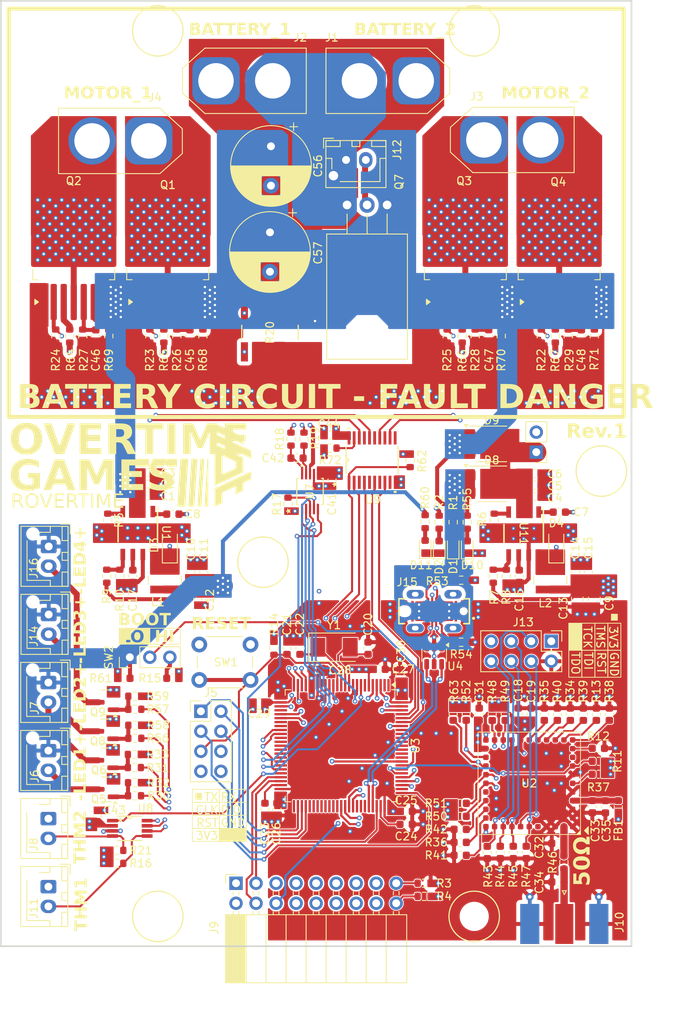
<source format=kicad_pcb>
(kicad_pcb (version 20240108) (generator "pcbnew") (generator_version "8.0")
  (layers (0 "F.Cu" signal) (1 "In1.Cu" signal) (2 "In2.Cu" signal) (31 "B.Cu" signal) (34 "B.Paste" user) (35 "F.Paste" user) (36 "B.SilkS" user "B.Silkscreen") (37 "F.SilkS" user "F.Silkscreen") (38 "B.Mask" user) (39 "F.Mask" user) (44 "Edge.Cuts" user))
  (net 0 "")
  (net 1 "GNDA")
  (net 2 "VDD_BATT")
  (net 3 "+3V3")
  (net 4 "Net-(Q2-SR)")
  (net 5 "Net-(Q1-SR)")
  (net 6 "/MCU/OSC_OUT")
  (net 7 "/MCU/OSC_IN")
  (net 8 "/Connectors/NRST")
  (net 9 "Net-(D3-K)")
  (net 10 "+12V")
  (net 11 "Net-(D1-A)")
  (net 12 "Net-(D2-A)")
  (net 13 "GND_BATT")
  (net 14 "/Connectors/M2_RIGHT")
  (net 15 "/Connectors/M2_LEFT")
  (net 16 "/Connectors/M1_LEFT")
  (net 17 "/Connectors/M1_RIGHT")
  (net 18 "/Connectors/USART_TX")
  (net 20 "/Connectors/USART_RX")
  (net 21 "/Connectors/SWDIO")
  (net 22 "/Connectors/SWCLK")
  (net 23 "/Connectors/RF_ANT")
  (net 24 "/Connectors/DCMI_D1")
  (net 25 "/Connectors/DCMI_D0")
  (net 26 "/Connectors/DCMI_D5")
  (net 27 "/Connectors/DCMI_D7")
  (net 28 "/Connectors/DCMI_D2")
  (net 29 "/Connectors/DCMI_XCLK")
  (net 30 "/Connectors/I2C2_CAM_SDA")
  (net 31 "/Connectors/DCMI_PIXCLK")
  (net 32 "/Connectors/DCMI_HSYNC")
  (net 33 "/Connectors/DCMI_D6")
  (net 34 "/Connectors/DCMI_D4")
  (net 35 "/Connectors/DCMI_VSYNC")
  (net 36 "/Connectors/DCMI_D3")
  (net 37 "/Connectors/I2C2_CAM_SCL")
  (net 38 "/MCU/LIGHTS1_PWM")
  (net 39 "/Connectors/LIGHTS1_NEG")
  (net 40 "/Connectors/LIGHTS2_NEG")
  (net 41 "/MCU/LIGHTS2_PWM")
  (net 42 "Net-(Q1-IN)")
  (net 43 "Net-(Q2-IN)")
  (net 44 "/MCU/MOTOR_EN")
  (net 45 "Net-(D8-K)")
  (net 48 "/IVTSense/ALERT")
  (net 49 "Net-(U2-ANT_WIFI)")
  (net 51 "VDD_FEM")
  (net 52 "VDD_USB")
  (net 53 "/Connectors/RF_nSRST")
  (net 54 "/Connectors/RF_TCK")
  (net 55 "/Connectors/RF_nTRST")
  (net 56 "/Connectors/RF_TDO")
  (net 57 "/Connectors/RF_TMS")
  (net 58 "/Connectors/RF_TDI")
  (net 59 "/IVTSense/MOSI")
  (net 60 "/IVTSense/THERMO_ADC_CS")
  (net 61 "/IVTSense/SCLK")
  (net 62 "/IVTSense/MISO")
  (net 64 "/MCU/LEFT_PWM2")
  (net 65 "/MCU/LEFT_PWM1")
  (net 66 "/MCU/RIGHT_PWM1")
  (net 70 "/IVTSense/INA_CS")
  (net 71 "/MCU/RIGHT_PWM2")
  (net 73 "Net-(U1-BOOT)")
  (net 74 "Net-(C23-Pad1)")
  (net 75 "Net-(C24-Pad1)")
  (net 76 "Net-(U7-IN+)")
  (net 77 "Net-(U7-IN)")
  (net 78 "Net-(Q3-SR)")
  (net 79 "Net-(Q4-SR)")
  (net 80 "Net-(J9-Pin_18)")
  (net 81 "Net-(J9-Pin_17)")
  (net 82 "Net-(Q3-IN)")
  (net 83 "Net-(Q4-IN)")
  (net 84 "Net-(Q5-G)")
  (net 85 "Net-(Q6-G)")
  (net 86 "Net-(U1-RT_SYNC)")
  (net 87 "Net-(U1-FB)")
  (net 88 "Net-(R18-Pad2)")
  (net 89 "Net-(R19-Pad2)")
  (net 90 "Net-(U11-PWRGD)")
  (net 104 "/MCU/RF_RESET")
  (net 105 "/RF/BUSY")
  (net 108 "Net-(U2-GPIO2)")
  (net 122 "Net-(U2-GPIO4)")
  (net 125 "Net-(U2-GPIO6)")
  (net 127 "Net-(U2-GPIO8)")
  (net 128 "Net-(U2-WAKEUP_IN)")
  (net 129 "Net-(U2-GPIO1)")
  (net 130 "Net-(U2-GPIO3)")
  (net 131 "Net-(U2-GPIO5)")
  (net 132 "Net-(U2-GPIO7)")
  (net 133 "Net-(U2-GPIO9)")
  (net 134 "/MCU/SDMMC1_D3")
  (net 135 "/MCU/SDMMC1_D2")
  (net 136 "/MCU/SDMMC1_D1")
  (net 137 "/MCU/SDMMC1_D0")
  (net 138 "/MCU/SDMMC1_CMD")
  (net 142 "/MCU/SDMMC1_CK")
  (net 145 "/Connectors/CON_USB_D-")
  (net 146 "/Connectors/CON_USB_D+")
  (net 153 "Net-(J15-CC2)")
  (net 154 "/Connectors/THERMO1_NEG")
  (net 155 "/Connectors/THERMO2_NEG")
  (net 156 "/Connectors/PWR_SW")
  (net 157 "VDD_BATT_PRE_SW")
  (net 158 "Net-(U11-BOOT)")
  (net 159 "Net-(D4-K)")
  (net 160 "Net-(J15-D1-)")
  (net 163 "Net-(U11-RT_SYNC)")
  (net 164 "Net-(U11-FB)")
  (net 165 "Net-(U1-PWRGD)")
  (net 167 "Net-(J15-CC1)")
  (net 170 "Net-(J15-D1+)")
  (net 171 "Net-(D10-A)")
  (net 172 "/Connectors/LIGHTS3_NEG")
  (net 173 "/Connectors/LIHGTS4_NEG")
  (net 174 "Net-(Q8-G)")
  (net 175 "Net-(Q9-G)")
  (net 176 "/MCU/LIGHTS4_PWM")
  (net 177 "/MCU/LIGHTS3_PWM")
  (net 178 "Net-(D11-A)")
  (net 179 "Net-(SW2-C)")
  (net 180 "Net-(SW2-A)")
  (net 181 "Net-(SW2-B)")
  (net 182 "Net-(Q1-INH)")
  (net 183 "Net-(Q2-INH)")
  (net 184 "Net-(Q3-INH)")
  (net 185 "Net-(Q4-INH)")
  (net 186 "Net-(Q1-IS)")
  (net 187 "Net-(Q2-IS)")
  (net 188 "Net-(Q3-IS)")
  (net 189 "Net-(Q4-IS)")
  (net 190 "Net-(U9-*2OE)")
  (footprint "Resistor_SMD:R_0603_1608Metric" (layer "F.Cu") (at 163.83 106.109 -90)
    (property "Reference" "R60")
    (property "Value" "1.5kohm")
  )
  (footprint "Crystal:Crystal_SMD_Abracon_ABM3-2Pin_5.0x3.2mm" (layer "F.Cu") (at 152.273 122.047)
    (property "Reference" "Y1")
    (property "Value" "Crystal")
  )
  (footprint "Capacitor_SMD:C_0603_1608Metric" (layer "F.Cu") (at 152.019 100.825 -90)
    (property "Reference" "C41")
    (property "Value" "0.1uF/10V")
  )
  (footprint "Capacitor_SMD:C_0603_1608Metric" (layer "F.Cu") (at 147.574 98.044)
    (property "Reference" "C42")
    (property "Value" "0.1uF/25V")
  )
  (footprint "Resistor_SMD:R_0603_1608Metric" (layer "F.Cu") (at 130.683 82.55 -90)
    (property "Reference" "R65")
    (property "Value" "10k")
  )
  (footprint "Capacitor_SMD:C_0603_1608Metric" (layer "F.Cu") (at 180.594 130.556 90)
    (property "Reference" "R40")
    (property "Value" "10k")
  )
  (footprint "Connector_Coaxial:SMA_Molex_73251-1153_EdgeMount_Horizontal" (layer "F.Cu") (at 181.483 155.448 90)
    (property "Reference" "J10")
    (property "Value" "ANT_IF")
  )
  (footprint "Resistor_SMD:R_0603_1608Metric" (layer "F.Cu") (at 126.9425 135.655 180)
    (property "Reference" "R33")
    (property "Value" "10k")
  )
  (footprint "LED_SMD:LED_0603_1608Metric" (layer "F.Cu") (at 165.608 109.348 90)
    (property "Reference" "D2")
    (property "Value" "LED")
  )
  (footprint "Resistor_SMD:R_0603_1608Metric" (layer "F.Cu") (at 151.765 96.774)
    (property "Reference" "R72")
    (property "Value" "10k")
  )
  (footprint "Capacitor_SMD:C_0603_1608Metric" (layer "F.Cu") (at 185.801 136.525)
    (property "Reference" "R11")
    (property "Value" "10k")
  )
  (footprint "Inductor_SMD:L_Wuerth_MAPI-4030" (layer "F.Cu") (at 130.81 113.538 -90)
    (property "Reference" "L1")
    (property "Value" "8.2uH")
  )
  (footprint "Connector_AMASS:AMASS_XT60-M_1x02_P7.20mm_Vertical" (layer "F.Cu") (at 162.7 50.159 180)
    (property "Reference" "J1")
    (property "Value" "Conn_01x02_Pin")
  )
  (footprint "Resistor_SMD:R_0603_1608Metric" (layer "F.Cu") (at 126.966 139.246 180)
    (property "Reference" "R32")
    (property "Value" "10k")
  )
  (footprint "Capacitor_SMD:C_0603_1608Metric" (layer "F.Cu") (at 128.651 101.346)
    (property "Reference" "C2")
    (property "Value" "1uF/50V")
  )
  (footprint "Capacitor_SMD:C_0603_1608Metric" (layer "F.Cu") (at 171.704 148.095 90)
    (property "Reference" "R43")
    (property "Value" "10k")
  )
  (footprint "Resistor_SMD:R_0603_1608Metric" (layer "F.Cu") (at 168.529 82.55 -90)
    (property "Reference" "R66")
    (property "Value" "10k")
  )
  (footprint "Resistor_SMD:R_0603_1608Metric" (layer "F.Cu") (at 169.164 106.173 -90)
    (property "Reference" "R55")
    (property "Value" "220ohm")
  )
  (footprint "Capacitor_SMD:C_0603_1608Metric" (layer "F.Cu") (at 145.034 142.621 -90)
    (property "Reference" "C26")
    (property "Value" "0.1uF/10V")
  )
  (footprint "Capacitor_SMD:C_0603_1608Metric" (layer "F.Cu") (at 143.51 142.621 -90)
    (property "Reference" "C23")
    (property "Value" "2.2uF/10V")
  )
  (footprint "Resistor_SMD:R_0603_1608Metric" (layer "F.Cu") (at 146.431 103.886 90)
    (property "Reference" "R17")
    (property "Value" "10kohm")
  )
  (footprint "Resistor_SMD:R_0603_1608Metric" (layer "F.Cu") (at 167.386 106.173 -90)
    (property "Reference" "R1")
    (property "Value" "1.5kohm")
  )
  (footprint "Connector_PinHeader_2.54mm:PinHeader_2x04_P2.54mm_Vertical" (layer "F.Cu") (at 179.832 121.285 -90)
    (property "Reference" "J13")
    (property "Value" "RF_IF")
  )
  (footprint "Resistor_SMD:R_0603_1608Metric" (layer "F.Cu") (at 146.812 95.631 90)
    (property "Reference" "R18")
    (property "Value" "10ohm")
  )
  (footprint "Capacitor_SMD:C_0603_1608Metric" (layer "F.Cu") (at 170.688 130.556 90)
    (property "Reference" "C31")
    (property "Value" "100nF/10V")
  )
  (footprint "Package_TO_SOT_SMD:TO-263-7_TabPin8" (layer "F.Cu") (at 168.929 70.576 90)
    (property "Reference" "Q3")
    (property "Value" "BTN8982TA")
  )
  (footprint "Resistor_SMD:R_0603_1608Metric" (layer "F.Cu") (at 163.703 153.67 180)
    (property "Reference" "R4")
    (property "Value" "10kohm")
  )
  (footprint "Resistor_SMD:R_0603_1608Metric" (layer "F.Cu") (at 172.593 105.918 -90)
    (property "Reference" "R6")
    (property "Value" "40kohm")
  )
  (footprint "Capacitor_SMD:C_0603_1608Metric" (layer "F.Cu") (at 146.304 122.174 90)
    (property "Reference" "C21")
    (property "Value" "18pF/10V")
  )
  (footprint "Capacitor_SMD:C_0603_1608Metric" (layer "F.Cu") (at 171.884 82.537 -90)
    (property "Reference" "C47")
    (property "Value" "0.1uF/25V")
  )
  (footprint "Capacitor_SMD:C_0603_1608Metric" (layer "F.Cu") (at 175.006 148.082 90)
    (property "Reference" "R45")
    (property "Value" "10k")
  )
  (footprint "Capacitor_SMD:C_0603_1608Metric" (layer "F.Cu") (at 177.742 101.478)
    (property "Reference" "C5")
    (property "Value" "1uF/50V")
  )
  (footprint "Capacitor_SMD:C_0603_1608Metric" (layer "F.Cu") (at 167.386 130.543 90)
    (property "Reference" "R63")
    (property "Value" "10k")
  )
  (footprint "Capacitor_SMD:C_0603_1608Metric" (layer "F.Cu") (at 126.746 113.03 -90)
    (property "Reference" "C17")
    (property "Value" "0.1uF/50V")
  )
  (footprint "Package_TO_SOT_SMD:SOT-23-6" (layer "F.Cu") (at 164.973 123.063 -90)
    (property "Reference" "U4")
    (property "Value" "USBLC6-2SC6")
  )
  (footprint "footprints:MUA08A" (layer "F.Cu") (at 126.365 145.034)
    (property "Reference" "U8")
    (property "Value" "ADC082S021CIMM/NOPB")
  )
  (footprint "Capacitor_SMD:C_0603_1608Metric" (layer "F.Cu") (at 182.88 112.522 90)
    (property "Reference" "C14")
    (property "Value" "1uF/16V")
  )
  (footprint "Capacitor_SMD:C_0603_1608Metric" (layer "F.Cu") (at 150.114 124.841)
    (property "Reference" "C28")
    (property "Value" "0.1uF/10V")
  )
  (footprint "Resistor_SMD:R_0603_1608Metric" (layer "F.Cu") (at 168.402 113.538 180)
    (property "Reference" "R53")
    (property "Value" "5.11kohm")
  )
  (footprint "Capacitor_SMD:C_0603_1608Metric" (layer "F.Cu") (at 128.659 102.846)
    (property "Reference" "C1")
    (property "Value" "10uF/50V")
  )
  (footprint "Package_QFP:LQFP-100_14x14mm_P0.5mm" (layer "F.Cu") (at 153.186 134.548 -90)
    (property "Reference" "U3")
    (property "Value" "STM32H743VGTx")
  )
  (footprint "Capacitor_SMD:C_0603_1608Metric" (layer "F.Cu") (at 157.988 124.841)
    (property "Reference" "C27")
    (property "Value" "0.1uF/10V")
  )
  (footprint "Resistor_SMD:R_0603_1608Metric" (layer "F.Cu") (at 127 131.953 180)
    (property "Reference" "R58")
    (property "Value" "10k")
  )
  (footprint "Resistor_SMD:R_0603_1608Metric" (layer "F.Cu") (at 120.396 82.55 -90)
    (property "Reference" "R27")
    (property "Value" "0.51kohm")
  )
  (footprint "Connector_JST:JST_XH_B2B-XH-AM_1x02_P2.50mm_Vertical" (layer "F.Cu") (at 116.078 117.896 -90)
    (property "Reference" "J14")
    (property "Value" "Conn_01x02")
  )
  (footprint "Package_TO_SOT_THT:TO-220-3_Horizontal_TabDown" (layer "F.Cu") (at 159.004 65.913 180)
    (property "Reference" "Q7")
    (property "Value" "PMOS")
  )
  (footprint "Capacitor_SMD:C_0603_1608Metric" (layer "F.Cu") (at 151.765 95.123 180)
    (property "Reference" "C44")
    (property "Value" "0.1uF/10V")
  )
  (footprint "Capacitor_SMD:C_0603_1608Metric" (layer "F.Cu") (at 172.339 130.569 90)
    (property "Reference" "R48")
    (property "Value" "10k")
  )
  (footprint "MountingHole:MountingHole_3.2mm_M3" (layer "F.Cu") (at 143.256 111.252)
    (property "Reference" "REF**" (hide yes))
    (property "Value" "MountingHole_3.2mm_M3")
  )
  (footprint "Resistor_SMD:R_0603_1608Metric" (layer "F.Cu") (at 132.334 82.55 -90)
    (property "Reference" "R26")
    (property "Value" "0.51kohm")
  )
  (footprint "Capacitor_SMD:C_0603_1608Metric" (layer "F.Cu") (at 177.292 130.556 90)
    (property "Reference" "C19")
    (property "Value" "100nF/10V")
  )
  (footprint "Capacitor_SMD:C_0603_1608Metric" (layer "F.Cu") (at 125.616 125.984 180)
    (property "Reference" "R61")
    (property "Value" "10k")
  )
  (footprint "LED_SMD:LED_0603_1608Metric" (layer "F.Cu") (at 163.83 109.284 90)
    (property "Reference" "D11")
    (property "Value" "LED")
  )
  (footprint "Resistor_SMD:R_0603_1608Metric" (layer "F.Cu") (at 126.9425 137.317 180)
    (property "Reference" "R31")
    (property "Value" "100")
  )
  (footprint "Resistor_SMD:R_0603_1608Metric" (layer "F.Cu") (at 118.745 82.55 -90)
    (property "Reference" "R64")
    (property "Value" "10k")
  )
  (footprint "Capacitor_SMD:C_0603_1608Metric" (layer "F.Cu") (at 133.985 82.55 -90)
    (property "Reference" "C45")
    (property "Value" "0.1uF/25V")
  )
  (footprint "Package_TO_SOT_SMD:Nexperia_CFP15_SOT-1289" (layer "F.Cu") (at 172.28 101.309)
    (property "Reference" "D8")
    (property "Value" "PMEG060V100EPD")
  )
  (footprint "_LOGOS:Overtime_Small" (layer "F.Cu") (at 138.630896 99.06 -90)
    (property "Reference" "REF**" (hide yes))
    (property "Value" "Overtime_Small")
  )
  (footprint "Capacitor_SMD:C_0603_1608Metric" (layer "F.Cu") (at 175.641 130.556 90)
    (property "Reference" "C18")
    (property "Value" "10uF/10V")
  )
  (footprint "Connector_PinHeader_2.54mm:PinHeader_2x04_P2.54mm_Vertical" (layer "F.Cu") (at 135.382 130.175)
    (property "Reference" "J5")
    (property "Value" "MCU_IF")
  )
  (footprint "Package_TO_SOT_SMD:TO-263-7_TabPin8" (layer "F.Cu") (at 131.172 70.576 90)
    (property "Reference" "Q1")
    (property "Value" "BTN8982TA")
  )
  (footprint "Package_TO_SOT_SMD:SOT-23" (layer "F.Cu") (at 123.3655 140.081 180)
    (property "Reference" "Q5")
    (property "Value" "PMF250XNE")
  )
  (footprint "Resistor_SMD:R_0603_1608Metric" (layer "F.Cu") (at 168.402 121.412 180)
    (property "Reference" "R54")
    (property "Value" "5.11kohm")
  )
  (footprint "Capacitor_SMD:C_0603_1608Metric" (layer "F.Cu") (at 168.275 146.812 180)
    (property "Reference" "R36")
    (property "Value" "10k")
  )
  (footprint "Resistor_SMD:R_0603_1608Metric" (layer "F.Cu") (at 165.608 106.173 -90)
    (property "Reference" "R2")
    (property "Value" "220ohm")
  )
  (footprint "Capacitor_SMD:C_0805_2012Metric" (layer "F.Cu") (at 183.134 115.951 -90)
    (property "Reference" "C13")
    (property "Value" "47uF/16V")
  )
  (footprint "Connector_JST:JST_XH_B2B-XH-AM_1x02_P2.50mm_Vertical" (layer "F.Cu") (at 116.0399 126.532 -90)
    (property "Reference" "J7")
    (property "Value" "Conn_01x02")
  )
  (footprint "Capacitor_SMD:C_0603_1608Metric" (layer "F.Cu") (at 161.417 144.526)
    (property "Reference" "C24")
    (property "Value" "2.2uF/10V")
  )
  (footprint "Capacitor_SMD:C_0603_1608Metric" (layer "F.Cu") (at 177.742 102.978)
    (property "Reference" "C4")
    (property "Value" "10uF/50V")
  )
  (footprint "Capacitor_SMD:C_0603_1608Metric" (layer "F.Cu") (at 185.801 138.176)
    (property "Reference" "R37")
    (property "Value" "10k")
  )
  (footprint "Capacitor_SMD:C_0603_1608Metric" (layer "F.Cu") (at 128.651 99.846)
    (property "Reference" "C3")
    (property "Value" "0.1uF/50V")
  )
  (footprint "Capacitor_SMD:C_0603_1608Metric" (layer "F.Cu") (at 180.66817 146.944168 180)
    (property "Reference" "C32")
    (property "Value" "DNP")
  )
  (footprint "Capacitor_SMD:C_0603_1608Metric" (layer "F.Cu") (at 169.037 130.543 90)
    (property "Reference" "R52")
    (property "Value" "10k")
  )
  (footprint "Capacitor_SMD:C_0603_1608Metric" (layer "F.Cu") (at 184.531 112.522 90)
    (property "Reference" "C15")
    (property "Value" "1uF/16V")
  )
  (footprint "Capacitor_SMD:C_0603_1608Metric" (layer "F.Cu") (at 142.748 129.032 180)
    (property "Reference" "C29")
    (property "Value" "0.1uF/10V")
  )
  (footprint "Resistor_SMD:R_0603_1608Metric" (layer "F.Cu") (at 161.925 98.361 90)
    (property "Reference" "R62")
    (property "Value" "10k")
  )
  (footprint "MountingHole:MountingHole_3.2mm_M3" (layer "F.Cu") (at 170.053 43.815)
    (property "Reference" "REF**" (hide yes))
    (property "Value" "MountingHole_3.2mm_M3")
  )
  (footprint "Resistor_SMD:R_0603_1608Metric" (layer "F.Cu") (at 126.966 140.897 180)
    (property "Reference" "R30")
    (property "Value" "100")
  )
  (footprint "Resistor_SMD:R_0603_1608Metric" (layer "F.Cu") (at 148.463 95.631 90)
    (property "Reference" "R19")
    (property "Value" "10ohm")
  )
  (footprint "Resistor_SMD:R_0603_1608Metric" (layer "F.Cu") (at 124.714 147.828)
    (property "Reference" "R21")
    (property "Value" "R")
  )
  (footprint "Resistor_SMD:R_0603_1608Metric" (layer "F.Cu") (at 125.095 113.03 90)
    (property "Reference" "R10")
    (property "Value" "10kohm")
  )
  (footprint "Capacitor_SMD:C_0603_1608Metric" (layer "F.Cu") (at 188.335034 142.290612 90)
    (property "Reference" "FB1")
    (property "Value" "FerriteBead")
  )
  (footprint "Capacitor_SMD:C_0603_1608Metric" (layer "F.Cu") (at 178.943 130.556 90)
    (property "Reference" "R35")
    (property "Value" "10k")
  )
  (footprint "MountingHole:MountingHole_3.2mm_M3" (layer "F.Cu") (at 170.053 156.21)
    (property "Reference" "REF**" (hide yes))
    (property "Value" "MountingHole_3.2mm_M3")
  )
  (footprint "Resistor_SMD:R_0603_1608Metric" (layer "F.Cu") (at 127 133.604 180)
    (property "Reference" "R56")
    (property "Value" "100")
  )
  (footprint "Capacitor_SMD:C_0603_1608Metric" (layer "F.Cu") (at 186.692502 142.292935 -90)
    (property "Reference" "C35")
    (property "Value" "100nF/10V")
  )
  (footprint "Capacitor_THT:CP_Radial_D10.0mm_P5.00mm" (layer "F.Cu") (at 144.272 58.465323 -90)
    (property "Reference" "C56")
    (property "Value" "C_Polarized")
  )
  (footprint "footprints:DDA0008E_N" (layer "F.Cu") (at 176.328 107.613001 -90)
    (property "Reference" "U11")
    (property "Value" "LMR16030PDDA")
  )
  (footprint "Resistor_SMD:R_0603_1608Metric" (layer "F.Cu") (at 135.636 82.55 -90)
    (property "Reference" "R68")
    (property "Value" "1k")
  )
  (footprint "Resistor_SMD:R_0603_1608Metric" (layer "F.Cu") (at 172.466 113.03 -90)
    (property "Reference" "R7")
    (property "Value" "340kohm")
  )
  (footprint "Connector_JST:JST_XH_B2B-XH-AM_1x02_P2.50mm_Vertical" (layer "F.Cu") (at 116.0399 152.44 -90)
    (property "Reference" "J11")
    (property "Value" "Conn_01x02")
  )
  (footprint "Capacitor_SMD:C_0603_1608Metric" (layer "F.Cu") (at 176.657 148.082 90)
    (property "Reference" "R47")
    (property "Value" "10k")
  )
  (footprint "Capacitor_SMD:C_0603_1608Metric" (layer "F.Cu") (at 122.2629 143.51 90)
    (property "Reference" "C43")
    (property "Value" "0.1uF/10V")
  )
  (footprint "MountingHole:MountingHole_3.2mm_M3" (layer "F.Cu") (at 129.921 156.21)
    (property "Reference" "REF**" (hide yes))
    (property "Value" "MountingHole_3.2mm_M3")
  )
  (footprint "Connector_PinSocket_2.54mm:PinSocket_2x09_P2.54mm_Horizontal" (layer "F.Cu") (at 139.84 152 90)
    (property "Reference" "J9")
    (property "Value" "Conn_02x09_Odd_Even")
  )
  (footprint "Capacitor_SMD:C_0603_1608Metric" (layer "F.Cu") (at 131.826 105.156 180)
    (property "Reference" "C8")
    (property "Value" "0.1uF/16V")
  )
  (footprint "Resistor_SMD:R_0603_1608Metric" (layer "F.Cu") (at 170.18 82.55 -90)
    (property "Reference" "R28")
    (property "Value" "0.51kohm")
  )
  (footprint "Capacitor_SMD:C_0805_2012Metric" (layer "F.Cu") (at 185.293 115.951 -90)
    (property "Reference" "C9")
    (property "Value" "47uF/16V")
  )
  (footprint "Capacitor_SMD:C_0603_1608Metric" (layer "F.Cu") (at 185.801 134.874)
    (property "Reference" "R12")
    (property "Value" "10k")
  )
  (footprint "Capacitor_SMD:C_0603_1608Metric" (layer "F.Cu") (at 131.826 125.984)
    (property "Reference" "R15")
    (property "Value" "10k")
  )
  (footprint "Connector_PinHeader_2.54mm:PinHeader_1x03_P2.54mm_Vertical" (layer "F.Cu") (at 126.365 123.317 90)
    (property "Reference" "SW2")
    (property "Value" "SW_SPDT")
  )
  (footprint "Package_TO_SOT_SMD:SOT-23" (layer "F.Cu") (at 123.3655 129.032 180)
    (property "Reference" "Q9")
    (property "Value" "PMF250XNE")
  )
  (footprint "Capacitor_SMD:C_0603_1608Metric" (layer "F.Cu") (at 185.041502 142.279935 -90)
    (property "Reference" "C33")
    (property "Value" "10uF/10V")
  )
  (footprint "Capacitor_SMD:C_0603_1608Metric" (layer "F.Cu") (at 180.680089 151.844923 180)
    (property "Reference" "C34")
    (property "Value" "DNP")
  )
  (footprint "footprints:WSL2726_VIS" (layer "F.Cu") (at 144.145 82.0928 90)
    (property "Reference" "R20")
    (property "Value" "WSL27262L000FEB")
  )
  (footprint "Package_TO_SOT_SMD:TO-263-7_TabPin8" (layer "F.Cu") (at 180.829 70.576 90)
    (property "Reference" "Q4")
    (property "Value" "BTN8982TA")
  )
  (footprint "Capacitor_THT:CP_Radial_D10.0mm_P5.00mm" (layer "F.Cu") (at 144.145 69.387323 -90)
    (property "Reference" "C57")
    (property "Value" "C_Polarized")
  )
  (footprint "MountingHole:MountingHole_3.2mm_M3" (layer "F.Cu") (at 129.921 43.815)
    (property "Reference" "REF**" (hide yes))
    (property "Value" "MountingHole_3.2mm_M3")
  )
  (footprint "Capacitor_SMD:C_0603_1608Metric" (layer "F.Cu") (at 183.896 130.556 90)
    (property "Reference" "R39")
    (property "Value" "10k")
  )
  (footprint "Capacitor_SMD:C_0603_1608Metric" (layer "F.Cu") (at 122.047 82.55 -90)
    (property "Reference" "C46")
    (property "Value" "0.1uF/25V")
  )
  (footprint "Resistor_SMD:R_0603_1608Metric" (layer "F.Cu") (at 163.703 152 180)
    (property "Reference" "R3")
    (property "Value" "10kohm")
  )
  (footprint "Connector_JST:JST_XH_B2B-XH-AM_1x02_P2.50mm_Vertical" (layer "F.Cu") (at 116.078 109.26 -90)
    (property "Reference" "J16")
    (property "Value" "Conn_01x02")
  )
  (footprint "Capacitor_SMD:C_0603_1608Metric" (layer "F.Cu") (at 183.642 82.55 -90)
    (property "Reference" "C48")
    (property "Value" "0.1uF/25V")
  )
  (footprint "Package_TO_SOT_SMD:SOT-23" (layer "F.Cu") (at 123.317 132.715 180)
    (property "Reference" "Q8")
    (property "Value" "PMF250XNE")
  )
  (footprint "Resistor_SMD:R_0603_1608Metric" (layer "F.Cu") (at 123.698 82.55 -90)
    (property "Reference" "R69")
    (property "Value" "1k")
  )
  (footprint "Package_TO_SOT_SMD:Nexperia_CFP15_SOT-1289" (layer "F.Cu") (at 172.28 96.241)
    (property "Reference" "D9")
    (property "Value" "PMEG060V100EPD")
  )
  (footprint "Capacitor_SMD:C_0603_1608Metric" (layer "F.Cu") (at 147.955 122.174 90)
    (property "Reference" "C22")
    (property "Value" "18pF/10V")
  )
  (footprint "Capacitor_SMD:C_0603_1608Metric" (layer "F.Cu") (at 175.768 113.03 -90)
    (property "Reference" "C16")
    (property "Value" "0.1uF/50V")
  )
  (footprint "Capacitor_SMD:C_0603_1608Metric" (layer "F.Cu") (at 168.275 145.161 180)
    (property "Reference" "R42")
    (property "Value" "10k")
  )
  (footprint "Connector_PinHeader_2.54mm:PinHeader_1x02_P2.54mm_Vertical" (layer "F.Cu") (at 177.927 97.287 180)
    (property "Reference" "TP1" (hide yes))
    (property "Value" "TestPoint")
  )
  (footprint "Capacitor_SMD:C_0603_1608Metric" (layer "F.Cu") (at 135.763 112.522 90)
    (property "Reference" "C11")
    (property "Value" "10uF/50V")
  )
  (footprint "Resistor_SMD:R_0603_1608Metric" (layer "F.Cu") (at 185.293 82.55 -90)
    (property "Reference" "R71")
    (property "Value" "1k")
  )
  (footprint "Resistor_SMD:R_0603_1608Metric" (layer "F.Cu") (at 128.905 82.55 90)
    (property "Reference" "R23")
    (property "Value" "10k")
  )
  (footprint "Resistor_SMD:R_0603_1608Metric" (layer "F.Cu") (at 180.34 82.55 -90)
    (property "Reference" "R67")
    (property "Value" "10k")
  )
  (footprint "Connector_JST:JST_XH_B2B-XH-AM_1x02_P2.50mm_Vertical" (layer "F.Cu") (at 116.0399 143.804 -90)
    (property "Reference" "J8")
    (property "Value" "Conn_01x02")
  )
  (footprint "Package_TO_SOT_SMD:TO-263-7_TabPin8" (layer "F.Cu") (at 119.253 70.582 90)
    (property "Reference" "Q2")
    (property "Value" "BTN8982TA")
  )
  (footprint "Resistor_SMD:R_0603_1608Metric" (layer "F.Cu") (at 127 128.27 180)
    (property "Reference" "R59")
    (property "Value" "10k")
  )
  (footprint "footprints:DDA0008E_N" (layer "F.Cu") (at 127.381 107.553999 -90)
    (property "Reference" "U1")
    (property "Value" "LMR16020PDDAR")
  )
  (footprint "Connector_AMASS:AMASS_XT60-M_1x02_P7.20mm_Vertical" (layer "F.Cu") (at 128.778 57.785 180)
    (property "Reference" "J4")
    (property "Value" "Conn_01x02_Pin")
  )
  (footprint "Capacitor_SMD:C_0603_1608Metric" (layer "F.Cu") (at 187.198 130.556 90)
    (property "Reference" "R38")
    (property "Value" "10k")
  )
  (footprint "footprints:PW20" (layer "F.Cu") (at 157.099 98.298 90)
    (property "Reference" "U9")
    (property "Value" "SN74HC244PWR")
  )
  (footprint "Capacitor_SMD:C_0603_1608Metric" (layer "F.Cu") (at 156.591 122.174 90)
    (property "Reference" "C20")
    (property "Value" "18pF/10V")
  )
  (footprint "Resistor_SMD:R_0603_1608Metric" (layer "F.Cu") (at 181.430995 149.342495 90)
    (property "Reference" "R46")
    (property "Value" "0ohm")
  )
  (footprint "Button_Switch_THT:SW_PUSH_6mm" (layer "F.Cu") (at 135.18 121.702)
    (property "Reference" "SW1")
    (property "Value" "SW_Push")
  )
  (footprint "Resistor_SMD:R_0603_1608Metric" (layer "F.Cu") (at 166.624 82.55 90)
    (property "Reference" "R25")
    (property "Value" "10k")
  )
  (footprint "FGH100M:FGH100MABMD" (layer "F.Cu") (at 177.038 139.319 180)
    (property "Reference" "U2")
    (property "Value" "~")
  )
  (footprint "Resistor_SMD:R_0603_1608Metric" (layer "F.Cu") (at 144.653 122.174 -90)
    (property "Reference" "R14")
    (property "Value" "10kohm")
  )
  (footprint "Resistor_SMD:R_0603_1608Metric" (layer "F.Cu") (at 123.571 105.918 -90)
    (property "Reference" "R5")
    (property "Value" "40kohm")
  )
  (footprint "Capacitor_SMD:C_0603_1608Metric" (layer "F.Cu") (at 160.655 125.603 90)
    (property "Reference" "C30")
    (property "Value" "0.1uF/10V")
  )
  (footprint "footprints:VSSOP10_DGS_TEX" (layer "F.Cu") (at 149.225 102.29215 90)
    (property "Reference" "U7")
    (property "Value" "INA229AQDGSRQ1")
  )
  (footprint "Capacitor_SMD:C_0603_1608Metric" (layer "F.Cu") (at 173.99 130.556 90)
    (property "Reference" "R49")
    (property "Value" "10k")
  )
  (footprint "Resistor_SMD:R_0603_1608Metric" (layer "F.Cu") (at 178.562 82.55 90)
    (property "Reference" "R22")
    (property "Value" "10k")
  )
  (footprint "Resistor_SMD:R_0603_1608Metric" (layer "F.Cu") (at 123.444 113.03 -90)
    (property "Reference" "R9")
    (property "Value" "150kohm")
  )
  (footprint "Diode_SMD:Nexperia_CFP3_SOD-123W" (layer "F.Cu") (at 180.467 109.093 90)
    (property "Reference" "D4")
    (property "Value" "D_Schottky")
  )
  (footprint "Capacitor_SMD:C_0603_1608Metric" (layer "F.Cu") (at 177.742 99.978)
    (property "Reference" "C6")
    (property "Value" "0.1uF/50V")
  )
  (footprint "LED_SMD:LED_0603_1608Metric" (layer "F.Cu") (at 167.386 109.348 90)
    (property "Reference" "D1")
    (property "Value" "LED")
  )
  (footprint "Capacitor_SMD:C_0603_1608Metric" (layer "F.Cu") (at 180.848 104.902 180)
    (property "Reference" "C7")
    (property "Value" "0.1uF/16V")
  )
  (footprint "Diode_SMD:Nexperia_CFP3_SOD-123W" (layer "F.Cu") (at 131.445 109.093 90)
    (property "Reference" "D3")
    (property "Value" "D_Schottky")
  )
  (footprint "Resistor_SMD:R_0603_1608Metric" (layer "F.Cu") (at 116.967 82.55 90)
    (property "Reference" "R24")
    (property "Value" "10k")
  )
  (footprint "Capacitor_SMD:C_0603_1608Metric" (layer "F.Cu") (at 135.001 115.964 -90)
    (property "Reference" "C12")
    (property "Value" "1uF/16V")
  )
  (footprint "Capacitor_SMD:C_0603_1608Metric" (layer "F.Cu") (at 134.112 112.509 90)
    (property "Reference" "C10")
    (property "Value" "10uF/50V")
  )
  (footprint "Resistor_SMD:R_0603_1608Metric" (layer "F.Cu") (at 127 129.921 180)
    (property "Reference" "R57")
    (property "Value" "100")
  )
  (footprint "Resistor_SMD:R_0603_1608Metric" (layer "F.Cu") (at 181.991 82.55 -90)
    (property "Reference" "R29")
    (property "Value" "0.51kohm")
  )
  (footprint "Connector_AMASS:AMASS_XT60-M_1x02_P7.20mm_Vertical" (layer "F.Cu") (at 137.3 50.159)
    (property "Reference" "J2")
    (property "Value" "Conn_01x02_Pin")
  )
  (footprint "Capacitor_SMD:C_0603_1608Metric" (layer "F.Cu") (at 185.547 130.556 90)
    (property "Reference" "R13")
    (property "Value" "10k")
  )
  (footprint "Connector_AMASS:AMASS_XT60-M_1x02_P7.20mm_Vertical" (layer "F.Cu") (at 171.279 57.658)
    (property "Reference" "J3")
    (property "Value" "Conn_01x02_Pin")
  )
  (footprint "LED_SMD:LED_0603_1608Metric" (layer "F.Cu") (at 169.164 109.348 90)
    (property "Reference" "D10")
    (property "Value" "LED")
  )
  (footprint "Capacitor_SMD:C_0603_1608Metric" (layer "F.Cu") (at 173.355 148.082 90)
    (property "Reference" "R44")
    (property "Value" "10k")
  )
  (footprint "Connector_JST:JST_XH_B2B-XH-AM_1x02_P2.50mm_Vertical" (layer "F.Cu") (at 153.797 60.198)
    (property "Reference" "J12")
    (property "Value" "Conn_01x02")
  )
  (footprint "Resistor_SMD:R_0603_1608Metric" (layer "F.Cu") (at 124.714 149.479)
    (property "Reference" "R16")
    (property "Value" "R")
  )
  (footprint "USB4120-03-C:GCT_USB4120-03-C_REVA" (layer "F.Cu") (at 164.973 117.475 180)
    (property "Reference" "J15")
    (property "Value" "USB4120-03-C_REVA")
    (fp_line (start 3.85 0.26) (end 3.65 0.26) (stroke (width 0.01)) (layer "Edge.Cuts"))
    (fp_line (start 3.65 -0.26) (end 3.85 -0.26) (stroke (width 0.01)) (layer "Edge.Cuts"))
    (fp_arc (start 4.11 0) (mid 4.033848 0.183848) (end 3.85 0.26) (stroke (width 0.01)) (layer "Edge.Cuts"))
    (fp_arc (start 3.85 -0.26) (mid 4.033848 -0.183848) (end 4.11 0) (stroke (width 0.01)) (layer "Edge.Cuts"))
    (fp_arc (start 3.65 0.26) (mid 3.466152 0.183848) (end 3.39 0) (stroke (width 0.01)) (layer "Edge.Cuts"))
    (fp_arc (start 3.39 0) (mid 3.466152 -0.183848) (end 3.65 -0.26) (stroke (width 0.01)) (layer "Edge.Cuts"))
  )
  (footprint "Capacitor_SMD:C_0603_1608Metric" (layer "F.Cu") (at 168.275 148.463 180)
    (property "Reference" "R41")
    (property "Value" "10k")
  )
  (footprint "Capacitor_SMD:C_0603_1608Metric" (layer "F.Cu") (at 161.417 142.875)
    (property "Reference" "C25")
    (property "Value" "0.1uF/10V")
  )
  (footprint "Inductor_SMD:L_Wuerth_MAPI-4030" (layer "F.Cu") (at 179.705 113.538 -90)
    (property "Reference" "L2")
    (property "Value" "8.2uH")
  )
  (footprint "Connector_JST:JST_XH_B2B-XH-AM_1x02_P2.50mm_Vertical" (layer "F.Cu") (at 116.0399 135.168 -90)
    (property "Reference" "J6")
    (property "Value" "Conn_01x02")
  )
  (footprint "MountingHole:MountingHole_3.2mm_M3" (layer "F.Cu") (at 186.182 99.695)
    (property "Reference" "REF**" (hide yes))
    (property "Value" "MountingHole_3.2mm_M3")
  )
  (footprint "Capacitor_SMD:C_0603_1608Metric" (layer "F.Cu") (at 168.275 141.859 180)
    (property "Reference" "R51")
    (property "Value" "10k")
  )
  (footprint "Resistor_SMD:R_0603_1608Metric" (layer "F.Cu") (at 174.117 113.03 90)
    (property "Reference" "R8")
    (property "Value" "100kohm")
  )
  (footprint "Capacitor_SMD:C_0603_1608Metric" (layer "F.Cu") (at 168.275 143.51 180)
    (property "Reference" "R50")
    (property "Value" "10k")
  )
  (footprint "Resistor_SMD:R_0603_1608Metric" (layer "F.Cu") (at 173.482 82.55 -90)
    (property "Reference" "R70")
    (property "Value" "1k")
  )
  (footprint "Package_TO_SOT_SMD:SOT-23" (layer "F.Cu") (at 123.317 136.398 180)
    (property "Reference" "Q6")
    (property "Value" "PMF250XNE")
  )
  (footprint "Capacitor_SMD:C_0603_1608Metric" (layer "F.Cu") (at 182.245 130.556 90)
    (property "Reference" "R34")
    (property "Value" "10k")
  )
  (gr_rect (start 123.541 138.115) (end 125.065 139.385) (stroke (width 0.2)) (fill solid) (layer "F.Cu") (net 1))
  (gr_poly (pts (xy 124.587 54.737) (xy 116.459 54.737) (xy 113.919 57.15) (xy 113.919 69.723) (xy 124.587 69.723)) (stroke (width 0.2)) (fill solid) (layer "F.Cu") (net 17))
  (gr_rect (start 173.736 113.538) (end 176.276 115.062) (stroke (width 0.2)) (fill solid) (layer "F.Cu") (net 1))
  (gr_rect (start 124.46 124.714) (end 125.222 126.365) (stroke (width 0.2)) (fill solid) (layer "F.Cu") (net 1))
  (gr_rect (start 141.605 128.651) (end 142.367 130.302) (stroke (width 0.2)) (fill solid) (layer "F.Cu") (net 1))
  (gr_rect (start 166.497 99.568) (end 170.053 103.124) (stroke (width 0.2)) (fill solid) (layer "F.Cu") (net 52))
  (gr_rect (start 123.50002 130.787775) (end 125.02402 132.057775) (stroke (width 0.2)) (fill solid) (layer "F.Cu") (net 1))
  (gr_rect (start 145.923809 120.21988) (end 148.336809 121.74388) (stroke (width 0.2)) (fill solid) (layer "F.Cu") (net 1))
  (gr_poly (pts (xy 176.022 81.28) (xy 176.022 75.946) (xy 177.546 75.946) (xy 177.546 81.28)) (stroke (width 0.2)) (fill solid) (layer "F.Cu") (net 1))
  (gr_rect (start 166.497 94.488) (end 170.053 98.044) (stroke (width 0.2)) (fill solid) (layer "F.Cu") (net 2))
  (gr_rect (start 149.6695 101.219) (end 152.4635 101.981) (stroke (width 0.2)) (fill solid) (layer "F.Cu") (net 1))
  (gr_rect (start 164.211 151.638) (end 165.862 152.4) (stroke (width 0.2)) (fill solid) (layer "F.Cu") (net 1))
  (gr_rect (start 122.682207 147.439133) (end 124.206207 149.852133) (stroke (width 0.2)) (fill solid) (layer "F.Cu") (net 1))
  (gr_rect (start 123.543852 127.073065) (end 125.067852 128.343065) (stroke (width 0.2)) (fill solid) (layer "F.Cu") (net 1))
  (gr_poly (pts (xy 150.150105 127.500354) (xy 150.150105 125.214354) (xy 150.150105 124.452354) (xy 151.420105 124.452354) (xy 152.182105 125.214354) (xy 152.182105 125.595354) (xy 150.531105 125.595354) (xy 150.226305 125.849354) (xy 150.226305 127.500354)) (stroke (width 0.2)) (fill solid) (layer "F.Cu") (net 1))
  (gr_rect (start 134.62 75.946) (end 137.541 80.518) (stroke (width 0.2)) (fill solid) (layer "F.Cu") (net 2))
  (gr_poly (pts (xy 170.815 108.712) (xy 170.815 106.426) (xy 183.007 106.426) (xy 183.007 108.712)) (stroke (width 0.2)) (fill solid) (layer "F.Cu") (net 1))
  (gr_rect (start 150.622 96.393) (end 151.384 98.044) (stroke (width 0.2)) (fill solid) (layer "F.Cu") (net 3))
  (gr_rect (start 166.243 116.332) (end 167.259 118.618) (stroke (width 0.2)) (fill solid) (layer "F.Cu") (net 52))
  (gr_rect (start 186.214093 136.146965) (end 187.738093 138.559965) (stroke (width 0.2)) (fill solid) (layer "F.Cu") (net 3))
  (gr_rect (start 142.367 72.898) (end 148.717 80.772) (stroke (width 0.2)) (fill solid) (layer "F.Cu") (net 13))
  (gr_poly (pts (xy 129.032 109.601) (xy 132.588 109.601) (xy 132.588 112.649) (xy 129.032 112.649)) (stroke (width 0.2)) (fill solid) (layer "F.Cu") (net 9))
  (gr_rect (start 150.622 93.9165) (end 151.384 95.5675) (stroke (width 0.2)) (fill solid) (layer "F.Cu") (net 1))
  (gr_rect (start 168.91 121.031) (end 170.561 121.793) (stroke (width 0.2)) (fill solid) (layer "F.Cu") (net 1))
  (gr_rect (start 187.96 142.621) (end 188.722 144.272) (stroke (width 0.2)) (fill solid) (layer "F.Cu") (net 3))
  (gr_rect (start 182.372 112.903) (end 188.087 115.697) (stroke (width 0.2)) (fill solid) (layer "F.Cu") (net 3))
  (gr_poly (pts (xy 126.365 81.28) (xy 126.365 75.946) (xy 127.889 75.946) (xy 127.889 81.28)) (stroke (width 0.2)) (fill solid) (layer "F.Cu") (net 1))
  (gr_rect (start 170.116682 130.938749) (end 170.878682 135.256749) (stroke (width 0.2)) (fill solid) (layer "F.Cu") (net 3))
  (gr_rect (start 127.508 131.572) (end 129.159 132.334) (stroke (width 0.2)) (fill solid) (layer "F.Cu") (net 1))
  (gr_rect (start 142.367 84.836) (end 147.701 87.884) (stroke (width 0.2)) (fill solid) (layer "F.Cu") (net 1))
  (gr_rect (start 133.731 110.617) (end 136.144 112.141) (stroke (width 0.2)) (fill solid) (layer "F.Cu") (net 1))
  (gr_poly (pts (xy 163.703 118.618) (xy 163.703 116.332) (xy 162.687 116.332) (xy 162.687 118.618)) (stroke (width 0.2)) (fill solid) (layer "F.Cu") (net 52))
  (gr_rect (start 120.8659 143.764) (end 122.1359 145.288) (stroke (width 0.2)) (fill solid) (layer "F.Cu") (net 3))
  (gr_poly (pts (xy 144.78 128.524) (xy 146.304 128.524) (xy 146.304 126.111) (xy 144.78 126.111)) (stroke (width 0.2)) (fill solid) (layer "F.Cu") (net 1))
  (gr_rect (start 124.714 113.488454) (end 127.254 115.012454) (stroke (width 0.2)) (fill solid) (layer "F.Cu") (net 1))
  (gr_rect (start 133.477 112.861) (end 139.192 115.655) (stroke (width 0.2)) (fill solid) (layer "F.Cu") (net 10))
  (gr_poly (pts (xy 160.02 101.854) (xy 160.02 100.33) (xy 161.163 100.33) (xy 161.163 101.854)) (stroke (width 0.2)) (fill solid) (layer "F.Cu") (net 1))
  (gr_rect (start 152.146 93.9165) (end 152.908 95.5675) (stroke (width 0.2)) (fill solid) (layer "F.Cu") (net 3))
  (gr_rect (start 166.37 141.4145) (end 167.894 143.9545) (stroke (width 0.2)) (fill solid) (layer "F.Cu") (net 3))
  (gr_rect (start 166.954297 128.655206) (end 169.494297 130.179206) (stroke (width 0.2)) (fill solid) (layer "F.Cu") (net 3))
  (gr_poly (pts (xy 160.147 128.651) (xy 161.544 128.651) (xy 161.544 125.984) (xy 160.147 125.984)) (stroke (width 0.2)) (fill solid) (layer "F.Cu") (net 3))
  (gr_poly (pts (xy 177.927 109.728) (xy 181.483 109.728) (xy 181.483 112.776) (xy 177.927 112.776)) (stroke (width 0.2)) (fill solid) (layer "F.Cu") (net 159))
  (gr_rect (start 143.129 143.002) (end 145.542 144.526) (stroke (width 0.2)) (fill solid) (layer "F.Cu") (net 1))
  (gr_poly (pts (xy 114.427 81.28) (xy 114.427 75.946) (xy 115.951 75.946) (xy 115.951 81.28)) (stroke (width 0.2)) (fill solid) (layer "F.Cu") (net 1))
  (gr_rect (start 150.192897 99.187) (end 153.289 100.711) (stroke (width 0.2)) (fill solid) (layer "F.Cu") (net 3))
  (gr_rect (start 124.714 99.441) (end 128.27 102.997) (stroke (width 0.2)) (fill solid) (layer "F.Cu") (net 2))
  (gr_rect (start 126.365 99.441) (end 128.27 105.537) (stroke (width 0.2)) (fill solid) (layer "F.Cu") (net 2))
  (gr_poly (pts (xy 154.305 95.631) (xy 154.305 94.742) (xy 152.146 94.742) (xy 152.146 95.631)) (stroke (width 0.2)) (fill solid) (layer "F.Cu") (net 3))
  (gr_poly (pts (xy 121.793 108.712) (xy 121.793 106.426) (xy 133.985 106.426) (xy 133.985 108.712)) (stroke (width 0.2)) (fill solid) (layer "F.Cu") (net 1))
  (gr_rect (start 132.207 124.714) (end 132.969 126.365) (stroke (width 0.2)) (fill solid) (layer "F.Cu") (net 3))
  (gr_rect (start 122.682 75.946) (end 125.603 80.518) (stroke (width 0.2)) (fill solid) (layer "F.Cu") (net 2))
  (gr_rect (start 164.211 153.289) (end 165.862 154.051) (stroke (width 0.2)) (fill solid) (layer "F.Cu") (net 3))
  (gr_rect (start 127.508 127.889) (end 129.159 128.651) (stroke (width 0.2)) (fill solid) (layer "F.Cu") (net 1))
  (gr_rect (start 128.982454 99.441) (end 130.633454 103.251) (stroke (width 0.2)) (fill solid) (layer "F.Cu") (net 1))
  (gr_rect (start 171.96208 128.615353) (end 174.37508 130.139353) (stroke (width 0.2)) (fill solid) (layer "F.Cu") (net 3))
  (gr_rect (start 163.449 109.729) (end 171.45 110.491) (stroke (width 0.2)) (fill solid) (layer "F.Cu") (net 1))
  (gr_poly (pts (xy 164.084 81.28) (xy 164.084 75.946) (xy 165.608 75.946) (xy 165.608 81.28)) (stroke (width 0.2)) (fill solid) (layer "F.Cu") (net 1))
  (gr_rect (start 121.8819 142.367) (end 123.5329 143.129) (stroke (width 0.2)) (fill solid) (layer "F.Cu") (net 1))
  (gr_rect (start 175.469 99.47) (end 177.374 105.566) (stroke (width 0.2)) (fill solid) (layer "F.Cu") (net 45))
  (gr_rect (start 168.91 113.157) (end 170.561 113.919) (stroke (width 0.2)) (fill solid) (layer "F.Cu") (net 1))
  (gr_rect (start 146.05 104.394) (end 147.701 105.156) (stroke (width 0.2)) (fill solid) (layer "F.Cu") (net 3))
  (gr_rect (start 184.277 75.946) (end 187.198 80.518) (stroke (width 0.2)) (fill solid) (layer "F.Cu") (net 2))
  (gr_rect (start 143.129 128.651) (end 143.891 130.302) (stroke (width 0.2)) (fill solid) (layer "F.Cu") (net 3))
  (gr_poly (pts (xy 143.256 129.413) (xy 143.256 128.651) (xy 144.145 128.651) (xy 144.5275 128.999214) (xy 146.1785 128.999214) (xy 146.175528 129.097294) (xy 144.524528 129.097294) (xy 144.145 129.413)) (stroke (width 0.2)) (fill solid) (layer "F.Cu") (net 3))
  (gr_rect (start 127.47426 135.268478) (end 129.12526 136.030478) (stroke (width 0.2)) (fill solid) (layer "F.Cu") (net 1))
  (gr_poly (pts (xy 175.514 54.737) (xy 183.642 54.737) (xy 186.182 57.15) (xy 186.182 69.723) (xy 175.514 69.723)) (stroke (width 0.2)) (fill solid) (layer "F.Cu") (net 14))
  (gr_rect (start 144.272 120.015) (end 145.034 121.666) (stroke (width 0.2)) (fill solid) (layer "F.Cu") (net 3))
  (gr_rect (start 160.655 97.155) (end 162.306 97.917) (stroke (width 0.2)) (fill solid) (layer "F.Cu") (net 3))
  (gr_rect (start 123.48114 134.441927) (end 125.00514 135.711927) (stroke (width 0.2)) (fill solid) (layer "F.Cu") (net 1))
  (gr_poly (pts (xy 159.131 141.478) (xy 159.131 143.256) (xy 161.036 143.256) (xy 161.036 142.494) (xy 160.274 142.494) (xy 159.258 141.478)) (stroke (width 0.2)) (fill solid) (layer "F.Cu") (net 3))
  (gr_rect (start 178.181 99.568) (end 179.832 103.378) (stroke (width 0.2)) (fill solid) (layer "F.Cu") (net 1))
  (gr_poly (pts (xy 124.687759 144.836534) (xy 121.766759 144.836534) (xy 121.766759 143.820534) (xy 122.528759 143.820534) (xy 123.290759 144.582534) (xy 124.687759 144.582534)) (stroke (width 0.2)) (fill solid) (layer "F.Cu") (net 3))
  (gr_rect (start 127.485532 138.857547) (end 129.136532 139.619547) (stroke (width 0.2)) (fill solid) (layer "F.Cu") (net 1))
  (gr_poly (pts (xy 125.857 54.737) (xy 133.985 54.737) (xy 136.525 57.15) (xy 136.525 69.723) (xy 125.857 69.723)) (stroke (width 0.2)) (fill solid) (layer "F.Cu") (net 16))
  (gr_rect (start 172.339 75.946) (end 175.26 80.518) (stroke (width 0.2)) (fill solid) (layer "F.Cu") (net 2))
  (gr_rect (start 154.051 124.46) (end 157.607 125.222) (stroke (width 0.2)) (fill solid) (layer "F.Cu") (net 3))
  (gr_rect (start 144.78 140.462) (end 146.177 142.494) (stroke (width 0.2)) (fill solid) (layer "F.Cu") (net 3))
  (gr_rect (start 149.13775 124.46) (end 149.733 128.524) (stroke (width 0.2)) (fill solid) (layer "F.Cu") (net 3))
  (gr_rect (start 182.372 110.617) (end 184.912 112.141) (stroke (width 0.2)) (fill solid) (layer "F.Cu") (net 1))
  (gr_rect (start 182.499 116.459) (end 185.928 118.237) (stroke (width 0.2)) (fill solid) (layer "F.Cu") (net 1))
  (gr_poly (pts (xy 176.149 133.985) (xy 175.768 133.985) (xy 175.768 132.334) (xy 175.26 131.699) (xy 175.26 130.937) (xy 177.673 130.937) (xy 177.673 132.08) (xy 176.149 133.604)) (stroke (width 0.2)) (fill solid) (layer "F.Cu") (net 3))
  (gr_rect (start 134.62 116.332) (end 136.271 117.094) (stroke (width 0.2)) (fill solid) (layer "F.Cu") (net 1))
  (gr_poly (pts (xy 174.244 54.737) (xy 166.116 54.737) (xy 163.576 57.15) (xy 163.576 69.723) (xy 174.244 69.723)) (stroke (width 0.2)) (fill solid) (layer "F.Cu") (net 15))
  (gr_rect (start 124.6505 99.441) (end 126.9365 102.997) (stroke (width 0.2)) (fill solid) (layer "B.Cu") (net 2))
  (gr_rect (start 166.4335 94.488) (end 168.7195 98.044) (stroke (width 0.2)) (fill solid) (layer "B.Cu") (net 2))
  (gr_rect (start 166.497 99.568) (end 168.783 103.124) (stroke (width 0.2)) (fill solid) (layer "B.Cu") (net 52))
  (gr_poly (pts (xy 158.75 54.737) (xy 158.75 49.149) (xy 156.718 46.736) (xy 143.51 46.736) (xy 141.097 49.149) (xy 141.097 52.451) (xy 144.272 55.626) (xy 145.796 55.626) (xy 147.066 56.769) (xy 147.066 66.929) (xy 148.59 68.453) (xy 153.543 68.453) (xy 155.067 66.929) (xy 155.067 58.42)) (stroke (width 0.2)) (fill solid) (layer "B.Cu") (net 157))
  (gr_rect (start 137.163349 112.870783) (end 139.195349 115.664783) (stroke (width 0.2)) (fill solid) (layer "B.Cu") (net 10))
  (gr_rect (start 183.7055 118.999) (end 185.3565 122.428) (stroke (width 0.1)) (fill none) (layer "F.SilkS"))
  (gr_poly (pts (xy 130.683 98.171) (xy 130.640185 99.05826) (xy 129.243185 99.05826) (xy 129.286 98.171)) (stroke (width 0.1)) (fill solid) (layer "F.SilkS"))
  (gr_rect (start 134.3025 143.383) (end 137.7315 145.034) (stroke (width 0.1)) (fill none) (layer "F.SilkS"))
  (gr_rect (start 187.452 117.856) (end 188.214 118.618) (stroke (width 0.1)) (fill solid) (layer "F.SilkS"))
  (gr_poly (pts (xy 135.763 98.171) (xy 135.382 104.14) (xy 135.001 104.14) (xy 135.382 98.171)) (stroke (width 0.1)) (fill solid) (layer "F.SilkS"))
  (gr_rect (start 137.7315 145.034) (end 141.1605 146.685) (stroke (width 0.1)) (fill solid) (layer "F.SilkS"))
  (gr_rect (start 187.0075 118.999) (end 188.6585 122.428) (stroke (width 0.1)) (fill none) (layer "F.SilkS"))
  (gr_poly (pts (xy 134.874 98.171) (xy 134.493 104.14) (xy 133.858 104.14) (xy 134.239 98.171)) (stroke (width 0.1)) (fill solid) (layer "F.SilkS"))
  (gr_rect (start 137.7315 143.383) (end 141.1605 145.034) (stroke (width 0.1)) (fill none) (layer "F.SilkS"))
  (gr_rect (start 134.3025 145.034) (end 137.7315 146.685) (stroke (width 0.1)) (fill none) (layer "F.SilkS"))
  (gr_poly (pts (xy 136.271 98.171) (xy 136.271 104.14) (xy 135.89 104.14)) (stroke (width 0.1)) (fill solid) (layer "F.SilkS"))
  (gr_rect (start 137.7315 141.732) (end 141.1605 143.383) (stroke (width 0.1)) (fill none) (layer "F.SilkS"))
  (gr_poly (pts (xy 133.35 104.14) (xy 133.731 98.171) (xy 132.842 98.171) (xy 132.461 104.14)) (stroke (width 0.1)) (fill solid) (layer "F.SilkS"))
  (gr_rect (start 134.3025 140.081) (end 137.7315 141.732) (stroke (width 0.1)) (fill none) (layer "F.SilkS"))
  (gr_rect (start 125.035 119.634) (end 132.775 121.659) (stroke (width 0.1)) (fill none) (layer "F.SilkS"))
  (gr_rect (start 187.0075 122.428) (end 188.6585 125.857) (stroke (width 0.1)) (fill none) (layer "F.SilkS"))
  (gr_rect (start 185.3565 122.428) (end 187.0075 125.857) (stroke (width 0.1)) (fill none) (layer "F.SilkS"))
  (gr_rect (start 111 41) (end 189 92.818) (stroke (width 0.5)) (fill none) (layer "F.SilkS"))
  (gr_rect (start 182.0545 122.428) (end 183.7055 125.857) (stroke (width 0.1)) (fill none) (layer "F.SilkS"))
  (gr_rect (start 125.095 119.634) (end 125.857 121.659) (stroke (width 0.1)) (fill solid) (layer "F.SilkS"))
  (gr_rect (start 182.0545 118.999) (end 183.7055 122.428) (stroke (width 0.1)) (fill solid) (layer "F.SilkS"))
  (gr_rect (start 185.3565 118.999) (end 187.0075 122.428) (stroke (width 0.1)) (fill none) (layer "F.SilkS"))
  (gr_rect (start 183.7055 122.428) (end 185.3565 125.857) (stroke (width 0.1)) (fill none) (layer "F.SilkS"))
  (gr_poly (pts (xy 128.778 98.171) (xy 128.738217 99.058261) (xy 127.087217 99.058261) (xy 127.127 98.171)) (stroke (width 0.1)) (fill solid) (layer "F.SilkS"))
  (gr_poly (pts (xy 132.334 98.171) (xy 132.291288 99.058261) (xy 131.148288 99.058261) (xy 131.191 98.171)) (stroke (width 0.1)) (fill solid) (layer "F.SilkS"))
  (gr_rect (start 128.27 119.634) (end 128.905 121.659) (stroke (width 0.1)) (fill solid) (layer "F.SilkS"))
  (gr_rect (start 134.747 140.589) (end 135.509 141.351) (stroke (width 0.1)) (fill solid) (layer "F.SilkS"))
  (gr_rect (start 137.7315 140.081) (end 141.1605 141.732) (stroke (width 0.1)) (fill none) (layer "F.SilkS"))
  (gr_rect (start 134.3025 141.732) (end 137.7315 143.383) (stroke (width 0.1)) (fill none) (layer "F.SilkS"))
  (gr_rect (start 110 40) (end 190 160) (stroke (width 0.2)) (fill none) (layer "Edge.Cuts"))
  (gr_text "LO" (at 128.22641 121.677012 0) (layer "F.SilkS" knockout) (effects (font (size 1.524 1.524) (thickness 0.2032) (bold yes)) (justify right bottom)))
  (gr_text "RX\nDIO\nGND" (at 137.795 144.907 0) (layer "F.SilkS") (effects (font (size 1.016 1.016) (thickness 0.1524) (bold yes)) (justify left bottom)))
  (gr_text "MOTOR_1" (at 118 52.659 0) (layer "F.SilkS") (effects (font (size 1.5 1.5) (thickness 0.3) (bold yes)) (justify left bottom)))
  (gr_text "BATTERY_2" (at 154.813 44.577 0) (layer "F.SilkS") (effects (font (size 1.5 1.5) (thickness 0.3) (bold yes)) (justify left bottom)))
  (gr_text "GAMES" (at 110.998 102.743 0) (layer "F.SilkS") (effects (font (size 3.81 3.81) (thickness 0.3) (bold yes)) (justify left bottom)))
  (gr_text "RESET" (at 141.732 120.015 0) (layer "F.SilkS") (effects (font (size 1.524 1.524) (thickness 0.2032) (bold yes)) (justify right bottom)))
  (gr_text "-LED4+" (at 121.031 106.68 90) (layer "F.SilkS") (effects (font (size 1.524 1.524) (thickness 0.2032) (bold yes)) (justify right bottom)))
  (gr_text "MOTOR_2" (at 173.5 52.659 0) (layer "F.SilkS") (effects (font (size 1.5 1.5) (thickness 0.3) (bold yes)) (justify left bottom)))
  (gr_text "THM2" (at 121.031 142.748 90) (layer "F.SilkS") (effects (font (size 1.524 1.524) (thickness 0.2032) (bold yes)) (justify right bottom)))
  (gr_text "GND\nRST\nTDI\nTDO" (at 182.3085 122.555 -90) (layer "F.SilkS") (effects (font (size 1.016 1.016) (thickness 0.1524) (bold yes)) (justify left bottom)))
  (gr_text "BOOT" (at 131.572 119.507 0) (layer "F.SilkS") (effects (font (size 1.524 1.524) (thickness 0.2032) (bold yes)) (justify right bottom)))
  (gr_text "50Ω" (at 185.039 152.4 90) (layer "F.SilkS") (effects (font (size 2.032 2.032) (thickness 0.508) (bold yes)) (justify left bottom)))
  (gr_text "ROVERTIME" (at 111.252 104.648 0) (layer "F.SilkS") (effects (font (size 1.778 1.778) (thickness 0.381) (italic yes)) (justify left bottom)))
  (gr_text "THM1" (at 121.158 151.257 90) (layer "F.SilkS") (effects (font (size 1.524 1.524) (thickness 0.2032) (bold yes)) (justify right bottom)))
  (gr_text "BATTERY_1" (at 133.858 44.577 0) (layer "F.SilkS") (effects (font (size 1.5 1.5) (thickness 0.3) (bold yes)) (justify left bottom)))
  (gr_text "HI" (at 132.08 121.666 0) (layer "F.SilkS") (effects (font (size 1.524 1.524) (thickness 0.2032) (bold yes)) (justify right bottom)))
  (gr_text "-LED1+" (at 121.031 132.842 90) (layer "F.SilkS") (effects (font (size 1.524 1.524) (thickness 0.2032) (bold yes)) (justify right bottom)))
  (gr_text "-LED3+" (at 121.031 115.443 90) (layer "F.SilkS") (effects (font (size 1.524 1.524) (thickness 0.2032) (bold yes)) (justify right bottom)))
  (gr_text "Rev.1" (at 181.737 95.758 0) (layer "F.SilkS") (effects (font (size 1.778 1.778) (thickness 0.3) (bold yes)) (justify left bottom)))
  (gr_text "OVERTIME" (at 110.998 98.171 0) (layer "F.SilkS") (effects (font (size 3.81 3.81) (thickness 0.3) (bold yes)) (justify left bottom)))
  (gr_text "BATTERY CIRCUIT - FAULT DANGER" (at 112.014 92.202 0) (layer "F.SilkS") (effects (font (size 3 3) (thickness 0.3) (bold yes)) (justify left bottom)))
  (gr_text "TX\nCLK\nRST\n3V3" (at 137.668 146.558 0) (layer "F.SilkS") (effects (font (size 1.016 1.016) (thickness 0.1524) (bold yes)) (justify right bottom)))
  (gr_text "-LED2+" (at 121.031 123.952 90) (layer "F.SilkS") (effects (font (size 1.524 1.524) (thickness 0.2032) (bold yes)) (justify right bottom)))
  (gr_text "3V3\nTMS\nTCK" (at 183.8325 122.301 -90) (layer "F.SilkS") (effects (font (size 1.016 1.016) (thickness 0.1524) (bold yes)) (justify right bottom)))
  (segment (start 159.639 123.825) (end 159.639 125.476) (width 0.254) (layer "F.Cu") (net 1))
  (segment (start 127.368 113.805) (end 126.746 113.805) (width 0.508) (layer "F.Cu") (net 1))
  (segment (start 176.963 113.359) (end 176.517 113.805) (width 0.508) (layer "F.Cu") (net 1))
  (segment (start 158.686 139.637) (end 159.004 139.319) (width 0.254) (layer "F.Cu") (net 1))
  (segment (start 164.973 120.777) (end 164.973 121.9255) (width 0.508) (layer "F.Cu") (net 1))
  (segment (start 162.052 125.73) (end 161.798 125.476) (width 0.254) (layer "F.Cu") (net 1))
  (segment (start 171.538 145.542) (end 171.538 144.819) (width 0.508) (layer "F.Cu") (net 1))
  (segment (start 174.838 135.087) (end 174.879 135.128) (width 0.508) (layer "F.Cu") (net 1))
  (segment (start 125.1839 145.359001) (end 124.1679 145.359001) (width 0.381) (layer "F.Cu") (net 1))
  (segment (start 161.798 125.476) (end 159.639 125.476) (width 0.254) (layer "F.Cu") (net 1))
  (segment (start 150.368 128.524) (end 150.186 128.342) (width 0.254) (layer "F.Cu") (net 1))
  (segment (start 126.696 113.855) (end 126.746 113.805) (width 0.508) (layer "F.Cu") (net 1))
  (segment (start 162.052 124.587) (end 161.544 124.079) (width 0.254) (layer "F.Cu") (net 1))
  (segment (start 183.218 138.219) (end 183.515 137.922) (width 0.508) (layer "F.Cu") (net 1))
  (segment (start 154.686 127.884235) (end 154.051 128.519235) (width 0.254) (layer "F.Cu") (net 1))
  (segment (start 182.538 138.219) (end 183.218 138.219) (width 0.508) (layer "F.Cu") (net 1))
  (segment (start 149.733 101.346) (end 149.733 101.727) (width 0.254) (layer "F.Cu") (net 1))
  (segment (start 159.639 125.476) (end 159.639 126.365) (width 0.254) (layer "F.Cu") (net 1))
  (segment (start 128.016 110.278997) (end 128.016 113.157) (width 0.508) (layer "F.Cu") (net 1))
  (segment (start 150.186 128.342) (end 150.186 126.002408) (width 0.254) (layer "F.Cu") (net 1))
  (segment (start 149.725126 100.076) (end 149.725126 101.338126) (width 0.254) (layer "F.Cu") (net 1))
  (segment (start 176.963 110.337999) (end 176.963 108.623607) (width 0.508) (layer "F.Cu") (net 1))
  (segment (start 123.102433 145.359001) (end 124.1679 145.359001) (width 0.381) (layer "F.Cu") (net 1))
  (segment (start 176.963 108.623607) (end 176.978 108.608607) (width 0.508) (layer "F.Cu") (net 1))
  (segment (start 160.861 129.048) (end 161.909 129.048) (width 0.254) (layer "F.Cu") (net 1))
  (segment (start 150.186 126.002408) (end 150.186 126.873) (width 0.254) (layer "F.Cu") (net 1))
  (segment (start 149.725126 101.338126) (end 149.733 101.346) (width 0.254) (layer "F.Cu") (net 1))
  (segment (start 162.052 128.905) (end 162.052 125.73) (width 0.254) (layer "F.Cu") (net 1))
  (segment (start 154.051 128.524) (end 154.051 128.519235) (width 0.254) (layer "F.Cu") (net 1))
  (segment (start 128.016 113.157) (end 127.368 113.805) (width 0.508) (layer "F.Cu") (net 1))
  (segment (start 154.686 126.873) (end 154.686 127.884235) (width 0.254) (layer "F.Cu") (net 1))
  (segment (start 171.538 133.135) (end 171.538 133.819) (width 0.508) (layer "F.Cu") (net 1))
  (segment (start 162.052 125.73) (end 162.052 124.587) (width 0.254) (layer "F.Cu") (net 1))
  (segment (start 161.909 129.048) (end 162.052 128.905) (width 0.254) (layer "F.Cu") (net 1))
  (segment (start 123.0249 145.436534) (end 123.102433 145.359001) (width 0.381) (layer "F.Cu") (net 1))
  (segment (start 176.517 113.805) (end 175.768 113.805) (width 0.508) (layer "F.Cu") (net 1))
  (segment (start 174.838 133.819) (end 174.838 135.087) (width 0.508) (layer "F.Cu") (net 1))
  (segment (start 158.686 142.223) (end 158.686 139.637) (width 0.254) (layer "F.Cu") (net 1))
  (segment (start 176.963 110.337999) (end 176.963 113.359) (width 0.508) (layer "F.Cu") (net 1))
  (via (at 122.047 89.535) (size 0.6) (drill 0.3) (layers "F.Cu" "B.Cu") (net 1))
  (via (at 154.051 128.524) (size 0.6) (drill 0.3) (layers "F.Cu" "B.Cu") (net 1))
  (via (at 181.229 91.059) (size 0.6) (drill 0.3) (layers "F.Cu" "B.Cu") (net 1))
  (via (at 179.705 89.535) (size 0.6) (drill 0.3) (layers "F.Cu" "B.Cu") (net 1))
  (via (at 136.525 90.297) (size 0.6) (drill 0.3) (layers "F.Cu" "B.Cu") (net 1))
  (via (at 118.237 90.297) (size 0.6) (drill 0.3) (layers "F.Cu" "B.Cu") (net 1))
  (via (at 182.753 89.535) (size 0.6) (drill 0.3) (layers "F.Cu" "B.Cu") (net 1))
  (via (at 171.704 150.368) (size 0.6) (drill 0.3) (layers "F.Cu" "B.Cu") (net 1))
  (via (at 170.561 118.237) (size 0.6) (drill 0.3) (layers "F.Cu" "B.Cu") (net 1))
  (via (at 165.481 152.019) (size 0.6) (drill 0.3) (layers "F.Cu" "B.Cu") (net 1))
  (via (at 123.074263 148.653201) (size 0.6) (drill 0.3) (layers "F.Cu" "B.Cu") (net 1))
  (via (at 115.189 90.297) (size 0.6) (drill 0.3) (layers "F.Cu" "B.Cu") (net 1))
  (via (at 184.20526 117.854422) (size 0.6) (drill 0.3) (layers "F.Cu" "B.Cu") (net 1))
  (via (at 158.75 123.571) (size 0.6) (drill 0.3) (layers "F.Cu" "B.Cu") (net 1))
  (via (at 120.523 91.059) (size 0.6) (drill 0.3) (layers "F.Cu" "B.Cu") (net 1))
  (via (at 178.943 128.27) (size 0.6) (drill 0.3) (layers "F.Cu" "B.Cu") (net 1))
  (via (at 181.102 135.509) (size 0.6) (drill 0.3) (layers "F.Cu" "B.Cu") (net 1))
  (via (at 156.845 91.059) (size 0.6) (drill 0.3) (layers "F.Cu" "B.Cu") (net 1))
  (via (at 159.380761 118.237) (size 0.6) (drill 0.3) (layers "F.Cu" "B.Cu") (net 1))
  (via (at 171.069 110.109) (size 0.6) (drill 0.3) (layers "F.Cu" "B.Cu") (net 1))
  (via (at 151.1935 101.6) (size 0.6) (drill 0.3) (layers "F.Cu" "B.Cu") (net 1))
  (via (at 182.245 128.27) (size 0.6) (drill 0.3) (layers "F.Cu" "B.Cu") (net 1))
  (via (at 166.116 148.463) (size 0.6) (drill 0.3) (layers "F.Cu" "B.Cu") (net 1))
  (via (at 165.227 132.969) (size 0.6) (drill 0.3) (layers "F.Cu" "B.Cu") (net 1))
  (via (at 133.604 107.315) (size 0.6) (drill 0.3) (layers "F.Cu" "B.Cu") (net 1))
  (via (at 144.35573 144.194546) (size 0.6) (drill 0.3) (layers "F.Cu" "B.Cu") (net 1))
  (via (at 145.161 126.492) (size 0.6) (drill 0.3) (layers "F.Cu" "B.Cu") (net 1))
  (via (at 164.973 120.777) (size 0.6) (drill 0.3) (layers "F.Cu" "B.Cu") (net 1))
  (via (at 115.951 91.059) (size 0.6) (drill 0.3) (layers "F.Cu" "B.Cu") (net 1))
  (via (at 145.179075 144.198785) (size 0.6) (drill 0.3) (layers "F.Cu" "B.Cu") (net 1))
  (via (at 185.547 128.27) (size 0.6) (drill 0.3) (layers "F.Cu" "B.Cu") (net 1))
  (via (at 124.684 138.496) (size 0.6) (drill 0.3) (layers "F.Cu" "B.Cu") (net 1))
  (via (at 163.576 142.875) (size 0.6) (drill 0.3) (layers "F.Cu" "B.Cu") (net 1))
  (via (at 183.515 90.297) (size 0.6) (drill 0.3) (layers "F.Cu" "B.Cu") (net 1))
  (via (at 179.500546 101.473) (size 0.6) (drill 0.3) (layers "F.Cu" "B.Cu") (net 1))
  (via (at 170.18 113.538) (size 0.6) (drill 0.3) (layers "F.Cu" "B.Cu") (net 1))
  (via (at 149.987 133.477) (size 0.6) (drill 0.3) (layers "F.Cu" "B.Cu") (net 1))
  (via (at 124.686852 127.454065) (size 0.6) (drill 0.3) (layers "F.Cu" "B.Cu") (net 1))
  (via (at 119.761 90.297) (size 0.6) (drill 0.3) (layers "F.Cu" "B.Cu") (net 1))
  (via (at 175.913075 114.734785) (size 0.6) (drill 0.3) (layers "F.Cu" "B.Cu") (net 1))
  (via (at 178.943 90.297) (size 0.6) (drill 0.3) (layers "F.Cu" "B.Cu") (net 1))
  (via (at 176.657 91.059) (size 0.6) (drill 0.3) (layers "F.Cu" "B.Cu") (net 1))
  (via (at 128.74426 135.649478) (size 0.6) (drill 0.3) (layers "F.Cu" "B.Cu") (net 1))
  (via (at 163.576 144.526) (size 0.6) (drill 0.3) (layers "F.Cu" "B.Cu") (net 1))
  (via (at 159.004 139.319) (size 0.6) (drill 0.3) (layers "F.Cu" "B.Cu") (net 1))
  (via (at 160.655 123.571) (size 0.6) (drill 0.3) (layers "F.Cu" "B.Cu") (net 1))
  (via (at 122.174 107.823) (size 0.6) (drill 0.3) (layers "F.Cu" "B.Cu") (net 1))
  (via (at 160.782 101.473) (size 0.6) (drill 0.3) (layers "F.Cu" "B.Cu") (net 1))
  (via (at 158.369 89.535) (size 0.6) (drill 0.3) (layers "F.Cu" "B.Cu") (net 1))
  (via (at 124.64302 131.168775) (size 0.6) (drill 0.3) (layers "F.Cu" "B.Cu") (net 1))
  (via (at 135.763 89.535) (size 0.6) (drill 0.3) (layers "F.Cu" "B.Cu") (net 1))
  (via (at 128.755532 139.238547) (size 0.6) (drill 0.3) (layers "F.Cu" "B.Cu") (net 1))
  (via (at 178.181 89.535) (size 0.6) (drill 0.3) (layers "F.Cu" "B.Cu") (net 1))
  (via (at 126.06773 114.681) (size 0.6) (drill 0.3) (layers "F.Cu" "B.Cu") (net 1))
  (via (at 151.003 94.2975) (size 0.6) (drill 0.3) (layers "F.Cu" "B.Cu") (net 1))
  (via (at 151.801105 125.341354) (size 0.6) (drill 0.3) (layers "F.Cu" "B.Cu") (net 1))
  (via (at 161.417 89.535) (size 0.6) (drill 0.3) (layers "F.Cu" "B.Cu") (net 1))
  (via (at 143.528075 144.198785) (size 0.6) (drill 0.3) (layers "F.Cu" "B.Cu") (net 1))
  (via (at 142.621 90.297) (size 0.6) (drill 0.3) (layers "F.Cu" "B.Cu") (net 1))
  (via (at 172.847 141.224) (size 0.6) (drill 0.3) (layers "F.Cu" "B.Cu") (net 1))
  (via (at 125.1839 145.359001) (size 0.6) (drill 0.3) (layers "F.Cu" "B.Cu") (net 1))
  (via (at 166.116 145.161) (size 0.6) (drill 0.3) (layers "F.Cu" "B.Cu") (net 1))
  (via (at 181.102 137.16) (size 0.6) (drill 0.3) (layers "F.Cu" "B.Cu") (net 1))
  (via (at 175.08973 114.730546) (size 0.6) (drill 0.3) (layers "F.Cu" "B.Cu") (net 1))
  (via (at 143.383 91.059) (size 0.6) (drill 0.3) (layers "F.Cu" "B.Cu") (net 1))
  (via (at 130.302 101.346) (size 0.6) (drill 0.3) (layers "F.Cu" "B.Cu") (net 1))
  (via (at 170.18 121.412) (size 0.6) (drill 0.3) (layers "F.Cu" "B.Cu") (net 1))
  (via (at 185.039 90.297) (size 0.6) (drill 0.3) (layers "F.Cu" "B.Cu") (net 1))
  (via (at 124.62414 134.822927) (size 0.6) (drill 0.3) (layers "F.Cu" "B.Cu") (net 1))
  (via (at 116.713 90.297) (size 0.6) (drill 0.3) (layers "F.Cu" "B.Cu") (net 1))
  (via (at 187.198 128.27) (size 0.6) (drill 0.3) (layers "F.Cu" "B.Cu") (net 1))
  (via (at 123.0249 145.436534) (size 0.6) (drill 0.3) (layers "F.Cu" "B.Cu") (net 1))
  (via (at 165.989 89.535) (size 0.6) (drill 0.3) (layers "F.Cu" "B.Cu") (net 1))
  (via (at 170.688 128.27) (size 0.6) (drill 0.3) (layers "F.Cu" "B.Cu") (net 1))
  (via (at 164.465 91.059) (size 0.6) (drill 0.3) (layers "F.Cu" "B.Cu") (net 1))
  (via (at 159.380761 116.586) (size 0.6) (drill 0.3) (layers "F.Cu" "B.Cu") (net 1))
  (via (at 123.922 138.496) (size 0.6) (drill 0.3) (layers "F.Cu" "B.Cu") (net 1))
  (via (at 135.763 91.059) (size 0.6) (drill 0.3) (layers "F.Cu" "B.Cu") (net 1))
  (via (at 177.419 90.297) (size 0.6) (drill 0.3) (layers "F.Cu" "B.Cu") (net 1))
  (via (at 141.097 90.297) (size 0.6) (drill 0.3) (layers "F.Cu" "B.Cu") (net 1))
  (via (at 183.134 117.856) (size 0.6) (drill 0.3) (layers "F.Cu" "B.Cu") (net 1))
  (via (at 162.179 90.297) (size 0.6) (drill 0.3) (layers "F.Cu" "B.Cu") (net 1))
  (via (at 183.515 137.922) (size 0.6) (drill 0.3) (layers "F.Cu" "B.Cu") (net 1))
  (via (at 122.809 107.315) (size 0.6) (drill 0.3) (layers "F.Cu" "B.Cu") (net 1))
  (via (at 135.89 116.713) (size 0.6) (drill 0.3) (layers "F.Cu" "B.Cu") (net 1))
  (via (at 135.744925 110.944215) (size 0.6) (drill 0.3) (layers "F.Cu" "B.Cu") (net 1))
  (via (at 120.523 89.535) (size 0.6) (drill 0.3) (layers "F.Cu" "B.Cu") (net 1))
  (via (at 123.86214 134.822927) (size 0.6) (drill 0.3) (layers "F.Cu" "B.Cu") (net 1))
  (via (at 134.239 89.535) (size 0.6) (drill 0.3) (layers "F.Cu" "B.Cu") (net 1))
  (via (at 140.335 91.059) (size 0.6) (drill 0.3) (layers "F.Cu" "B.Cu") (net 1))
  (via (at 180.594 128.27) (size 0.6) (drill 0.3) (layers "F.Cu" "B.Cu") (net 1))
  (via (at 117.475 91.059) (size 0.6) (drill 0.3) (layers "F.Cu" "B.Cu") (net 1))
  (via (at 182.734925 110.944215) (size 0.6) (drill 0.3) (layers "F.Cu" "B.Cu") (net 1))
  (via (at 167.132 132.969) (size 0.6) (drill 0.3) (layers "F.Cu" "B.Cu") (net 1))
  (via (at 187.96 134.874) (size 0.6) (drill 0.3) (layers "F.Cu" "B.Cu") (net 1))
  (via (at 123.1519 142.748) (size 0.6) (drill 0.3) (layers "F.Cu" "B.Cu") (net 1))
  (via (at 179.197 135.509) (size 0.6) (drill 0.3) (layers "F.Cu" "B.Cu") (net 1))
  (via (at 150.368 114.935) (size 0.6) (drill 0.3) (layers "F.Cu" "B.Cu") (net 1))
  (via (at 180.213 140.208) (size 0.6) (drill 0.3) (layers "F.Cu" "B.Cu") (net 1))
  (via (at 181.991 90.297) (size 0.6) (drill 0.3) (layers "F.Cu" "B.Cu") (net 1))
  (via (at 159.131 90.297) (size 0.6) (drill 0.3) (layers "F.Cu" "B.Cu") (net 1))
  (via (at 171.831 108.331) (size 0.6) (drill 0.3) (layers "F.Cu" "B.Cu") (net 1))
  (via (at 162.941 89.535) (size 0.6) (drill 0.3) (layers "F.Cu" "B.Cu") (net 1))
  (via (at 173.355 150.368) (size 0.6) (drill 0.3) (layers "F.Cu" "B.Cu") (net 1))
  (via (at 171.196 107.823) (size 0.6) (drill 0.3) (layers "F.Cu" "B.Cu") (net 1))
  (via (at 180.467 90.297) (size 0.6) (drill 0.3) (layers "F.Cu" "B.Cu") (net 1))
  (via (at 155.829 137.414) (size 0.6) (drill 0.3) (layers "F.Cu" "B.Cu") (net 1))
  (via (at 123.063207 149.471133) (size 0.6) (drill 0.3) (layers "F.Cu" "B.Cu") (net 1))
  (via (at 122.809 108.331) (size 0.6) (drill 0.3) (layers "F.Cu" "B.Cu") (net 1))
  (via (at 159.893 89.535) (size 0.6) (drill 0.3) (layers "F.Cu" "B.Cu") (net 1))
  (via (at 132.969 106.807) (size 0.6) (drill 0.3) (layers "F.Cu" "B.Cu") (net 1))
  (via (at 138.811 89.535) (size 0.6) (drill 0.3) (layers "F.Cu" "B.Cu") (net 1))
  (via (at 126.891075 114.685239) (size 0.6) (drill 0.3) (layers "F.Cu" "B.Cu") (net 1))
  (via (at 145.923 127) (size 0.6) (drill 0.3) (layers "F.Cu" "B.Cu") (net 1))
  (via (at 171.538 145.542) (size 0.6) (drill 0.3) (layers "F.Cu" "B.Cu") (net 1))
  (via (at 166.116 146.812) (size 0.6) (drill 0.3) (layers "F.Cu" "B.Cu") (net 1))
  (via (at 179.324 139.319) (size 0.6) (drill 0.3) (layers "F.Cu" "B.Cu") (net 1))
  (via (at 182.626 108.331) (size 0.6) (drill 0.3) (layers "F.Cu" "B.Cu") (net 1))
  (via (at 141.859 91.059) (size 0.6) (drill 0.3) (layers "F.Cu" "B.Cu") (net 1))
  (via (at 155.829 119.38) (size 0.6) (drill 0.3) (layers "F.Cu" "B.Cu") (net 1))
  (via (at 122.174 106.807) (size 0.6) (drill 0.3) (layers "F.Cu" "B.Cu") (net 1))
  (via (at 178.181 91.059) (size 0.6) (drill 0.3) (layers "F.Cu" "B.Cu") (net 1))
  (via (at 123.571 91.059) (size 0.6) (drill 0.3) (layers "F.Cu" "B.Cu") (net 1))
  (via (at 182.626 107.315) (size 0.6) (drill 0.3) (layers "F.Cu" "B.Cu") (net 1))
  (via (at 124.841 125.095) (size 0.6) (drill 0.3) (layers "F.Cu" "B.Cu") (net 1))
  (via (at 157.607 90.297) (size 0.6) (drill 0.3) (layers "F.Cu" "B.Cu") (net 1))
  (via (at 134.91727 110.948454) (size 0.6) (drill 0.3) (layers "F.Cu" "B.Cu") (net 1))
  (via (at 162.941 91.059) (size 0.6) (drill 0.3) (layers "F.Cu" "B.Cu") (net 1))
  (via (at 181.229 89.535) (size 0.6) (drill 0.3) (layers "F.Cu" "B.Cu") (net 1))
  (via (at 181.102 139.319) (size 0.6) (drill 0.3) (layers "F.Cu" "B.Cu") (net 1))
  (via (at 123.924852 127.454065) (size 0.6) (drill 0.3) (layers "F.Cu" "B.Cu") (net 1))
  (via (at 170.18 110.109) (size 0.6) (drill 0.3) (layers "F.Cu" "B.Cu") (net 1))
  (via (at 170.565239 117.413655) (size 0.6) (drill 0.3) (layers "F.Cu" "B.Cu") (net 1))
  (via (at 133.604 108.331) (size 0.6) (drill 0.3) (layers "F.Cu" "B.Cu") (net 1))
  (via (at 157.48 135.763) (size 0.6) (drill 0.3) (layers "F.Cu" "B.Cu") (net 1))
  (via (at 138.049 90.297) (size 0.6) (drill 0.3) (layers "F.Cu" "B.Cu") (net 1))
  (via (at 141.986 129.921) (size 0.6) (drill 0.3) (layers "F.Cu" "B.Cu") (net 1))
  (via (at 176.403 128.27) (size 0.6) (drill 0.3) (layers "F.Cu" "B.Cu") (net 1))
  (via (at 164.465 89.535) (size 0.6) (drill 0.3) (layers "F.Cu" "B.Cu") (net 1))
  (via (at 158.369 91.059) (size 0.6) (drill 0.3) (layers "F.Cu" "B.Cu") (net 1))
  (via (at 130.306239 102.743) (size 0.6) (drill 0.3) (layers "F.Cu" "B.Cu") (net 1))
  (via (at 179.504785 102.87) (size 0.6) (drill 0.3) (layers "F.Cu" "B.Cu") (net 1))
  (via (at 150.368 128.524) (size 0.6) (drill 0.3) (layers "F.Cu" "B.Cu") (net 1))
  (via (at 139.573 90.297) (size 0.6) (drill 0.3) (layers "F.Cu" "B.Cu") (net 1))
  (via (at 185.801 89.535) (size 0.6) (drill 0.3) (layers "F.Cu" "B.Cu") (net 1))
  (via (at 145.161 127.508) (size 0.6) (drill 0.3) (layers "F.Cu" "B.Cu") (net 1))
  (via (at 147.955809 120.60088) (size 0.6) (drill 0.3) (layers "F.Cu" "B.Cu") (net 1))
  (via (at 146.304809 120.60088) (size 0.6) (drill 0.3) (layers "F.Cu" "B.Cu") (net 1))
  (via (at 137.287 89.535) (size 0.6) (drill 0.3) (layers "F.Cu" "B.Cu") (net 1))
  (via (at 151.638 131.826) (size 0.6) (drill 0.3) (layers "F.Cu" "B.Cu") (net 1))
  (via (at 171.196 106.807) (size 0.6) (drill 0.3) (layers "F.Cu" "B.Cu") (net 1))
  (via (at 137.287 91.059) (size 0.6) (drill 0.3) (layers "F.Cu" "B.Cu") (net 1))
  (via (at 184.277 91.059) (size 0.6) (drill 0.3) (layers "F.Cu" "B.Cu") (net 1))
  (via (at 183.896 128.27) (size 0.6) (drill 0.3) (layers "F.Cu" "B.Cu") (net 1))
  (via (at 150.368 101.6) (size 0.6) (drill 0.3) (layers "F.Cu" "B.Cu") (net 1))
  (via (at 176.403 137.16) (size 0.6) (drill 0.3) (layers "F.Cu" "B.Cu") (net 1))
  (via (at 128.778 128.27) (size 0.6) (drill 0.3) (layers "F.Cu" "B.Cu") (net 1))
  (via (at 159.131 134.112) (size 0.6) (drill 0.3) (layers "F.Cu" "B.Cu") (net 1))
  (via (at 163.322 132.969) (size 0.6) (drill 0.3) (layers "F.Cu" "B.Cu") (net 1))
  (via (at 153.289 130.175) (size 0.6) (drill 0.3) (layers "F.Cu" "B.Cu") (net 1))
  (via (at 165.354 142.24) (size 0.6) (drill 0.3) (layers "F.Cu" "B.Cu") (net 1))
  (via (at 159.893 91.059) (size 0.6) (drill 0.3) (layers "F.Cu" "B.Cu") (net 1))
  (via (at 159.385 117.413655) (size 0.6) (drill 0.3) (layers "F.Cu" "B.Cu") (net 1))
  (via (at 121.285 90.297) (size 0.6) (drill 0.3) (layers "F.Cu" "B.Cu") (net 1))
  (via (at 184.385925 110.944215) (size 0.6) (drill 0.3) (layers "F.Cu" "B.Cu") (net 1))
  (via (at 170.561 116.586) (size 0.6) (drill 0.3) (layers "F.Cu" "B.Cu") (net 1))
  (via (at 114.427 89.535) (size 0.6) (drill 0.3) (layers "F.Cu" "B.Cu") (net 1))
  (via (at 171.831 107.315) (size 0.6) (drill 0.3) (layers "F.Cu" "B.Cu") (net 1))
  (via (at 184.277 89.535) (size 0.6) (drill 0.3) (layers "F.Cu" "B.Cu") (net 1))
  (via (at 123.063207 147.820133) (size 0.6) (drill 0.3) (layers "F.Cu" "B.Cu") (net 1))
  (via (at 181.991 106.807) (size 0.6) (drill 0.3) (layers "F.Cu" "B.Cu") (net 1))
  (via (at 161.417 91.059) (size 0.6) (drill 0.3) (layers "F.Cu" "B.Cu") (net 1))
  (via (at 185.293 117.856) (size 0.6) (drill 0.3) (layers "F.Cu" "B.Cu") (net 1))
  (via (at 117.475 89.535) (size 0.6) (drill 0.3) (layers "F.Cu" "B.Cu") (net 1))
  (via (at 154.305 119.38) (size 0.6) (drill 0.3) (layers "F.Cu" "B.Cu") (net 1))
  (via (at 154.178 139.065) (size 0.6) (drill 0.3) (layers "F.Cu" "B.Cu") (net 1))
  (via (at 128.778 131.953) (size 0.6) (drill 0.3) (layers "F.Cu" "B.Cu") (net 1))
  (via (at 160.655 90.297) (size 0.6) (drill 0.3) (layers "F.Cu" "B.Cu") (net 1))
  (via (at 130.306239 99.949) (size 0.6) (drill 0.3) (layers "F.Cu" "B.Cu") (net 1))
  (via (at 150.368 116.459) (size 0.6) (drill 0.3) (layers "F.Cu" "B.Cu") (net 1))
  (via (at 176.403 139.319) (size 0.6) (drill 0.3) (layers "F.Cu" "B.Cu") (net 1))
  (via (at 165.227 90.297) (size 0.6) (drill 0.3) (layers "F.Cu" "B.Cu") (net 1))
  (via (at 141.859 89.535) (size 0.6) (drill 0.3) (layers "F.Cu" "B.Cu") (net 1))
  (via (at 122.047 91.059) (size 0.6) (drill 0.3) (layers "F.Cu" "B.Cu") (net 1))
  (via (at 135.001 90.297) (size 0.6) (drill 0.3) (layers "F.Cu" "B.Cu") (net 1))
  (via (at 179.705 91.059) (size 0.6) (drill 0.3) (layers "F.Cu" "B.Cu") (net 1))
  (via (at 182.753 91.059) (size 0.6) (drill 0.3) (layers "F.Cu" "B.Cu") (net 1))
  (via (at 118.999 91.059) (size 0.6) (drill 0.3) (layers "F.Cu" "B.Cu") (net 1))
  (via (at 174.262075 114.734785) (size 0.6) (drill 0.3) (layers "F.Cu" "B.Cu") (net 1))
  (via (at 123.88102 131.168775) (size 0.6) (drill 0.3) (layers "F.Cu" "B.Cu") (net 1))
  (via (at 125.240075 114.685239) (size 0.6) (drill 0.3) (layers "F.Cu" "B.Cu") (net 1))
  (via (at 183.55827 110.948454) (size 0.6) (drill 0.3) (layers "F.Cu" "B.Cu") (net 1))
  (via (at 138.811 91.059) (size 0.6) (drill 0.3) (layers "F.Cu" "B.Cu") (net 1))
  (via (at 118.999 89.535) (size 0.6) (drill 0.3) (layers "F.Cu" "B.Cu") (net 1))
  (via (at 115.951 89.535) (size 0.6) (drill 0.3) (layers "F.Cu" "B.Cu") (net 1))
  (via (at 179.504785 100.076) (size 0.6) (drill 0.3) (layers "F.Cu" "B.Cu") (net 1))
  (via (at 132.969 107.823) (size 0.6) (drill 0.3) (layers "F.Cu" "B.Cu") (net 1))
  (via (at 154.305 145.415) (size 0.6) (drill 0.3) (layers "F.Cu" "B.Cu") (net 1))
  (via (at 171.538 133.135) (size 0.6) (drill 0.3) (layers "F.Cu" "B.Cu") (net 1))
  (via (at 181.991 107.823) (size 0.6) (drill 0.3) (layers "F.Cu" "B.Cu") (net 1))
  (via (at 122.809 90.297) (size 0.6) (drill 0.3) (layers "F.Cu" "B.Cu") (net 1))
  (via (at 175.006 150.368) (size 0.6) (drill 0.3) (layers "F.Cu" "B.Cu") (net 1))
  (via (at 140.335 89.535) (size 0.6) (drill 0.3) (layers "F.Cu" "B.Cu") (net 1))
  (via (at 172.847 142.621) (size 0.6) (drill 0.3) (layers "F.Cu" "B.Cu") (net 1))
  (via (at 163.703 90.297) (size 0.6) (drill 0.3) (layers "F.Cu" "B.Cu") (net 1))
  (via (at 134.093925 110.944215) (size 0.6) (drill 0.3) (layers "F.Cu" "B.Cu") (net 1))
  (via (at 147.122741 120.611936) (size 0.6) (drill 0.3) (layers "F.Cu" "B.Cu") (net 1))
  (via (at 160.782 100.711) (size 0.6) (drill 0.3) (layers "F.Cu" "B.Cu") (net 1))
  (segment (start 165.354 103.124) (end 165.354 99.2505) (width 0.508) (layer "F.Cu") (net 2))
  (segment (start 149.225 100.076) (end 149.225 99.06) (width 0.254) (layer "F.Cu") (net 2))
  (segment (start 167.005 103.886) (end 166.116 103.886) (width 0.508) (layer "F.Cu") (net 2))
  (segment (start 149.225 93.853) (end 149.606 94.234) (width 0.508) (layer "F.Cu") (net 2))
  (segment (start 165.354 99.2505) (end 167.5765 97.028) (width 0.508) (layer "F.Cu") (net 2))
  (segment (start 166.116 103.886) (end 165.354 103.124) (width 0.508) (layer "F.Cu") (net 2))
  (segment (start 167.386 105.348) (end 167.386 104.267) (width 0.508) (layer "F.Cu") (net 2))
  (segment (start 149.225 99.06) (end 149.352 98.933) (width 0.254) (layer "F.Cu") (net 2))
  (segment (start 167.386 104.267) (end 167.005 103.886) (width 0.508) (layer "F.Cu") (net 2))
  (segment (start 149.606 98.679) (end 149.352 98.933) (width 0.508) (layer "F.Cu") (net 2))
  (segment (start 149.606 94.234) (end 149.606 98.679) (width 0.508) (layer "F.Cu") (net 2))
  (via (at 174.244 77.47) (size 0.6) (drill 0.3) (layers "F.Cu" "B.Cu") (net 2))
  (via (at 174.879 77.089) (size 0.6) (drill 0.3) (layers "F.Cu" "B.Cu") (net 2))
  (via (at 173.609 78.613) (size 0.6) (drill 0.3) (layers "F.Cu" "B.Cu") (net 2))
  (via (at 135.89 76.327) (size 0.6) (drill 0.3) (layers "F.Cu" "B.Cu") (net 2))
  (via (at 185.547 76.327) (size 0.6) (drill 0.3) (layers "F.Cu" "B.Cu") (net 2))
  (via (at 166.9415 96.647) (size 0.6) (drill 0.3) (layers "F.Cu" "B.Cu") (net 2))
  (via (at 166.9415 95.123) (size 0.6) (drill 0.3) (layers "F.Cu" "B.Cu") (net 2))
  (via (at 137.16 79.375) (size 0.6) (drill 0.3) (layers "F.Cu" "B.Cu") (net 2))
  (via (at 125.222 78.613) (size 0.6) (drill 0.3) (layers "F.Cu" "B.Cu") (net 2))
  (via (at 186.817 80.137) (size 0.6) (drill 0.3) (layers "F.Cu" "B.Cu") (net 2))
  (via (at 185.547 77.851) (size 0.6) (drill 0.3) (layers "F.Cu" "B.Cu") (net 2))
  (via (at 173.609 80.137) (size 0.6) (drill 0.3) (layers "F.Cu" "B.Cu") (net 2))
  (via (at 186.817 76.327) (size 0.6) (drill 0.3) (layers "F.Cu" "B.Cu") (net 2))
  (via (at 125.222 76.327) (size 0.6) (drill 0.3) (layers "F.Cu" "B.Cu") (net 2))
  (via (at 186.817 78.613) (size 0.6) (drill 0.3) (layers "F.Cu" "B.Cu") (net 2))
  (via (at 174.244 79.756) (size 0.6) (drill 0.3) (layers "F.Cu" "B.Cu") (net 2))
  (via (at 174.879 80.137) (size 0.6) (drill 0.3) (layers "F.Cu" "B.Cu") (net 2))
  (via (at 124.587 76.708) (size 0.6) (drill 0.3) (layers "F.Cu" "B.Cu") (net 2))
  (via (at 149.86 80.645) (size 0.6) (drill 0.3) (layers "F.Cu" "B.Cu") (net 2))
  (via (at 123.952 77.851) (size 0.6) (drill 0.3) (layers "F.Cu" "B.Cu") (net 2))
  (via (at 137.16 80.137) (size 0.6) (drill 0.3) (layers "F.Cu" "B.Cu") (net 2))
  (via (at 173.609 76.327) (size 0.6) (drill 0.3) (layers "F.Cu" "B.Cu") (net 2))
  (via (at 123.952 77.089) (size 0.6) (drill 0.3) (layers "F.Cu" "B.Cu") (net 2))
  (via (at 185.547 80.137) (size 0.6) (drill 0.3) (layers "F.Cu" "B.Cu") (net 2))
  (via (at 135.89 77.851) (size 0.6) (drill 0.3) (layers "F.Cu" "B.Cu") (net 2))
  (via (at 167.5765 95.504) (size 0.6) (drill 0.3) (layers "F.Cu" "B.Cu") (net 2))
  (via (at 168.2115 96.647) (size 0.6) (drill 0.3) (layers "F.Cu" "B.Cu") (net 2))
  (via (at 149.225 93.853) (size 0.6) (drill 0.3) (layers "F.Cu" "B.Cu") (net 2))
  (via (at 167.5765 96.266) (size 0.6) (drill 0.3) (layers "F.Cu" "B.Cu") (net 2))
  (via (at 123.952 79.375) (size 0.6) (drill 0.3) (layers "F.Cu" "B.Cu") (net 2))
  (via (at 126.4285 100.838) (size 0.6) (drill 0.3) (layers "F.Cu" "B.Cu") (net 2))
  (via (at 126.4285 101.6) (size 0.6) (drill 0.3) (layers "F.Cu" "B.Cu") (net 2))
  (via (at 174.244 78.994) (size 0.6) (drill 0.3) (layers "F.Cu" "B.Cu") (net 2))
  (via (at 174.879 79.375) (size 0.6) (drill 0.3) (layers "F.Cu" "B.Cu") (net 2))
  (via (at 186.817 79.375) (size 0.6) (drill 0.3) (layers "F.Cu" "B.Cu") (net 2))
  (via (at 186.817 77.089) (size 0.6) (drill 0.3) (layers "F.Cu" "B.Cu") (net 2))
  (via (at 124.587 79.756) (size 0.6) (drill 0.3) (layers "F.Cu" "B.Cu") (net 2))
  (via (at 135.89 77.089) (size 0.6) (drill 0.3) (layers "F.Cu" "B.Cu") (net 2))
  (via (at 123.952 78.613) (size 0.6) (drill 0.3) (layers "F.Cu" "B.Cu") (net 2))
  (via (at 125.1585 100.838) (size 0.6) (drill 0.3) (layers "F.Cu" "B.Cu") (net 2))
  (via (at 125.1585 100.076) (size 0.6) (drill 0.3) (layers "F.Cu" "B.Cu") (net 2))
  (via (at 174.879 76.327) (size 0.6) (drill 0.3) (layers "F.Cu" "B.Cu") (net 2))
  (via (at 124.587 78.994) (size 0.6) (drill 0.3) (layers "F.Cu" "B.Cu") (net 2))
  (via (at 173.609 77.089) (size 0.6) (drill 0.3) (layers "F.Cu" "B.Cu") (net 2))
  (via (at 173.609 79.375) (size 0.6) (drill 0.3) (layers "F.Cu" "B.Cu") (net 2))
  (via (at 136.525 78.994) (size 0.6) (drill 0.3) (layers "F.Cu" "B.Cu") (net 2))
  (via (at 174.244 78.232) (size 0.6) (drill 0.3) (layers "F.Cu" "B.Cu") (net 2))
  (via (at 185.547 78.613) (size 0.6) (drill 0.3) (layers "F.Cu" "B.Cu") (net 2))
  (via (at 185.547 79.375) (size 0.6) (drill 0.3) (layers "F.Cu" "B.Cu") (net 2))
  (via (at 136.525 77.47) (size 0.6) (drill 0.3) (layers "F.Cu" "B.Cu") (net 2))
  (via (at 166.9415 95.885) (size 0.6) (drill 0.3) (layers "F.Cu" "B.Cu") (net 2))
  (via (at 186.817 77.851) (size 0.6) (drill 0.3) (layers "F.Cu" "B.Cu") (net 2))
  (via (at 166.9415 97.409) (size 0.6) (drill 0.3) (layers "F.Cu" "B.Cu") (net 2))
  (via (at 125.1585 102.362) (size 0.6) (drill 0.3) (layers "F.Cu" "B.Cu") (net 2))
  (via (at 174.879 78.613) (size 0.6) (drill 0.3) (layers "F.Cu" "B.Cu") (net 2))
  (via (at 137.16 77.089) (size 0.6) (drill 0.3) (layers "F.Cu" "B.Cu") (net 2))
  (via (at 137.16 78.613) (size 0.6) (drill 0.3) (layers "F.Cu" "B.Cu") (net 2))
  (via (at 125.7935 101.981) (size 0.6) (drill 0.3) (layers "F.Cu" "B.Cu") (net 2))
  (via (at 186.182 78.232) (size 0.6) (drill 0.3) (layers "F.Cu" "B.Cu") (net 2))
  (via (at 136.525 76.708) (size 0.6) (drill 0.3) (layers "F.Cu" "B.Cu") (net 2))
  (via (at 186.182 79.756) (size 0.6) (drill 0.3) (layers "F.Cu" "B.Cu") (net 2))
  (via (at 168.2115 95.123) (size 0.6) (drill 0.3) (layers "F.Cu" "B.Cu") (net 2))
  (via (at 167.5765 97.028) (size 0.6) (drill 0.3) (layers "F.Cu" "B.Cu") (net 2))
  (via (at 125.222 77.851) (size 0.6) (drill 0.3) (layers "F.Cu" "B.Cu") (net 2))
  (via (at 124.587 78.232) (size 0.6) (drill 0.3) (layers "F.Cu" "B.Cu") (net 2))
  (via (at 123.952 80.137) (size 0.6) (drill 0.3) (layers "F.Cu" "B.Cu") (net 2))
  (via (at 137.16 76.327) (size 0.6) (drill 0.3) (layers "F.Cu" "B.Cu") (net 2))
  (via (at 173.609 77.851) (size 0.6) (drill 0.3) (layers "F.Cu" "B.Cu") (net 2))
  (via (at 135.89 80.137) (size 0.6) (drill 0.3) (layers "F.Cu" "B.Cu") (net 2))
  (via (at 168.2115 97.409) (size 0.6) (drill 0.3) (layers "F.Cu" "B.Cu") (net 2))
  (via (at 126.4285 102.362) (size 0.6) (drill 0.3) (layers "F.Cu" "B.Cu") (net 2))
  (via (at 136.525 79.756) (size 0.6) (drill 0.3) (layers "F.Cu" "B.Cu") (net 2))
  (via (at 186.182 78.994) (size 0.6) (drill 0.3) (layers "F.Cu" "B.Cu") (net 2))
  (via (at 125.222 80.137) (size 0.6) (drill 0.3) (layers "F.Cu" "B.Cu") (net 2))
  (via (at 185.547 77.089) (size 0.6) (drill 0.3) (layers "F.Cu" "B.Cu") (net 2))
  (via (at 125.7935 100.457) (size 0.6) (drill 0.3) (layers "F.Cu" "B.Cu") (net 2))
  (via (at 137.16 77.851) (size 0.6) (drill 0.3) (layers "F.Cu" "B.Cu") (net 2))
  (via (at 174.244 76.708) (size 0.6) (drill 0.3) (layers "F.Cu" "B.Cu") (net 2))
  (via (at 126.4285 100.076) (size 0.6) (drill 0.3) (layers "F.Cu" "B.Cu") (net 2))
  (via (at 168.2115 95.885) (size 0.6) (drill 0.3) (layers "F.Cu" "B.Cu") (net 2))
  (via (at 186.182 77.47) (size 0.6) (drill 0.3) (layers "F.Cu" "B.Cu") (net 2))
  (via (at 136.525 78.232) (size 0.6) (drill 0.3) (layers "F.Cu" "B.Cu") (net 2))
  (via (at 135.89 79.375) (size 0.6) (drill 0.3) (layers "F.Cu" "B.Cu") (net 2))
  (via (at 123.952 76.327) (size 0.6) (drill 0.3) (layers "F.Cu" "B.Cu") (net 2))
  (via (at 186.182 76.708) (size 0.6) (drill 0.3) (layers "F.Cu" "B.Cu") (net 2))
  (via (at 125.222 79.375) (size 0.6) (drill 0.3) (layers "F.Cu" "B.Cu") (net 2))
  (via (at 125.7935 101.219) (size 0.6) (drill 0.3) (layers "F.Cu" "B.Cu") (net 2))
  (via (at 125.222 77.089) (size 0.6) (drill 0.3) (layers "F.Cu" "B.Cu") (net 2))
  (via (at 124.587 77.47) (size 0.6) (drill 0.3) (layers "F.Cu" "B.Cu") (net 2))
  (via (at 135.89 78.613) (size 0.6) (drill 0.3) (layers "F.Cu" "B.Cu") (net 2))
  (via (at 174.879 77.851) (size 0.6) (drill 0.3) (layers "F.Cu" "B.Cu") (net 2))
  (via (at 125.1585 101.6) (size 0.6) (drill 0.3) (layers "F.Cu" "B.Cu") (net 2))
  (segment (start 125.7935 101.219) (end 125.7935 88.0745) (width 2.54) (layer "B.Cu") (net 2))
  (segment (start 125.7935 88.0745) (end 124.587 86.868) (width 2.54) (layer "B.Cu") (net 2))
  (segment (start 167.5765 96.266) (end 170.561 96.266) (width 2.54) (layer "B.Cu") (net 2))
  (segment (start 124.587 86.868) (end 124.587 76.708) (width 2.54) (layer "B.Cu") (net 2))
  (segment (start 170.561 96.266) (end 174.244 92.583) (width 2.54) (layer "B.Cu") (net 2))
  (segment (start 174.244 92.583) (end 174.244 76.708) (width 2.54) (layer "B.Cu") (net 2))
  (segment (start 156.686 126.873) (end 156.686 125.368) (width 0.254) (layer "F.Cu") (net 3))
  (segment (start 185.293 115.001) (end 183.134 115.001) (width 0.508) (layer "F.Cu") (net 3))
  (segment (start 146.480788 129.048) (end 145.511 129.048) (width 0.254) (layer "F.Cu") (net 3))
  (segment (start 154.178 125.994408) (end 154.178 124.841) (width 0.254) (layer "F.Cu") (net 3))
  (segment (start 170.607 134.792112) (end 170.607 131.412) (width 0.762) (layer "F.Cu") (net 3))
  (segment (start 171.538 134.919) (end 170.733888 134.919) (width 0.762) (layer "F.Cu") (net 3))
  (segment (start 146.904 128.624788) (end 146.480788 129.048) (width 0.254) (layer "F.Cu") (net 3))
  (segment (start 165.227 104.395) (end 165.608 104.776) (width 0.508) (layer "F.Cu") (net 3))
  (segment (start 156.686 125.368) (end 157.213 124.841) (width 0.254) (layer "F.Cu") (net 3))
  (segment (start 154.186 126.002408) (end 154.178 125.994408) (width 0.254) (layer "F.Cu") (net 3))
  (segment (start 118.745 83.375) (end 118.745 84.582) (width 0.762) (layer "F.Cu") (net 3))
  (segment (start 165.608 104.776) (end 165.608 105.348) (width 0.508) (layer "F.Cu") (net 3))
  (segment (start 170.733888 134.919) (end 170.607 134.792112) (width 0.762) (layer "F.Cu") (net 3))
  (segment (start 179.705 114.723) (end 182.856 114.723) (width 1.016) (layer "F.Cu") (net 3))
  (segment (start 175.938 133.819) (end 175.938 135.044) (width 0.508) (layer "F.Cu") (net 3))
  (segment (start 175.938 135.044) (end 176.403 135.509) (width 0.508) (layer "F.Cu") (net 3))
  (segment (start 180.34 83.375) (end 180.34 84.582) (width 0.762) (layer "F.Cu") (net 3))
  (segment (start 182.856 114.723) (end 183.134 115.001) (width 0.762) (layer "F.Cu") (net 3))
  (segment (start 172.466 113.855) (end 172.466 114.935) (width 0.508) (layer "F.Cu") (net 3))
  (segment (start 130.683 83.375) (end 130.683 84.582) (width 0.762) (layer "F.Cu") (net 3))
  (segment (start 173.475232 115.944232) (end 182.190768 115.944232) (width 0.508) (layer "F.Cu") (net 3))
  (segment (start 168.529 83.375) (end 168.529 84.582) (width 0.762) (layer "F.Cu") (net 3))
  (segment (start 154.186 126.873) (end 154.186 126.002408) (width 0.254) (layer "F.Cu") (net 3))
  (segment (start 182.190768 115.944232) (end 183.134 115.001) (width 0.508) (layer "F.Cu") (net 3))
  (segment (start 172.466 114.935) (end 173.475232 115.944232) (width 0.508) (layer "F.Cu") (net 3))
  (segment (start 170.607 131.412) (end 170.688 131.331) (width 0.762) (layer "F.Cu") (net 3))
  (segment (start 146.904 128.143) (end 146.904 128.624788) (width 0.254) (layer "F.Cu") (net 3))
  (via (at 170.497682 134.112) (size 0.6) (drill 0.3) (layers "F.Cu" "B.Cu") (net 3))
  (via (at 167.317222 128.982421) (size 0.6) (drill 0.3) (layers "F.Cu" "B.Cu") (net 3))
  (via (at 121.2469 144.145) (size 0.6) (drill 0.3) (layers "F.Cu" "B.Cu") (net 3))
  (via (at 152.908 100.33) (size 0.6) (drill 0.3) (layers "F.Cu" "B.Cu") (net 3))
  (via (at 168.529 84.582) (size 0.6) (drill 0.3) (layers "F.Cu" "B.Cu") (net 3))
  (via (at 186.436 114.427) (size 0.6) (drill 0.3) (layers "F.Cu" "B.Cu") (net 3))
  (via (at 176.4665 131.445) (size 0.6) (drill 0.3) (layers "F.Cu" "B.Cu") (net 3))
  (via (at 166.697215 141.940575) (size 0.6) (drill 0.3) (layers "F.Cu" "B.Cu") (net 3))
  (via (at 187.357093 136.527965) (size 0.6) (drill 0.3) (layers "F.Cu" "B.Cu") (net 3))
  (via (at 159.766 142.875) (size 0.6) (drill 0.3) (layers "F.Cu" "B.Cu") (net 3))
  (via (at 186.436 113.665) (size 0.6) (drill 0.3) (layers "F.Cu" "B.Cu") (net 3))
  (via (at 147.32 104.775) (size 0.6) (drill 0.3) (layers "F.Cu" "B.Cu") (net 3))
  (via (at 168.968222 128.982421) (size 0.6) (drill 0.3) (layers "F.Cu" "B.Cu") (net 3))
  (via (at 166.701454 142.76823) (size 0.6) (drill 0.3) (layers "F.Cu" "B.Cu") (net 3))
  (via (at 170.497682 133.223) (size 0.6) (drill 0.3) (layers "F.Cu" "B.Cu") (net 3))
  (via (at 168.140567 128.98666) (size 0.6) (drill 0.3) (layers "F.Cu" "B.Cu") (net 3))
  (via (at 176.403 135.509) (size 0.6) (drill 0.3) (layers "F.Cu" "B.Cu") (net 3))
  (via (at 187.706 113.665) (size 0.6) (drill 0.3) (layers "F.Cu" "B.Cu") (net 3))
  (via (at 170.497682 132.334) (size 0.6) (drill 0.3) (layers "F.Cu" "B.Cu") (net 3))
  (via (at 145.923 142.113) (size 0.6) (drill 0.3) (layers "F.Cu" "B.Cu") (net 3))
  (via (at 155.448 124.841) (size 0.6) (drill 0.3) (layers "F.Cu" "B.Cu") (net 3))
  (via (at 165.227 104.395) (size 0.6) (drill 0.3) (layers "F.Cu" "B.Cu") (net 3))
  (via (at 187.706 114.427) (size 0.6) (drill 0.3) (layers "F.Cu" "B.Cu") (net 3))
  (via (at 160.401 127.508) (size 0.6) (drill 0.3) (layers "F.Cu" "B.Cu") (net 3))
  (via (at 173.14835 128.946807) (size 0.6) (drill 0.3) (layers "F.Cu" "B.Cu") (net 3))
  (via (at 132.588 125.095) (size 0.6) (drill 0.3) (layers "F.Cu" "B.Cu") (net 3))
  (via (at 118.745 84.582) (size 0.6) (drill 0.3) (layers "F.Cu" "B.Cu") (net 3))
  (via (at 143.51 129.921) (size 0.6) (drill 0.3) (layers "F.Cu" "B.Cu") (net 3))
  (via (at 149.4155 128.143) (size 0.6) (drill 0.3) (layers "F.Cu" "B.Cu") (net 3))
  (via (at 187.706 115.189) (size 0.6) (drill 0.3) (layers "F.Cu" "B.Cu") (net 3))
  (via (at 121.2469 144.907) (size 0.6) (drill 0.3) (layers "F.Cu" "B.Cu") (net 3))
  (via (at 186.436 115.189) (size 0.6) (drill 0.3) (layers "F.Cu" "B.Cu") (net 3))
  (via (at 165.481 153.67) (size 0.6) (drill 0.3) (layers "F.Cu" "B.Cu") (net 3))
  (via (at 130.683 84.582) (size 0.6) (drill 0.3) (layers "F.Cu" "B.Cu") (net 3))
  (via (at 151.003 97.663) (size 0.6) (drill 0.3) (layers "F.Cu" "B.Cu") (net 3))
  (via (at 146.904 128.143) (size 0.6) (drill 0.3) (layers "F.Cu" "B.Cu") (net 3))
  (via (at 152.527 94.2975) (size 0.6) (drill 0.3) (layers "F.Cu" "B.Cu") (net 3))
  (via (at 180.34 84.582) (size 0.6) (drill 0.3) (layers "F.Cu" "B.Cu") (net 3))
  (via (at 187.071 114.808) (size 0.6) (drill 0.3) (layers "F.Cu" "B.Cu") (net 3))
  (via (at 188.341 143.891) (size 0.6) (drill 0.3) (layers "F.Cu" "B.Cu") (net 3))
  (via (at 156.337 124.841) (size 0.6) (drill 0.3) (layers "F.Cu" "B.Cu") (net 3))
  (via (at 154.559 124.841) (size 0.6) (drill 0.3) (layers "F.Cu" "B.Cu") (net 3))
  (via (at 161.29 127.508) (size 0.6) (drill 0.3) (layers "F.Cu" "B.Cu") (net 3))
  (via (at 166.697215 143.591575) (size 0.6) (drill 0.3) (layers "F.Cu" "B.Cu") (net 3))
  (via (at 172.325005 128.942568) (size 0.6) (drill 0.3) (layers "F.Cu" "B.Cu") (net 3))
  (via (at 176.473454 132.479404) (size 0.6) (drill 0.3) (layers "F.Cu" "B.Cu") (net 3))
  (via (at 161.036 97.536) (size 0.6) (drill 0.3) (layers "F.Cu" "B.Cu") (net 3))
  (via (at 187.071 114.046) (size 0.6) (drill 0.3) (layers "F.Cu" "B.Cu") (net 3))
  (via (at 152.908 99.568) (size 0.6) (drill 0.3) (layers "F.Cu" "B.Cu") (net 3))
  (via (at 149.4155 125.984) (size 0.6) (drill 0.3) (layers "F.Cu" "B.Cu") (net 3))
  (via (at 187.346037 137.345897) (size 0.6) (drill 0.3) (layers "F.Cu" "B.Cu") (net 3))
  (via (at 187.071 113.284) (size 0.6) (drill 0.3) (layers "F.Cu" "B.Cu") (net 3))
  (via (at 187.357093 138.178965) (size 0.6) (drill 0.3) (layers "F.Cu" "B.Cu") (net 3))
  (via (at 144.653 120.396) (size 0.6) (drill 0.3) (layers "F.Cu" "B.Cu") (net 3))
  (via (at 145.923 141.351) (size 0.6) (drill 0.3) (layers "F.Cu" "B.Cu") (net 3))
  (segment (start 120.446 81.775) (end 120.396 81.725) (width 0.508) (layer "F.Cu") (net 4))
  (segment (start 122.047 81.775) (end 120.446 81.775) (width 0.508) (layer "F.Cu") (net 4))
  (segment (start 120.523 81.598) (end 120.396 81.725) (width 0.508) (layer "F.Cu") (net 4))
  (segment (start 120.523 78.232) (end 120.523 81.598) (width 0.508) (layer "F.Cu") (net 4))
  (segment (start 132.442 78.226) (end 132.442 81.617) (width 0.508) (layer "F.Cu") (net 5))
  (segment (start 133.985 81.775) (end 132.384 81.775) (width 0.508) (layer "F.Cu") (net 5))
  (segment (start 132.384 81.775) (end 132.334 81.725) (width 0.508) (layer "F.Cu") (net 5))
  (segment (start 132.442 81.617) (end 132.334 81.725) (width 0.508) (layer "F.Cu") (net 5))
  (segment (start 150.260673 122.047) (end 150.223 122.047) (width 0.254) (layer "F.Cu") (net 6))
  (segment (start 149.321 122.949) (end 150.223 122.047) (width 0.254) (layer "F.Cu") (net 6))
  (segment (start 153.186 124.972327) (end 150.260673 122.047) (width 0.254) (layer "F.Cu") (net 6))
  (segment (start 153.186 126.873) (end 153.186 124.972327) (width 0.254) (layer "F.Cu") (net 6))
  (segment (start 147.955 122.949) (end 149.321 122.949) (width 0.254) (layer "F.Cu") (net 6))
  (segment (start 155.225 122.949) (end 154.323 122.047) (width 0.254) (layer "F.Cu") (net 7))
  (segment (start 153.797 122.047) (end 154.323 122.047) (width 0.254) (layer "F.Cu") (net 7))
  (segment (start 156.591 122.949) (end 155.225 122.949) (width 0.254) (layer "F.Cu") (net 7))
  (segment (start 153.686 126.873) (end 153.686 124.816426) (width 0.254) (layer "F.Cu") (net 7))
  (segment (start 153.686 124.816426) (end 152.781 123.911426) (width 0.254) (layer "F.Cu") (net 7))
  (segment (start 152.781 123.063) (end 153.797 122.047) (width 0.254) (layer "F.Cu") (net 7))
  (segment (start 152.781 123.911426) (end 152.781 123.063) (width 0.254) (layer "F.Cu") (net 7))
  (segment (start 144.653 123.229) (end 144.653 122.999) (width 0.254) (layer "F.Cu") (net 8))
  (segment (start 149.486646 124.025354) (end 149.479 124.033) (width 0.254) (layer "F.Cu") (net 8))
  (segment (start 141.68 126.202) (end 144.653 123.229) (width 0.254) (layer "F.Cu") (net 8))
  (segment (start 135.18 126.202) (end 141.68 126.202) (width 0.508) (layer "F.Cu") (net 8))
  (segment (start 147.401 124.033) (end 146.317 122.949) (width 0.254) (layer "F.Cu") (net 8))
  (segment (start 140.208 132.207) (end 140.208 127.674) (width 0.254) (layer "F.Cu") (net 8))
  (segment (start 135.382 135.255) (end 136.745 133.892) (width 0.254) (layer "F.Cu") (net 8))
  (segment (start 152.686 126.873) (end 152.686 125.114379) (width 0.254) (layer "F.Cu") (net 8))
  (segment (start 146.254 122.999) (end 146.304 122.949) (width 0.254) (layer "F.Cu") (net 8))
  (segment (start 146.317 122.949) (end 146.304 122.949) (width 0.254) (layer "F.Cu") (net 8))
  (segment (start 149.479 124.033) (end 147.401 124.033) (width 0.254) (layer "F.Cu") (net 8))
  (segment (start 151.596975 124.025354) (end 149.486646 124.025354) (width 0.254) (layer "F.Cu") (net 8))
  (segment (start 144.653 122.999) (end 146.254 122.999) (width 0.254) (layer "F.Cu") (net 8))
  (segment (start 140.208 127.674) (end 141.68 126.202) (width 0.254) (layer "F.Cu") (net 8))
  (segment (start 138.523 133.892) (end 140.208 132.207) (width 0.254) (layer "F.Cu") (net 8))
  (segment (start 152.686 125.114379) (end 151.596975 124.025354) (width 0.254) (layer "F.Cu") (net 8))
  (segment (start 136.745 133.892) (end 138.523 133.892) (width 0.254) (layer "F.Cu") (net 8))
  (segment (start 132.588 105.156) (end 133.591 105.156) (width 0.508) (layer "F.Cu") (net 9))
  (segment (start 131.432 110.366) (end 131.432 109.22) (width 0.508) (layer "F.Cu") (net 9))
  (via (at 133.591 105.156) (size 0.6) (drill 0.3) (layers "F.Cu" "B.Cu") (net 9))
  (via (at 131.432 109.22) (size 0.6) (drill 0.3) (layers "F.Cu" "B.Cu") (net 9))
  (segment (start 133.918892 114.723108) (end 133.961 114.681) (width 1.016) (layer "F.Cu") (net 10))
  (segment (start 163.83 104.902) (end 163.449 104.521) (width 0.508) (layer "F.Cu") (net 10))
  (segment (start 133.135768 115.951) (end 134.079 115.007768) (width 0.508) (layer "F.Cu") (net 10))
  (segment (start 123.411 113.861768) (end 123.411 114.941768) (width 0.508) (layer "F.Cu") (net 10))
  (segment (start 124.420232 115.951) (end 133.135768 115.951) (width 0.508) (layer "F.Cu") (net 10))
  (segment (start 123.411 114.941768) (end 124.420232 115.951) (width 0.508) (layer "F.Cu") (net 10))
  (segment (start 130.81 114.723) (end 130.810108 114.723108) (width 1.016) (layer "F.Cu") (net 10))
  (segment (start 163.83 105.284) (end 163.83 104.902) (width 0.508) (layer "F.Cu") (net 10))
  (segment (start 130.810108 114.723108) (end 133.918892 114.723108) (width 1.016) (layer "F.Cu") (net 10))
  (via (at 137.541 113.623) (size 0.6) (drill 0.3) (layers "F.Cu" "B.Cu") (net 10))
  (via (at 137.541 115.147) (size 0.6) (drill 0.3) (layers "F.Cu" "B.Cu") (net 10))
  (via (at 138.811 113.623) (size 0.6) (drill 0.3) (layers "F.Cu" "B.Cu") (net 10))
  (via (at 138.176 114.004) (size 0.6) (drill 0.3) (layers "F.Cu" "B.Cu") (net 10))
  (via (at 163.449 104.521) (size 0.6) (drill 0.3) (layers "F.Cu" "B.Cu") (net 10))
  (via (at 138.176 114.766) (size 0.6) (drill 0.3) (layers "F.Cu" "B.Cu") (net 10))
  (via (at 138.811 114.385) (size 0.6) (drill 0.3) (layers "F.Cu" "B.Cu") (net 10))
  (via (at 138.811 115.147) (size 0.6) (drill 0.3) (layers "F.Cu" "B.Cu") (net 10))
  (via (at 138.176 113.242) (size 0.6) (drill 0.3) (layers "F.Cu" "B.Cu") (net 10))
  (via (at 137.541 114.385) (size 0.6) (drill 0.3) (layers "F.Cu" "B.Cu") (net 10))
  (segment (start 163.449 104.521) (end 161.298 102.37) (width 0.508) (layer "B.Cu") (net 10))
  (segment (start 161.298 102.37) (end 144.391 102.37) (width 0.508) (layer "B.Cu") (net 10))
  (segment (start 144.391 102.37) (end 138.179349 108.581651) (width 0.508) (layer "B.Cu") (net 10))
  (segment (start 134.398217 114.267783) (end 125.222 123.444) (width 2.54) (layer "B.Cu") (net 10))
  (segment (start 138.179349 108.581651) (end 138.179349 114.267783) (width 0.508) (layer "B.Cu") (net 10))
  (segment (start 125.222 123.444) (end 116.460975 123.444) (width 2.54) (layer "B.Cu") (net 10))
  (segment (start 138.179349 114.267783) (end 134.398217 114.267783) (width 2.54) (layer "B.Cu") (net 10))
  (segment (start 167.386 106.998) (end 167.386 108.5605) (width 0.508) (layer "F.Cu") (net 11))
  (segment (start 165.608 106.998) (end 165.608 108.5605) (width 0.508) (layer "F.Cu") (net 12))
  (segment (start 180.829 78.226) (end 180.829 69.076) (width 0.762) (layer "F.Cu") (net 14))
  (via (at 179.324 65.278) (size 0.6) (drill 0.3) (layers "F.Cu" "B.Cu") (net 14))
  (via (at 178.562 72.136) (size 0.6) (drill 0.3) (layers "F.Cu" "B.Cu") (net 14))
  (via (at 183.896 66.802) (size 0.6) (drill 0.3) (layers "F.Cu" "B.Cu") (net 14))
  (via (at 183.134 70.612) (size 0.6) (drill 0.3) (layers "F.Cu" "B.Cu") (net 14))
  (via (at 181.61 70.612) (size 0.6) (drill 0.3) (layers "F.Cu" "B.Cu") (net 14))
  (via (at 177.8 68.326) (size 0.6) (drill 0.3) (layers "F.Cu" "B.Cu") (net 14))
  (via (at 183.896 69.85) (size 0.6) (drill 0.3) (layers "F.Cu" "B.Cu") (net 14))
  (via (at 176.276 71.374) (size 0.6) (drill 0.3) (layers "F.Cu" "B.Cu") (net 14))
  (via (at 183.134 72.136) (size 0.6) (drill 0.3) (layers "F.Cu" "B.Cu") (net 14))
  (via (at 176.276 66.802) (size 0.6) (drill 0.3) (layers "F.Cu" "B.Cu") (net 14))
  (via (at 177.038 66.04) (size 0.6) (drill 0.3) (layers "F.Cu" "B.Cu") (net 14))
  (via (at 180.086 72.136) (size 0.6) (drill 0.3) (layers "F.Cu" "B.Cu") (net 14))
  (via (at 180.848 71.374) (size 0.6) (drill 0.3) (layers "F.Cu" "B.Cu") (net 14))
  (via (at 180.086 70.612) (size 0.6) (drill 0.3) (layers "F.Cu" "B.Cu") (net 14))
  (via (at 177.8 71.374) (size 0.6) (drill 0.3) (layers "F.Cu" "B.Cu") (net 14))
  (via (at 180.848 66.802) (size 0.6) (drill 0.3) (layers "F.Cu" "B.Cu") (net 14))
  (via (at 181.61 67.564) (size 0.6) (drill 0.3) (layers "F.Cu" "B.Cu") (net 14))
  (via (at 185.42 68.326) (size 0.6) (drill 0.3) (layers "F.Cu" "B.Cu") (net 14))
  (via (at 179.324 72.898) (size 0.6) (drill 0.3) (layers "F.Cu" "B.Cu") (net 14))
  (via (at 176.276 68.326) (size 0.6) (drill 0.3) (layers "F.Cu" "B.Cu") (net 14))
  (via (at 181.61 66.04) (size 0.6) (drill 0.3) (layers "F.Cu" "B.Cu") (net 14))
  (via (at 177.038 72.136) (size 0.6) (drill 0.3) (layers "F.Cu" "B.Cu") (net 14))
  (via (at 180.848 65.278) (size 0.6) (drill 0.3) (layers "F.Cu" "B.Cu") (net 14))
  (via (at 184.658 67.564) (size 0.6) (drill 0.3) (layers "F.Cu" "B.Cu") (net 14))
  (via (at 177.8 69.85) (size 0.6) (drill 0.3) (layers "F.Cu" "B.Cu") (net 14))
  (via (at 177.038 67.564) (size 0.6) (drill 0.3) (layers "F.Cu" "B.Cu") (net 14))
  (via (at 176.276 72.898) (size 0.6) (drill 0.3) (layers "F.Cu" "B.Cu") (net 14))
  (via (at 177.8 66.802) (size 0.6) (drill 0.3) (layers "F.Cu" "B.Cu") (net 14))
  (via (at 180.848 69.85) (size 0.6) (drill 0.3) (layers "F.Cu" "B.Cu") (net 14))
  (via (at 177.038 69.088) (size 0.6) (drill 0.3) (layers "F.Cu" "B.Cu") (net 14))
  (via (at 177.8 72.898) (size 0.6) (drill 0.3) (layers "F.Cu" "B.Cu") (net 14))
  (via (at 180.086 66.04) (size 0.6) (drill 0.3) (layers "F.Cu" "B.Cu") (net 14))
  (via (at 177.038 70.612) (size 0.6) (drill 0.3) (layers "F.Cu" "B.Cu") (net 14))
  (via (at 182.372 65.278) (size 0.6) (drill 0.3) (layers "F.Cu" "B.Cu") (net 14))
  (via (at 180.848 72.898) (size 0.6) (drill 0.3) (layers "F.Cu" "B.Cu") (net 14))
  (via (at 185.42 71.374) (size 0.6) (drill 0.3) (layers "F.Cu" "B.Cu") (net 14))
  (via (at 185.42 66.802) (size 0.6) (drill 0.3) (layers "F.Cu" "B.Cu") (net 14))
  (via (at 179.324 71.374) (size 0.6) (drill 0.3) (layers "F.Cu" "B.Cu") (net 14))
  (via (at 176.276 69.85) (size 0.6) (drill 0.3) (layers "F.Cu" "B.Cu") (net 14))
  (via (at 182.372 69.85) (size 0.6) (drill 0.3) (layers "F.Cu" "B.Cu") (net 14))
  (via (at 185.42 65.278) (size 0.6) (drill 0.3) (layers "F.Cu" "B.Cu") (net 14))
  (via (at 183.896 71.374) (size 0.6) (drill 0.3) (layers "F.Cu" "B.Cu") (net 14))
  (via (at 180.848 68.326) (size 0.6) (drill 0.3) (layers "F.Cu" "B.Cu") (net 14))
  (via (at 182.372 66.802) (size 0.6) (drill 0.3) (layers "F.Cu" "B.Cu") (net 14))
  (via (at 178.562 70.612) (size 0.6) (drill 0.3) (layers "F.Cu" "B.Cu") (net 14))
  (via (at 181.61 69.088) (size 0.6) (drill 0.3) (layers "F.Cu" "B.Cu") (net 14))
  (via (at 184.658 70.612) (size 0.6) (drill 0.3) (layers "F.Cu" "B.Cu") (net 14))
  (via (at 182.372 68.326) (size 0.6) (drill 0.3) (layers "F.Cu" "B.Cu") (net 14))
  (via (at 183.134 69.088) (size 0.6) (drill 0.3) (layers "F.Cu" "B.Cu") (net 14))
  (via (at 177.8 65.278) (size 0.6) (drill 0.3) (layers "F.Cu" "B.Cu") (net 14))
  (via (at 183.896 65.278) (size 0.6) (drill 0.3) (layers "F.Cu" "B.Cu") (net 14))
  (via (at 182.372 72.898) (size 0.6) (drill 0.3) (layers "F.Cu" "B.Cu") (net 14))
  (via (at 182.372 71.374) (size 0.6) (drill 0.3) (layers "F.Cu" "B.Cu") (net 14))
  (via (at 183.896 72.898) (size 0.6) (drill 0.3) (layers "F.Cu" "B.Cu") (net 14))
  (via (at 183.134 67.564) (size 0.6) (drill 0.3) (layers "F.Cu" "B.Cu") (net 14))
  (via (at 185.42 72.898) (size 0.6) (drill 0.3) (layers "F.Cu" "B.Cu") (net 14))
  (via (at 180.086 69.088) (size 0.6) (drill 0.3) (layers "F.Cu" "B.Cu") (net 14))
  (via (at 183.896 68.326) (size 0.6) (drill 0.3) (layers "F.Cu" "B.Cu") (net 14))
  (via (at 184.658 72.136) (size 0.6) (drill 0.3) (layers "F.Cu" "B.Cu") (net 14))
  (via (at 184.658 69.088) (size 0.6) (drill 0.3) (layers "F.Cu" "B.Cu") (net 14))
  (via (at 179.324 68.326) (size 0.6) (drill 0.3) (layers "F.Cu" "B.Cu") (net 14))
  (via (at 185.42 69.85) (size 0.6) (drill 0.3) (layers "F.Cu" "B.Cu") (net 14))
  (via (at 179.324 69.85) (size 0.6) (drill 0.3) (layers "F.Cu" "B.Cu") (net 14))
  (via (at 176.276 65.278) (size 0.6) (drill 0.3) (layers "F.Cu" "B.Cu") (net 14))
  (via (at 184.658 66.04) (size 0.6) (drill 0.3) (layers "F.Cu" "B.Cu") (net 14))
  (via (at 178.562 67.564) (size 0.6) (drill 0.3) (layers "F.Cu" "B.Cu") (net 14))
  (via (at 178.562 69.088) (size 0.6) (drill 0.3) (layers "F.Cu" "B.Cu") (net 14))
  (via (at 183.134 66.04) (size 0.6) (drill 0.3) (layers "F.Cu" "B.Cu") (net 14))
  (via (at 178.562 66.04) (size 0.6) (drill 0.3) (layers "F.Cu" "B.Cu") (net 14))
  (via (at 180.086 67.564) (size 0.6) (drill 0.3) (layers "F.Cu" "B.Cu") (net 14))
  (via (at 179.324 66.802) (size 0.6) (drill 0.3) (layers "F.Cu" "B.Cu") (net 14))
  (via (at 181.61 72.136) (size 0.6) (drill 0.3) (layers "F.Cu" "B.Cu") (net 14))
  (segment (start 168.929 78.226) (end 168.929 69.076) (width 0.762) (layer "F.Cu") (net 15))
  (via (at 167.386 71.374) (size 0.6) (drill 0.3) (layers "F.Cu" "B.Cu") (net 15))
  (via (at 165.862 66.802) (size 0.6) (drill 0.3) (layers "F.Cu" "B.Cu") (net 15))
  (via (at 172.72 72.136) (size 0.6) (drill 0.3) (layers "F.Cu" "B.Cu") (net 15))
  (via (at 165.1 70.612) (size 0.6) (drill 0.3) (layers "F.Cu" "B.Cu") (net 15))
  (via (at 168.148 66.04) (size 0.6) (drill 0.3) (layers "F.Cu" "B.Cu") (net 15))
  (via (at 169.672 69.088) (size 0.6) (drill 0.3) (layers "F.Cu" "B.Cu") (net 15))
  (via (at 167.386 69.85) (size 0.6) (drill 0.3) (layers "F.Cu" "B.Cu") (net 15))
  (via (at 164.338 72.898) (size 0.6) (drill 0.3) (layers "F.Cu" "B.Cu") (net 15))
  (via (at 168.91 69.85) (size 0.6) (drill 0.3) (layers "F.Cu" "B.Cu") (net 15))
  (via (at 170.434 69.85) (size 0.6) (drill 0.3) (layers "F.Cu" "B.Cu") (net 15))
  (via (at 171.196 66.04) (size 0.6) (drill 0.3) (layers "F.Cu" "B.Cu") (net 15))
  (via (at 165.1 69.088) (size 0.6) (drill 0.3) (layers "F.Cu" "B.Cu") (net 15))
  (via (at 164.338 65.278) (size 0.6) (drill 0.3) (layers "F.Cu" "B.Cu") (net 15))
  (via (at 171.196 67.564) (size 0.6) (drill 0.3) (layers "F.Cu" "B.Cu") (net 15))
  (via (at 169.672 70.612) (size 0.6) (drill 0.3) (layers "F.Cu" "B.Cu") (net 15))
  (via (at 171.958 71.374) (size 0.6) (drill 0.3) (layers "F.Cu" "B.Cu") (net 15))
  (via (at 170.434 66.802) (size 0.6) (drill 0.3) (layers "F.Cu" "B.Cu") (net 15))
  (via (at 164.338 71.374) (size 0.6) (drill 0.3) (layers "F.Cu" "B.Cu") (net 15))
  (via (at 168.91 72.898) (size 0.6) (drill 0.3) (layers "F.Cu" "B.Cu") (net 15))
  (via (at 165.862 69.85) (size 0.6) (drill 0.3) (layers "F.Cu" "B.Cu") (net 15))
  (via (at 172.72 66.04) (size 0.6) (drill 0.3) (layers "F.Cu" "B.Cu") (net 15))
  (via (at 167.386 66.802) (size 0.6) (drill 0.3) (layers "F.Cu" "B.Cu") (net 15))
  (via (at 166.624 69.088) (size 0.6) (drill 0.3) (layers "F.Cu" "B.Cu") (net 15))
  (via (at 167.386 68.326) (size 0.6) (drill 0.3) (layers "F.Cu" "B.Cu") (net 15))
  (via (at 170.434 72.898) (size 0.6) (drill 0.3) (layers "F.Cu" "B.Cu") (net 15))
  (via (at 173.482 66.802) (size 0.6) (drill 0.3) (layers "F.Cu" "B.Cu") (net 15))
  (via (at 173.482 71.374) (size 0.6) (drill 0.3) (layers "F.Cu" "B.Cu") (net 15))
  (via (at 167.386 72.898) (size 0.6) (drill 0.3) (layers "F.Cu" "B.Cu") (net 15))
  (via (at 166.624 72.136) (size 0.6) (drill 0.3) (layers "F.Cu" "B.Cu") (net 15))
  (via (at 166.624 66.04) (size 0.6) (drill 0.3) (layers "F.Cu" "B.Cu") (net 15))
  (via (at 167.386 65.278) (size 0.6) (drill 0.3) (layers "F.Cu" "B.Cu") (net 15))
  (via (at 173.482 72.898) (size 0.6) (drill 0.3) (layers "F.Cu" "B.Cu") (net 15))
  (via (at 171.958 65.278) (size 0.6) (drill 0.3) (layers "F.Cu" "B.Cu") (net 15))
  (via (at 172.72 67.564) (size 0.6) (drill 0.3) (layers "F.Cu" "B.Cu") (net 15))
  (via (at 168.91 68.326) (size 0.6) (drill 0.3) (layers "F.Cu" "B.Cu") (net 15))
  (via (at 166.624 67.564) (size 0.6) (drill 0.3) (layers "F.Cu" "B.Cu") (net 15))
  (via (at 169.672 66.04) (size 0.6) (drill 0.3) (layers "F.Cu" "B.Cu") (net 15))
  (via (at 168.148 72.136) (size 0.6) (drill 0.3) (layers "F.Cu" "B.Cu") (net 15))
  (via (at 170.434 71.374) (size 0.6) (drill 0.3) (layers "F.Cu" "B.Cu") (net 15))
  (via (at 165.1 66.04) (size 0.6) (drill 0.3) (layers "F.Cu" "B.Cu") (net 15))
  (via (at 171.958 68.326) (size 0.6) (drill 0.3) (layers "F.Cu" "B.Cu") (net 15))
  (via (at 165.862 72.898) (size 0.6) (drill 0.3) (layers "F.Cu" "B.Cu") (net 15))
  (via (at 173.482 68.326) (size 0.6) (drill 0.3) (layers "F.Cu" "B.Cu") (net 15))
  (via (at 171.196 72.136) (size 0.6) (drill 0.3) (layers "F.Cu" "B.Cu") (net 15))
  (via (at 165.1 72.136) (size 0.6) (drill 0.3) (layers "F.Cu" "B.Cu") (net 15))
  (via (at 171.196 70.612) (size 0.6) (drill 0.3) (layers "F.Cu" "B.Cu") (net 15))
  (via (at 165.862 65.278) (size 0.6) (drill 0.3) (layers "F.Cu" "B.Cu") (net 15))
  (via (at 165.1 67.564) (size 0.6) (drill 0.3) (layers "F.Cu" "B.Cu") (net 15))
  (via (at 173.482 69.85) (size 0.6) (drill 0.3) (layers "F.Cu" "B.Cu") (net 15))
  (via (at 172.72 69.088) (size 0.6) (drill 0.3) (layers "F.Cu" "B.Cu") (net 15))
  (via (at 166.624 70.612) (size 0.6) (drill 0.3) (layers "F.Cu" "B.Cu") (net 15))
  (via (at 168.91 71.374) (size 0.6) (drill 0.3) (layers "F.Cu" "B.Cu") (net 15))
  (via (at 165.862 71.374) (size 0.6) (drill 0.3) (layers "F.Cu" "B.Cu") (net 15))
  (via (at 168.148 69.088) (size 0.6) (drill 0.3) (layers "F.Cu" "B.Cu") (net 15))
  (via (at 169.672 67.564) (size 0.6) (drill 0.3) (layers "F.Cu" "B.Cu") (net 15))
  (via (at 168.91 66.802) (size 0.6) (drill 0.3) (layers "F.Cu" "B.Cu") (net 15))
  (via (at 168.91 65.278) (size 0.6) (drill 0.3) (layers "F.Cu" "B.Cu") (net 15))
  (via (at 168.148 70.612) (size 0.6) (drill 0.3) (layers "F.Cu" "B.Cu") (net 15))
  (via (at 171.958 69.85) (size 0.6) (drill 0.3) (layers "F.Cu" "B.Cu") (net 15))
  (via (at 170.434 65.278) (size 0.6) (drill 0.3) (layers "F.Cu" "B.Cu") (net 15))
  (via (at 164.338 69.85) (size 0.6) (drill 0.3) (layers "F.Cu" "B.Cu") (net 15))
  (via (at 168.148 67.564) (size 0.6) (drill 0.3) (layers "F.Cu" "B.Cu") (net 15))
  (via (at 173.482 65.278) (size 0.6) (drill 0.3) (layers "F.Cu" "B.Cu") (net 15))
  (via (at 171.958 72.898) (size 0.6) (drill 0.3) (layers "F.Cu" "B.Cu") (net 15))
  (via (at 172.72 70.612) (size 0.6) (drill 0.3) (layers "F.Cu" "B.Cu") (net 15))
  (via (at 170.434 68.326) (size 0.6) (drill 0.3) (layers "F.Cu" "B.Cu") (net 15))
  (via (at 171.196 69.088) (size 0.6) (drill 0.3) (layers "F.Cu" "B.Cu") (net 15))
  (via (at 164.338 68.326) (size 0.6) (drill 0.3) (layers "F.Cu" "B.Cu") (net 15))
  (via (at 169.672 72.136) (size 0.6) (drill 0.3) (layers "F.Cu" "B.Cu") (net 15))
  (via (at 165.862 68.326) (size 0.6) (drill 0.3) (layers "F.Cu" "B.Cu") (net 15))
  (via (at 164.338 66.802) (size 0.6) (drill 0.3) (layers "F.Cu" "B.Cu") (net 15))
  (via (at 171.958 66.802) (size 0.6) (drill 0.3) (layers "F.Cu" "B.Cu") (net 15))
  (segment (start 131.172 78.226) (end 131.172 69.076) (width 0.762) (layer "F.Cu") (net 16))
  (via (at 129.667 66.802) (size 0.6) (drill 0.3) (layers "F.Cu" "B.Cu") (net 16))
  (via (at 129.667 72.898) (size 0.6) (drill 0.3) (layers "F.Cu" "B.Cu") (net 16))
  (via (at 133.477 69.088) (size 0.6) (drill 0.3) (layers "F.Cu" "B.Cu") (net 16))
  (via (at 128.905 67.564) (size 0.6) (drill 0.3) (layers "F.Cu" "B.Cu") (net 16))
  (via (at 131.191 66.802) (size 0.6) (drill 0.3) (layers "F.Cu" "B.Cu") (net 16))
  (via (at 134.239 72.898) (size 0.6) (drill 0.3) (layers "F.Cu" "B.Cu") (net 16))
  (via (at 128.143 69.85) (size 0.6) (drill 0.3) (layers "F.Cu" "B.Cu") (net 16))
  (via (at 130.429 69.088) (size 0.6) (drill 0.3) (layers "F.Cu" "B.Cu") (net 16))
  (via (at 128.905 72.136) (size 0.6) (drill 0.3) (layers "F.Cu" "B.Cu") (net 16))
  (via (at 130.429 72.136) (size 0.6) (drill 0.3) (layers "F.Cu" "B.Cu") (net 16))
  (via (at 132.715 65.278) (size 0.6) (drill 0.3) (layers "F.Cu" "B.Cu") (net 16))
  (via (at 127.381 70.612) (size 0.6) (drill 0.3) (layers "F.Cu" "B.Cu") (net 16))
  (via (at 135.001 66.04) (size 0.6) (drill 0.3) (layers "F.Cu" "B.Cu") (net 16))
  (via (at 134.239 68.326) (size 0.6) (drill 0.3) (layers "F.Cu" "B.Cu") (net 16))
  (via (at 132.715 68.326) (size 0.6) (drill 0.3) (layers "F.Cu" "B.Cu") (net 16))
  (via (at 131.953 66.04) (size 0.6) (drill 0.3) (layers "F.Cu" "B.Cu") (net 16))
  (via (at 128.143 65.278) (size 0.6) (drill 0.3) (layers "F.Cu" "B.Cu") (net 16))
  (via (at 126.619 66.802) (size 0.6) (drill 0.3) (layers "F.Cu" "B.Cu") (net 16))
  (via (at 135.763 68.326) (size 0.6) (drill 0.3) (layers "F.Cu" "B.Cu") (net 16))
  (via (at 131.953 67.564) (size 0.6) (drill 0.3) (layers "F.Cu" "B.Cu") (net 16))
  (via (at 135.763 66.802) (size 0.6) (drill 0.3) (layers "F.Cu" "B.Cu") (net 16))
  (via (at 131.191 69.85) (size 0.6) (drill 0.3) (layers "F.Cu" "B.Cu") (net 16))
  (via (at 126.619 68.326) (size 0.6) (drill 0.3) (layers "F.Cu" "B.Cu") (net 16))
  (via (at 129.667 69.85) (size 0.6) (drill 0.3) (layers "F.Cu" "B.Cu") (net 16))
  (via (at 133.477 70.612) (size 0.6) (drill 0.3) (layers "F.Cu" "B.Cu") (net 16))
  (via (at 126.619 69.85) (size 0.6) (drill 0.3) (layers "F.Cu" "B.Cu") (net 16))
  (via (at 131.953 72.136) (size 0.6) (drill 0.3) (layers "F.Cu" "B.Cu") (net 16))
  (via (at 132.715 69.85) (size 0.6) (drill 0.3) (layers "F.Cu" "B.Cu") (net 16))
  (via (at 134.239 71.374) (size 0.6) (drill 0.3) (layers "F.Cu" "B.Cu") (net 16))
  (via (at 127.381 69.088) (size 0.6) (drill 0.3) (layers "F.Cu" "B.Cu") (net 16))
  (via (at 134.239 65.278) (size 0.6) (drill 0.3) (layers "F.Cu" "B.Cu") (net 16))
  (via (at 131.191 68.326) (size 0.6) (drill 0.3) (layers "F.Cu" "B.Cu") (net 16))
  (via (at 134.239 66.802) (size 0.6) (drill 0.3) (layers "F.Cu" "B.Cu") (net 16))
  (via (at 129.667 71.374) (size 0.6) (drill 0.3) (layers "F.Cu" "B.Cu") (net 16))
  (via (at 129.667 65.278) (size 0.6) (drill 0.3) (layers "F.Cu" "B.Cu") (net 16))
  (via (at 135.763 72.898) (size 0.6) (drill 0.3) (layers "F.Cu" "B.Cu") (net 16))
  (via (at 127.381 72.136) (size 0.6) (drill 0.3) (layers "F.Cu" "B.Cu") (net 16))
  (via (at 128.143 66.802) (size 0.6) (drill 0.3) (layers "F.Cu" "B.Cu") (net 16))
  (via (at 134.239 69.85) (size 0.6) (drill 0.3) (layers "F.Cu" "B.Cu") (net 16))
  (via (at 131.953 69.088) (size 0.6) (drill 0.3) (layers "F.Cu" "B.Cu") (net 16))
  (via (at 126.619 71.374) (size 0.6) (drill 0.3) (layers "F.Cu" "B.Cu") (net 16))
  (via (at 135.763 69.85) (size 0.6) (drill 0.3) (layers "F.Cu" "B.Cu") (net 16))
  (via (at 128.905 69.088) (size 0.6) (drill 0.3) (layers "F.Cu" "B.Cu") (net 16))
  (via (at 127.381 67.564) (size 0.6) (drill 0.3) (layers "F.Cu" "B.Cu") (net 16))
  (via (at 135.001 70.612) (size 0.6) (drill 0.3) (layers "F.Cu" "B.Cu") (net 16))
  (via (at 133.477 66.04) (size 0.6) (drill 0.3) (layers "F.Cu" "B.Cu") (net 16))
  (via (at 132.715 71.374) (size 0.6) (drill 0.3) (layers "F.Cu" "B.Cu") (net 16))
  (via (at 128.905 66.04) (size 0.6) (drill 0.3) (layers "F.Cu" "B.Cu") (net 16))
  (via (at 135.001 69.088) (size 0.6) (drill 0.3) (layers "F.Cu" "B.Cu") (net 16))
  (via (at 128.143 71.374) (size 0.6) (drill 0.3) (layers "F.Cu" "B.Cu") (net 16))
  (via (at 126.619 65.278) (size 0.6) (drill 0.3) (layers "F.Cu" "B.Cu") (net 16))
  (via (at 130.429 66.04) (size 0.6) (drill 0.3) (layers "F.Cu" "B.Cu") (net 16))
  (via (at 131.191 72.898) (size 0.6) (drill 0.3) (layers "F.Cu" "B.Cu") (net 16))
  (via (at 135.001 67.564) (size 0.6) (drill 0.3) (layers "F.Cu" "B.Cu") (net 16))
  (via (at 128.143 68.326) (size 0.6) (drill 0.3) (layers "F.Cu" "B.Cu") (net 16))
  (via (at 135.763 71.374) (size 0.6) (drill 0.3) (layers "F.Cu" "B.Cu") (net 16))
  (via (at 128.905 70.612) (size 0.6) (drill 0.3) (layers "F.Cu" "B.Cu") (net 16))
  (via (at 135.763 65.278) (size 0.6) (drill 0.3) (layers "F.Cu" "B.Cu") (net 16))
  (via (at 132.715 72.898) (size 0.6) (drill 0.3) (layers "F.Cu" "B.Cu") (net 16))
  (via (at 129.667 68.326) (size 0.6) (drill 0.3) (layers "F.Cu" "B.Cu") (net 16))
  (via (at 135.001 72.136) (size 0.6) (drill 0.3) (layers "F.Cu" "B.Cu") (net 16))
  (via (at 130.429 67.564) (size 0.6) (drill 0.3) (layers "F.Cu" "B.Cu") (net 16))
  (via (at 131.191 65.278) (size 0.6) (drill 0.3) (layers "F.Cu" "B.Cu") (net 16))
  (via (at 126.619 72.898) (size 0.6) (drill 0.3) (layers "F.Cu" "B.Cu") (net 16))
  (via (at 131.953 70.612) (size 0.6) (drill 0.3) (layers "F.Cu" "B.Cu") (net 16))
  (via (at 133.477 67.564) (size 0.6) (drill 0.3) (layers "F.Cu" "B.Cu") (net 16))
  (via (at 132.715 66.802) (size 0.6) (drill 0.3) (layers "F.Cu" "B.Cu") (net 16))
  (via (at 127.381 66.04) (size 0.6) (drill 0.3) (layers "F.Cu" "B.Cu") (net 16))
  (via (at 130.429 70.612) (size 0.6) (drill 0.3) (layers "F.Cu" "B.Cu") (net 16))
  (via (at 133.477 72.136) (size 0.6) (drill 0.3) (layers "F.Cu" "B.Cu") (net 16))
  (via (at 131.191 71.374) (size 0.6) (drill 0.3) (layers "F.Cu" "B.Cu") (net 16))
  (via (at 128.143 72.898) (size 0.6) (drill 0.3) (layers "F.Cu" "B.Cu") (net 16))
  (segment (start 119.253 78.232) (end 119.253 69.082) (width 0.762) (layer "F.Cu") (net 17))
  (via (at 117.729 68.326) (size 0.6) (drill 0.3) (layers "F.Cu" "B.Cu") (net 17))
  (via (at 121.539 70.612) (size 0.6) (drill 0.3) (layers "F.Cu" "B.Cu") (net 17))
  (via (at 119.253 72.898) (size 0.6) (drill 0.3) (layers "F.Cu" "B.Cu") (net 17))
  (via (at 114.681 68.326) (size 0.6) (drill 0.3) (layers "F.Cu" "B.Cu") (net 17))
  (via (at 116.205 69.85) (size 0.6) (drill 0.3) (layers "F.Cu" "B.Cu") (net 17))
  (via (at 120.777 65.278) (size 0.6) (drill 0.3) (layers "F.Cu" "B.Cu") (net 17))
  (via (at 123.825 68.326) (size 0.6) (drill 0.3) (layers "F.Cu" "B.Cu") (net 17))
  (via (at 115.443 69.088) (size 0.6) (drill 0.3) (layers "F.Cu" "B.Cu") (net 17))
  (via (at 115.443 67.564) (size 0.6) (drill 0.3) (layers "F.Cu" "B.Cu") (net 17))
  (via (at 119.253 68.326) (size 0.6) (drill 0.3) (layers "F.Cu" "B.Cu") (net 17))
  (via (at 114.681 65.278) (size 0.6) (drill 0.3) (layers "F.Cu" "B.Cu") (net 17))
  (via (at 120.777 72.898) (size 0.6) (drill 0.3) (layers "F.Cu" "B.Cu") (net 17))
  (via (at 119.253 66.802) (size 0.6) (drill 0.3) (layers "F.Cu" "B.Cu") (net 17))
  (via (at 116.205 72.898) (size 0.6) (drill 0.3) (layers "F.Cu" "B.Cu") (net 17))
  (via (at 123.063 67.564) (size 0.6) (drill 0.3) (layers "F.Cu" "B.Cu") (net 17))
  (via (at 114.681 72.898) (size 0.6) (drill 0.3) (layers "F.Cu" "B.Cu") (net 17))
  (via (at 122.301 72.898) (size 0.6) (drill 0.3) (layers "F.Cu" "B.Cu") (net 17))
  (via (at 119.253 69.85) (size 0.6) (drill 0.3) (layers "F.Cu" "B.Cu") (net 17))
  (via (at 120.015 72.136) (size 0.6) (drill 0.3) (layers "F.Cu" "B.Cu") (net 17))
  (via (at 123.825 69.85) (size 0.6) (drill 0.3) (layers "F.Cu" "B.Cu") (net 17))
  (via (at 120.777 66.802) (size 0.6) (drill 0.3) (layers "F.Cu" "B.Cu") (net 17))
  (via (at 117.729 72.898) (size 0.6) (drill 0.3) (layers "F.Cu" "B.Cu") (net 17))
  (via (at 118.491 69.088) (size 0.6) (drill 0.3) (layers "F.Cu" "B.Cu") (net 17))
  (via (at 123.063 66.04) (size 0.6) (drill 0.3) (layers "F.Cu" "B.Cu") (net 17))
  (via (at 118.491 66.04) (size 0.6) (drill 0.3) (layers "F.Cu" "B.Cu") (net 17))
  (via (at 117.729 71.374) (size 0.6) (drill 0.3) (layers "F.Cu" "B.Cu") (net 17))
  (via (at 116.967 69.088) (size 0.6) (drill 0.3) (layers "F.Cu" "B.Cu") (net 17))
  (via (at 122.301 71.374) (size 0.6) (drill 0.3) (layers "F.Cu" "B.Cu") (net 17))
  (via (at 123.063 72.136) (size 0.6) (drill 0.3) (layers "F.Cu" "B.Cu") (net 17))
  (via (at 116.967 70.612) (size 0.6) (drill 0.3) (layers "F.Cu" "B.Cu") (net 17))
  (via (at 120.015 70.612) (size 0.6) (drill 0.3) (layers "F.Cu" "B.Cu") (net 17))
  (via (at 116.205 65.278) (size 0.6) (drill 0.3) (layers "F.Cu" "B.Cu") (net 17))
  (via (at 121.539 69.088) (size 0.6) (drill 0.3) (layers "F.Cu" "B.Cu") (net 17))
  (via (at 120.777 69.85) (size 0.6) (drill 0.3) (layers "F.Cu" "B.Cu") (net 17))
  (via (at 120.015 69.088) (size 0.6) (drill 0.3) (layers "F.Cu" "B.Cu") (net 17))
  (via (at 115.443 66.04) (size 0.6) (drill 0.3) (layers "F.Cu" "B.Cu") (net 17))
  (via (at 116.205 71.374) (size 0.6) (drill 0.3) (layers "F.Cu" "B.Cu") (net 17))
  (via (at 116.967 66.04) (size 0.6) (drill 0.3) (layers "F.Cu" "B.Cu") (net 17))
  (via (at 119.253 65.278) (size 0.6) (drill 0.3) (layers "F.Cu" "B.Cu") (net 17))
  (via (at 123.825 71.374) (size 0.6) (drill 0.3) (layers "F.Cu" "B.Cu") (net 17))
  (via (at 123.825 72.898) (size 0.6) (drill 0.3) (layers "F.Cu" "B.Cu") (net 17))
  (via (at 116.205 68.326) (size 0.6) (drill 0.3) (layers "F.Cu" "B.Cu") (net 17))
  (via (at 115.443 72.136) (size 0.6) (drill 0.3) (layers "F.Cu" "B.Cu") (net 17))
  (via (at 119.253 71.374) (size 0.6) (drill 0.3) (layers "F.Cu" "B.Cu") (net 17))
  (via (at 114.681 69.85) (size 0.6) (drill 0.3) (layers "F.Cu" "B.Cu") (net 17))
  (via (at 120.777 68.326) (size 0.6) (drill 0.3) (layers "F.Cu" "B.Cu") (net 17))
  (via (at 121.539 72.136) (size 0.6) (drill 0.3) (layers "F.Cu" "B.Cu") (net 17))
  (via (at 121.539 67.564) (size 0.6) (drill 0.3) (layers "F.Cu" "B.Cu") (net 17))
  (via (at 120.777 71.374) (size 0.6) (drill 0.3) (layers "F.Cu" "B.Cu") (net 17))
  (via (at 121.539 66.04) (size 0.6) (drill 0.3) (layers "F.Cu" "B.Cu") (net 17))
  (via (at 122.301 66.802) (size 0.6) (drill 0.3) (layers "F.Cu" "B.Cu") (net 17))
  (via (at 116.967 67.564) (size 0.6) (drill 0.3) (layers "F.Cu" "B.Cu") (net 17))
  (via (at 120.015 67.564) (size 0.6) (drill 0.3) (layers "F.Cu" "B.Cu") (net 17))
  (via (at 114.681 71.374) (size 0.6) (drill 0.3) (layers "F.Cu" "B.Cu") (net 17))
  (via (at 123.825 65.278) (size 0.6) (drill 0.3) (layers "F.Cu" "B.Cu") (net 17))
  (via (at 122.301 69.85) (size 0.6) (drill 0.3) (layers "F.Cu" "B.Cu") (net 17))
  (via (at 123.063 69.088) (size 0.6) (drill 0.3) (layers "F.Cu" "B.Cu") (net 17))
  (via (at 118.491 72.136) (size 0.6) (drill 0.3) (layers "F.Cu" "B.Cu") (net 17))
  (via (at 122.301 65.278) (size 0.6) (drill 0.3) (layers "F.Cu" "B.Cu") (net 17))
  (via (at 117.729 69.85) (size 0.6) (drill 0.3) (layers "F.Cu" "B.Cu") (net 17))
  (via (at 123.063 70.612) (size 0.6) (drill 0.3) (layers "F.Cu" "B.Cu") (net 17))
  (via (at 115.443 70.612) (size 0.6) (drill 0.3) (layers "F.Cu" "B.Cu") (net 17))
  (via (at 122.301 68.326) (size 0.6) (drill 0.3) (layers "F.Cu" "B.Cu") (net 17))
  (via (at 118.491 70.612) (size 0.6) (drill 0.3) (layers "F.Cu" "B.Cu") (net 17))
  (via (at 118.491 67.564) (size 0.6) (drill 0.3) (layers "F.Cu" "B.Cu") (net 17))
  (via (at 114.681 66.802) (size 0.6) (drill 0.3) (layers "F.Cu" "B.Cu") (net 17))
  (via (at 120.015 66.04) (size 0.6) (drill 0.3) (layers "F.Cu" "B.Cu") (net 17))
  (via (at 123.825 66.802) (size 0.6) (drill 0.3) (layers "F.Cu" "B.Cu") (net 17))
  (via (at 116.967 72.136) (size 0.6) (drill 0.3) (layers "F.Cu" "B.Cu") (net 17))
  (via (at 117.729 66.802) (size 0.6) (drill 0.3) (layers "F.Cu" "B.Cu") (net 17))
  (via (at 116.205 66.802) (size 0.6) (drill 0.3) (layers "F.Cu" "B.Cu") (net 17))
  (via (at 117.729 65.278) (size 0.6) (drill 0.3) (layers "F.Cu" "B.Cu") (net 17))
  (segment (start 148.186 145.157948) (end 148.186 142.223) (width 0.254) (layer "F.Cu") (net 18))
  (segment (start 143.893288 145.796) (end 147.547948 145.796) (width 0.254) (layer "F.Cu") (net 18))
  (segment (start 147.547948 145.796) (end 148.186 145.157948) (width 0.254) (layer "F.Cu") (net 18))
  (segment (start 143.383 146.306288) (end 143.893288 145.796) (width 0.254) (layer "F.Cu") (net 18))
  (via (at 143.383 146.306288) (size 0.6) (drill 0.3) (layers "F.Cu" "B.Cu") (net 18))
  (segment (start 142.12234 146.306288) (end 140.716 144.899948) (width 0.254) (layer "B.Cu") (net 18))
  (segment (start 140.716 144.899948) (end 140.716 130.429) (width 0.254) (layer "B.Cu") (net 18))
  (segment (start 136.779 128.778) (end 135.382 130.175) (width 0.254) (layer "B.Cu") (net 18))
  (segment (start 139.065 128.778) (end 136.779 128.778) (width 0.254) (layer "B.Cu") (net 18))
  (segment (start 140.716 130.429) (end 139.065 128.778) (width 0.254) (layer "B.Cu") (net 18))
  (segment (start 143.383 146.306288) (end 142.12234 146.306288) (width 0.254) (layer "B.Cu") (net 18))
  (segment (start 148.686 145.3) (end 148.686 142.223) (width 0.254) (layer "F.Cu") (net 20))
  (segment (start 143.383 147.193) (end 144.291 146.285) (width 0.254) (layer "F.Cu") (net 20))
  (segment (start 147.701 146.285) (end 148.686 145.3) (width 0.254) (layer "F.Cu") (net 20))
  (segment (start 144.291 146.285) (end 147.701 146.285) (width 0.254) (layer "F.Cu") (net 20))
  (via (at 143.383 147.193) (size 0.6) (drill 0.3) (layers "F.Cu" "B.Cu") (net 20))
  (segment (start 140.262 132.515) (end 137.922 130.175) (width 0.254) (layer "B.Cu") (net 20))
  (segment (start 142.367 147.193) (end 140.262 145.088) (width 0.254) (layer "B.Cu") (net 20))
  (segment (start 143.383 147.193) (end 142.367 147.193) (width 0.254) (layer "B.Cu") (net 20))
  (segment (start 140.262 145.088) (end 140.262 132.515) (width 0.254) (layer "B.Cu") (net 20))
  (segment (start 144.728288 146.739) (end 156.21 146.739) (width 0.254) (layer "F.Cu") (net 21))
  (segment (start 143.384144 148.083144) (end 144.728288 146.739) (width 0.254) (layer "F.Cu") (net 21))
  (segment (start 157.686 145.263) (end 157.686 142.223) (width 0.254) (layer "F.Cu") (net 21))
  (segment (start 156.21 146.739) (end 157.686 145.263) (width 0.254) (layer "F.Cu") (net 21))
  (via (at 143.384144 148.083144) (size 0.6) (drill 0.3) (layers "F.Cu" "B.Cu") (net 21))
  (segment (start 139.319 134.112) (end 137.922 132.715) (width 0.254) (layer "B.Cu") (net 21))
  (segment (start 143.384144 148.083144) (end 141.613196 148.083144) (width 0.254) (layer "B.Cu") (net 21))
  (segment (start 141.613196 148.083144) (end 139.319 145.788948) (width 0.254) (layer "B.Cu") (net 21))
  (segment (start 139.319 145.788948) (end 139.319 134.112) (width 0.254) (layer "B.Cu") (net 21))
  (segment (start 143.383 148.971) (end 145.161 147.193) (width 0.254) (layer "F.Cu") (net 22))
  (segment (start 164.465 145.542) (end 164.465 142.24) (width 0.254) (layer "F.Cu") (net 22))
  (segment (start 162.814 147.193) (end 164.465 145.542) (width 0.254) (layer "F.Cu") (net 22))
  (segment (start 164.465 142.24) (end 162.773 140.548) (width 0.254) (layer "F.Cu") (net 22))
  (segment (start 145.161 147.193) (end 162.814 147.193) (width 0.254) (layer "F.Cu") (net 22))
  (segment (start 162.773 140.548) (end 160.861 140.548) (width 0.254) (layer "F.Cu") (net 22))
  (via (at 143.383 148.971) (size 0.6) (drill 0.3) (layers "F.Cu" "B.Cu") (net 22))
  (segment (start 136.745 134.078) (end 135.382 132.715) (width 0.254) (layer "B.Cu") (net 22))
  (segment (start 138.865 145.977) (end 138.865 140.40253) (width 0.254) (layer "B.Cu") (net 22))
  (segment (start 143.383 148.971) (end 141.859 148.971) (width 0.254) (layer "B.Cu") (net 22))
  (segment (start 141.859 148.971) (end 138.865 145.977) (width 0.254) (layer "B.Cu") (net 22))
  (segment (start 138.865 140.40253) (end 136.745 138.28253) (width 0.254) (layer "B.Cu") (net 22))
  (segment (start 136.745 138.28253) (end 136.745 134.078) (width 0.254) (layer "B.Cu") (net 22))
  (segment (start 181.455089 157.140089) (end 181.483 157.168) (width 0.942848) (layer "F.Cu") (net 23))
  (segment (start 181.457627 150.16653) (end 181.457627 151.842385) (width 0.942848) (layer "F.Cu") (net 23))
  (segment (start 181.457627 151.842385) (end 181.455089 151.844923) (width 0.942848) (layer "F.Cu") (net 23))
  (segment (start 181.455089 151.844923) (end 181.455089 157.140089) (width 0.942848) (layer "F.Cu") (net 23))
  (segment (start 154.343593 143.713003) (end 153.686 143.05541) (width 0.276098) (layer "F.Cu") (net 24))
  (segment (start 153.686 143.05541) (end 153.686 142.223) (width 0.276098) (layer "F.Cu") (net 24))
  (segment (start 155.478598 143.713003) (end 154.343593 143.713003) (width 0.276098) (layer "F.Cu") (net 24))
  (via (at 155.478598 143.713003) (size 0.6) (drill 0.3) (layers "F.Cu" "B.Cu") (net 24))
  (segment (start 154.282139 144.503139) (end 153.186 143.407) (width 0.276098) (layer "F.Cu") (net 25))
  (segment (start 155.353342 144.503139) (end 154.282139 144.503139) (width 0.276098) (layer "F.Cu") (net 25))
  (segment (start 153.186 143.407) (end 153.186 142.223) (width 0.276098) (layer "F.Cu") (net 25))
  (via (at 155.353342 144.503139) (size 0.6) (drill 0.3) (layers "F.Cu" "B.Cu") (net 25))
  (segment (start 152.019 136.525) (end 152.042 136.548) (width 0.276098) (layer "F.Cu") (net 26))
  (segment (start 152.042 136.548) (end 160.861 136.548) (width 0.276098) (layer "F.Cu") (net 26))
  (via (at 152.019 136.525) (size 0.6) (drill 0.3) (layers "F.Cu" "B.Cu") (net 26))
  (segment (start 157.186 126.873) (end 157.186 127.929) (width 0.276098) (layer "F.Cu") (net 27))
  (segment (start 157.186 127.929) (end 156.591 128.524) (width 0.276098) (layer "F.Cu") (net 27))
  (via (at 156.591 128.524) (size 0.6) (drill 0.3) (layers "F.Cu" "B.Cu") (net 27))
  (segment (start 158.372049 130.051049) (end 160.857951 130.051049) (width 0.276098) (layer "F.Cu") (net 28))
  (segment (start 160.857951 130.051049) (end 160.861 130.048) (width 0.276098) (layer "F.Cu") (net 28))
  (segment (start 158.369 130.048) (end 158.372049 130.051049) (width 0.276098) (layer "F.Cu") (net 28))
  (via (at 158.369 130.048) (size 0.6) (drill 0.3) (layers "F.Cu" "B.Cu") (net 28))
  (segment (start 147.812 131.048) (end 145.511 131.048) (width 0.276098) (layer "F.Cu") (net 29))
  (segment (start 148.3995 131.6355) (end 147.812 131.048) (width 0.276098) (layer "F.Cu") (net 29))
  (via (at 148.3995 131.6355) (size 0.6) (drill 0.3) (layers "F.Cu" "B.Cu") (net 29))
  (segment (start 144.035 139.048) (end 145.511 139.048) (width 0.254) (layer "F.Cu") (net 30))
  (segment (start 142.38 140.703) (end 144.035 139.048) (width 0.254) (layer "F.Cu") (net 30))
  (segment (start 142.38 152) (end 142.38 140.703) (width 0.254) (layer "F.Cu") (net 30))
  (segment (start 147.709 130.548) (end 145.511 130.548) (width 0.276098) (layer "F.Cu") (net 31))
  (segment (start 148.082 130.175) (end 147.709 130.548) (width 0.276098) (layer "F.Cu") (net 31))
  (via (at 148.082 130.175) (size 0.6) (drill 0.3) (layers "F.Cu" "B.Cu") (net 31))
  (segment (start 145.511 129.548) (end 146.7565 129.548) (width 0.276098) (layer "F.Cu") (net 32))
  (segment (start 146.7565 129.548) (end 146.812 129.6035) (width 0.276098) (layer "F.Cu") (net 32))
  (via (at 146.812 129.6035) (size 0.6) (drill 0.3) (layers "F.Cu" "B.Cu") (net 32))
  (segment (start 157.686 126.873) (end 157.686 128.476) (width 0.276098) (layer "F.Cu") (net 33))
  (segment (start 157.686 128.476) (end 157.734 128.524) (width 0.276098) (layer "F.Cu") (net 33))
  (via (at 157.734 128.524) (size 0.6) (drill 0.3) (layers "F.Cu" "B.Cu") (net 33))
  (segment (start 158.186 127.833) (end 158.877 128.524) (width 0.276098) (layer "F.Cu") (net 34))
  (segment (start 158.186 126.873) (end 158.186 127.833) (width 0.276098) (layer "F.Cu") (net 34))
  (via (at 158.877 128.524) (size 0.6) (drill 0.3) (layers "F.Cu" "B.Cu") (net 34))
  (segment (start 160.861 132.048) (end 159.417 132.048) (width 0.276098) (layer "F.Cu") (net 35))
  (segment (start 159.417 132.048) (end 159.385 132.08) (width 0.276098) (layer "F.Cu") (net 35))
  (via (at 159.385 132.08) (size 0.6) (drill 0.3) (layers "F.Cu" "B.Cu") (net 35))
  (via (at 152.784049 144.399) (size 0.6) (drill 0.3) (layers "F.Cu" "B.Cu") (net 35))
  (segment (start 152.781 144.399) (end 146.108049 151.071951) (width 0.276098) (layer "B.Cu") (net 35))
  (segment (start 146.108049 153.351951) (end 144.92 154.54) (width 0.276098) (layer "B.Cu") (net 35))
  (segment (start 152.784049 144.399) (end 152.781 144.399) (width 0.276098) (layer "B.Cu") (net 35))
  (segment (start 146.108049 151.071951) (end 146.108049 153.351951) (width 0.276098) (layer "B.Cu") (net 35))
  (segment (start 159.139 129.548) (end 160.861 129.548) (width 0.276098) (layer "F.Cu") (net 36))
  (segment (start 159.004 129.413) (end 159.139 129.548) (width 0.276098) (layer "F.Cu") (net 36))
  (via (at 159.004 129.413) (size 0.6) (drill 0.3) (layers "F.Cu" "B.Cu") (net 36))
  (segment (start 141.191951 151.507893) (end 141.903902 150.795942) (width 0.254) (layer "F.Cu") (net 37))
  (segment (start 141.903902 150.795942) (end 141.903902 140.505794) (width 0.254) (layer "F.Cu") (net 37))
  (segment (start 141.191951 153.351951) (end 141.191951 151.507893) (width 0.254) (layer "F.Cu") (net 37))
  (segment (start 141.903902 140.505794) (end 143.861696 138.548) (width 0.254) (layer "F.Cu") (net 37))
  (segment (start 142.38 154.54) (end 141.191951 153.351951) (width 0.254) (layer "F.Cu") (net 37))
  (segment (start 143.861696 138.548) (end 145.511 138.548) (width 0.254) (layer "F.Cu") (net 37))
  (segment (start 144.384 137.291592) (end 144.640408 137.548) (width 0.254) (layer "F.Cu") (net 38))
  (segment (start 131.318 142.502) (end 130.691 142.502) (width 0.254) (layer "F.Cu") (net 38))
  (segment (start 144.640408 137.548) (end 145.511 137.548) (width 0.254) (layer "F.Cu") (net 38))
  (segment (start 144.384 136.129) (end 144.384 137.291592) (width 0.254) (layer "F.Cu") (net 38))
  (segment (start 130.691 142.502) (end 129.086 140.897) (width 0.254) (layer "F.Cu") (net 38))
  (segment (start 129.086 140.897) (end 127.791 140.897) (width 0.254) (layer "F.Cu") (net 38))
  (segment (start 143.299252 135.46346) (end 143.71846 135.46346) (width 0.254) (layer "F.Cu") (net 38))
  (segment (start 143.71846 135.46346) (end 144.384 136.129) (width 0.254) (layer "F.Cu") (net 38))
  (via (at 143.299252 135.46346) (size 0.6) (drill 0.3) (layers "F.Cu" "B.Cu") (net 38))
  (via (at 131.318 142.502) (size 0.6) (drill 0.3) (layers "F.Cu" "B.Cu") (net 38))
  (segment (start 118.4529 140.081) (end 116.0399 137.668) (width 0.762) (layer "F.Cu") (net 39))
  (segment (start 122.428 140.081) (end 118.4529 140.081) (width 0.762) (layer "F.Cu") (net 39))
  (segment (start 122.3795 136.398) (end 120.65 136.398) (width 0.762) (layer "F.Cu") (net 40))
  (segment (start 116.0399 131.7879) (end 116.0399 129.032) (width 0.762) (layer "F.Cu") (net 40))
  (segment (start 120.65 136.398) (end 116.0399 131.7879) (width 0.762) (layer "F.Cu") (net 40))
  (segment (start 131.339793 141.702297) (end 130.907297 141.702297) (width 0.254) (layer "F.Cu") (net 41))
  (segment (start 129.921 140.716) (end 129.921 138.43) (width 0.254) (layer "F.Cu") (net 41))
  (segment (start 144.272 133.416408) (end 144.640408 133.048) (width 0.254) (layer "F.Cu") (net 41))
  (segment (start 128.808 137.317) (end 127.7675 137.317) (width 0.254) (layer "F.Cu") (net 41))
  (segment (start 144.640408 133.048) (end 145.511 133.048) (width 0.254) (layer "F.Cu") (net 41))
  (segment (start 143.256748 134.62) (end 143.342515 134.62) (width 0.254) (layer "F.Cu") (net 41))
  (segment (start 143.342515 134.62) (end 144.272 133.690515) (width 0.254) (layer "F.Cu") (net 41))
  (segment (start 129.921 138.43) (end 128.808 137.317) (width 0.254) (layer "F.Cu") (net 41))
  (segment (start 130.907297 141.702297) (end 129.921 140.716) (width 0.254) (layer "F.Cu") (net 41))
  (segment (start 144.272 133.690515) (end 144.272 133.416408) (width 0.254) (layer "F.Cu") (net 41))
  (via (at 143.256748 134.62) (size 0.6) (drill 0.3) (layers "F.Cu" "B.Cu") (net 41))
  (via (at 131.339793 141.702297) (size 0.6) (drill 0.3) (layers "F.Cu" "B.Cu") (net 41))
  (segment (start 156.774002 94.458601) (end 156.774002 95.4786) (width 0.254) (layer "F.Cu") (net 42))
  (segment (start 129.667 92.591) (end 129.675 92.583) (width 0.254) (layer "F.Cu") (net 42))
  (segment (start 128.632 81.452) (end 128.905 81.725) (width 0.508) (layer "F.Cu") (net 42))
  (segment (start 154.898401 92.583) (end 156.774002 94.458601) (width 0.254) (layer "F.Cu") (net 42))
  (segment (start 129.675 92.583) (end 154.898401 92.583) (width 0.254) (layer "F.Cu") (net 42))
  (segment (start 128.632 78.226) (end 128.632 81.452) (width 0.508) (layer "F.Cu") (net 42))
  (segment (start 129.667 82.487) (end 128.905 81.725) (width 0.254) (layer "F.Cu") (net 42))
  (via (at 129.667 92.591) (size 0.6) (drill 0.3) (layers "F.Cu" "B.Cu") (net 42))
  (via (at 129.667 82.55) (size 0.6) (drill 0.3) (layers "F.Cu" "B.Cu") (net 42))
  (segment (start 154.233401 93.218) (end 155.474002 94.458601) (width 0.254) (layer "F.Cu") (net 43))
  (segment (start 155.474002 94.458601) (end 155.474002 95.4786) (width 0.254) (layer "F.Cu") (net 43))
  (segment (start 116.713 78.232) (end 116.713 81.471) (width 0.508) (layer "F.Cu") (net 43))
  (segment (start 116.713 81.471) (end 116.967 81.725) (width 0.508) (layer "F.Cu") (net 43))
  (segment (start 128.905 93.218) (end 154.233401 93.218) (width 0.254) (layer "F.Cu") (net 43))
  (segment (start 117.729 82.487) (end 116.967 81.725) (width 0.254) (layer "F.Cu") (net 43))
  (via (at 128.905 93.218) (size 0.6) (drill 0.3) (layers "F.Cu" "B.Cu") (net 43))
  (via (at 117.729 82.55) (size 0.6) (drill 0.3) (layers "F.Cu" "B.Cu") (net 43))
  (segment (start 146.551915 125.215915) (end 147.186 125.85) (width 0.254) (layer "F.Cu") (net 44))
  (segment (start 155.068 99.186) (end 161.925 99.186) (width 0.254) (layer "F.Cu") (net 44))
  (segment (start 146.551915 124.714) (end 146.551915 125.215915) (width 0.254) (layer "F.Cu") (net 44))
  (segment (start 154.174 101.1174) (end 154.174 100.08) (width 0.254) (layer "F.Cu") (net 44))
  (segment (start 147.186 125.85) (end 147.186 126.873) (width 0.254) (layer "F.Cu") (net 44))
  (segment (start 154.559 103.124) (end 154.174 102.739) (width 0.254) (layer "F.Cu") (net 44))
  (segment (start 154.174 102.739) (end 154.174 101.1174) (width 0.254) (layer "F.Cu") (net 44))
  (segment (start 154.559 114.935) (end 154.559 103.124) (width 0.254) (layer "F.Cu") (net 44))
  (segment (start 154.174 100.08) (end 155.068 99.186) (width 0.254) (layer "F.Cu") (net 44))
  (segment (start 151.257 118.364) (end 151.257 118.237) (width 0.254) (layer "F.Cu") (net 44))
  (segment (start 151.257 118.237) (end 154.559 114.935) (width 0.254) (layer "F.Cu") (net 44))
  (via (at 146.551915 124.714) (size 0.6) (drill 0.3) (layers "F.Cu" "B.Cu") (net 44))
  (via (at 151.257 118.364) (size 0.6) (drill 0.3) (layers "F.Cu" "B.Cu") (net 44))
  (segment (start 173.355 96.229) (end 173.355 101.219) (width 2.54) (layer "F.Cu") (net 45))
  (segment (start 174.346 97.287) (end 173.3 96.241) (width 2.54) (layer "F.Cu") (net 45))
  (segment (start 177.927 97.287) (end 174.346 97.287) (width 2.54) (layer "F.Cu") (net 45))
  (segment (start 173.355 101.219) (end 173.265 101.309) (width 2.54) (layer "F.Cu") (net 45))
  (segment (start 149.225 103.547976) (end 148.738024 103.061) (width 0.254) (layer "F.Cu") (net 48))
  (segment (start 152.186 126.873) (end 152.186 128.564) (width 0.254) (layer "F.Cu") (net 48))
  (segment (start 149.606 106.426) (end 149.606 105.801288) (width 0.254) (layer "F.Cu") (net 48))
  (segment (start 149.225 105.420288) (end 149.225 104.5083) (width 0.254) (layer "F.Cu") (net 48))
  (segment (start 149.606 105.801288) (end 149.225 105.420288) (width 0.254) (layer "F.Cu") (net 48))
  (segment (start 149.225 104.5083) (end 149.225 103.547976) (width 0.254) (layer "F.Cu") (net 48))
  (segment (start 152.186 128.564) (end 152.527 128.905) (width 0.254) (layer "F.Cu") (net 48))
  (segment (start 148.738024 103.061) (end 146.431 103.061) (width 0.254) (layer "F.Cu") (net 48))
  (via (at 152.527 128.905) (size 0.6) (drill 0.3) (layers "F.Cu" "B.Cu") (net 48))
  (via (at 149.606 106.426) (size 0.6) (drill 0.3) (layers "F.Cu" "B.Cu") (net 48))
  (segment (start 149.117 119.591255) (end 149.490809 119.965064) (width 0.254) (layer "B.Cu") (net 48))
  (segment (start 149.117 106.915) (end 149.117 119.591255) (width 0.254) (layer "B.Cu") (net 48))
  (segment (start 149.606 106.426) (end 149.117 106.915) (width 0.254) (layer "B.Cu") (net 48))
  (segment (start 152.527 128.509896) (end 152.527 128.905) (width 0.254) (layer "B.Cu") (net 48))
  (segment (start 149.490809 123.888492) (end 150.9505 125.348183) (width 0.254) (layer "B.Cu") (net 48))
  (segment (start 149.490809 119.965064) (end 149.490809 123.888492) (width 0.254) (layer "B.Cu") (net 48))
  (segment (start 150.9505 125.348183) (end 150.9505 126.933396) (width 0.254) (layer "B.Cu") (net 48))
  (segment (start 150.9505 126.933396) (end 152.527 128.509896) (width 0.254) (layer "B.Cu") (net 48))
  (segment (start 181.438 144.819) (end 181.438 148.536157) (width 0.942848) (layer "F.Cu") (net 49))
  (segment (start 181.438 148.536157) (end 181.457627 148.51653) (width 0.942848) (layer "F.Cu") (net 49))
  (segment (start 185.027437 141.519) (end 185.041502 141.504935) (width 0.762) (layer "F.Cu") (net 51))
  (segment (start 186.679502 141.504935) (end 186.692502 141.517935) (width 0.762) (layer "F.Cu") (net 51))
  (segment (start 185.041502 141.504935) (end 186.679502 141.504935) (width 0.762) (layer "F.Cu") (net 51))
  (segment (start 188.332711 141.517935) (end 188.335034 141.515612) (width 0.762) (layer "F.Cu") (net 51))
  (segment (start 186.692502 141.517935) (end 188.332711 141.517935) (width 0.762) (layer "F.Cu") (net 51))
  (segment (start 182.538 141.519) (end 185.027437 141.519) (width 0.762) (layer "F.Cu") (net 51))
  (segment (start 164.973 124.2005) (end 164.973 123.19) (width 0.254) (layer "F.Cu") (net 52))
  (segment (start 169.164 102.71) (end 169.5 102.374) (width 0.508) (layer "F.Cu") (net 52))
  (segment (start 169.164 105.348) (end 169.164 102.71) (width 0.508) (layer "F.Cu") (net 52))
  (segment (start 169.488 102.362) (end 169.5 102.374) (width 0.508) (layer "F.Cu") (net 52))
  (via (at 167.5765 101.346) (size 0.6) (drill 0.3) (layers "F.Cu" "B.Cu") (net 52))
  (via (at 166.882239 116.651655) (size 0.6) (drill 0.3) (layers "F.Cu" "B.Cu") (net 52))
  (via (at 168.2115 100.965) (size 0.6) (drill 0.3) (layers "F.Cu" "B.Cu") (net 52))
  (via (at 166.9415 100.203) (size 0.6) (drill 0.3) (layers "F.Cu" "B.Cu") (net 52))
  (via (at 167.5765 100.584) (size 0.6) (drill 0.3) (layers "F.Cu" "B.Cu") (net 52))
  (via (at 166.878 117.475) (size 0.6) (drill 0.3) (layers "F.Cu" "B.Cu") (net 52))
  (via (at 163.068 117.475) (size 0.6) (drill 0.3) (layers "F.Cu" "B.Cu") (net 52))
  (via (at 168.2115 102.489) (size 0.6) (drill 0.3) (layers "F.Cu" "B.Cu") (net 52))
  (via (at 166.882239 118.302655) (size 0.6) (drill 0.3) (layers "F.Cu" "B.Cu") (net 52))
  (via (at 166.9415 100.965) (size 0.6) (drill 0.3) (layers "F.Cu" "B.Cu") (net 52))
  (via (at 164.973 123.19) (size 0.6) (drill 0.3) (layers "F.Cu" "B.Cu") (net 52))
  (via (at 166.9415 102.489) (size 0.6) (drill 0.3) (layers "F.Cu" "B.Cu") (net 52))
  (via (at 168.2115 101.727) (size 0.6) (drill 0.3) (layers "F.Cu" "B.Cu") (net 52))
  (via (at 163.063761 118.298345) (size 0.6) (drill 0.3) (layers "F.Cu" "B.Cu") (net 52))
  (via (at 168.2115 100.203) (size 0.6) (drill 0.3) (layers "F.Cu" "B.Cu") (net 52))
  (via (at 163.063761 116.647345) (size 0.6) (drill 0.3) (layers "F.Cu" "B.Cu") (net 52))
  (via (at 166.9415 101.727) (size 0.6) (drill 0.3) (layers "F.Cu" "B.Cu") (net 52))
  (via (at 167.5765 102.108) (size 0.6) (drill 0.3) (layers "F.Cu" "B.Cu") (net 52))
  (segment (start 167.5765 112.23335) (end 167.568625 112.241225) (width 0.508) (layer "B.Cu") (net 52))
  (segment (start 164.973 123.19) (end 164.973 122.047) (width 0.254) (layer "B.Cu") (net 52))
  (segment (start 167.5765 101.346) (end 167.5765 112.23335) (width 2.54) (layer "B.Cu") (net 52))
  (segment (start 177.038 144.819) (end 177.038 145.796) (width 0.254) (layer "F.Cu") (net 54))
  (segment (start 177.038 145.796) (end 176.657 146.177) (width 0.254) (layer "F.Cu") (net 54))
  (segment (start 177.038 144.819) (end 177.038 143.891) (width 0.254) (layer "F.Cu") (net 54))
  (segment (start 176.657 146.177) (end 176.657 147.307) (width 0.254) (layer "F.Cu") (net 54))
  (via (at 177.038 143.891) (size 0.6) (drill 0.3) (layers "F.Cu" "B.Cu") (net 54))
  (segment (start 177.165 143.764) (end 177.165 125.73) (width 0.254) (layer "B.Cu") (net 54))
  (segment (start 177.165 125.73) (end 176.01003 124.57503) (width 0.254) (layer "B.Cu") (net 54))
  (segment (start 177.038 143.891) (end 177.165 143.764) (width 0.254) (layer "B.Cu") (net 54))
  (segment (start 176.01003 122.54303) (end 174.752 121.285) (width 0.254) (layer "B.Cu") (net 54))
  (segment (start 176.01003 124.57503) (end 176.01003 122.54303) (width 0.254) (layer "B.Cu") (net 54))
  (segment (start 175.938 144.102) (end 176.784 143.256) (width 0.254) (layer "F.Cu") (net 55))
  (segment (start 175.938 144.819) (end 175.938 144.102) (width 0.254) (layer "F.Cu") (net 55))
  (segment (start 176.784 143.256) (end 177.927 143.256) (width 0.254) (layer "F.Cu") (net 55))
  (via (at 177.927 143.256) (size 0.6) (drill 0.3) (layers "F.Cu" "B.Cu") (net 55))
  (segment (start 177.927 143.256) (end 177.927 124.46) (width 0.254) (layer "B.Cu") (net 55))
  (segment (start 177.927 124.46) (end 177.292 123.825) (width 0.254) (layer "B.Cu") (net 55))
  (segment (start 172.638 144.819) (end 172.638 146.386) (width 0.254) (layer "F.Cu") (net 56))
  (segment (start 172.638 146.386) (end 171.704 147.32) (width 0.254) (layer "F.Cu") (net 56))
  (segment (start 172.638 144.825) (end 172.638 144.1) (width 0.254) (layer "F.Cu") (net 56))
  (segment (start 172.638 144.1) (end 172.72 144.018) (width 0.254) (layer "F.Cu") (net 56))
  (segment (start 172.638 144.819) (end 172.638 144.825) (width 0.254) (layer "F.Cu") (net 56))
  (via (at 172.72 144.018) (size 0.6) (drill 0.3) (layers "F.Cu" "B.Cu") (net 56))
  (segment (start 174.363 142.375) (end 174.363 125.976) (width 0.254) (layer "B.Cu") (net 56))
  (segment (start 172.72 144.018) (end 174.363 142.375) (width 0.254) (layer "B.Cu") (net 56))
  (segment (start 174.363 125.976) (end 172.212 123.825) (width 0.254) (layer "B.Cu") (net 56))
  (segment (start 173.355 146.304) (end 173.355 147.307) (width 0.254) (layer "F.Cu") (net 57))
  (segment (start 173.738 144.02) (end 173.736 144.018) (width 0.254) (layer "F.Cu") (net 57))
  (segment (start 173.738 144.819) (end 173.738 145.921) (width 0.254) (layer "F.Cu") (net 57))
  (segment (start 173.738 145.921) (end 173.355 146.304) (width 0.254) (layer "F.Cu") (net 57))
  (segment (start 173.738 144.819) (end 173.738 144.02) (width 0.254) (layer "F.Cu") (net 57))
  (via (at 173.736 144.018) (size 0.6) (drill 0.3) (layers "F.Cu" "B.Cu") (net 57))
  (segment (start 174.281347 120.015) (end 176.022 120.015) (width 0.254) (layer "B.Cu") (net 57))
  (segment (start 175.006 142.748) (end 175.006 125.87642) (width 0.254) (layer "B.Cu") (net 57))
  (segment (start 175.006 125.87642) (end 173.482 124.35242) (width 0.254) (layer "B.Cu") (net 57))
  (segment (start 173.482 124.35242) (end 173.482 120.814347) (width 0.254) (layer "B.Cu") (net 57))
  (segment (start 173.482 120.814347) (end 174.281347 120.015) (width 0.254) (layer "B.Cu") (net 57))
  (segment (start 176.022 120.015) (end 177.292 121.285) (width 0.254) (layer "B.Cu") (net 57))
  (segment (start 173.736 144.018) (end 175.006 142.748) (width 0.254) (layer "B.Cu") (net 57))
  (segment (start 175.006 146.05) (end 175.006 147.307) (width 0.254) (layer "F.Cu") (net 58))
  (segment (start 174.838 144.819) (end 174.838 144.059) (width 0.254) (layer "F.Cu") (net 58))
  (segment (start 175.092 147.221) (end 175.006 147.307) (width 0.254) (layer "F.Cu") (net 58))
  (segment (start 174.838 144.059) (end 174.879 144.018) (width 0.254) (layer "F.Cu") (net 58))
  (segment (start 174.838 145.882) (end 175.006 146.05) (width 0.254) (layer "F.Cu") (net 58))
  (segment (start 174.838 144.819) (end 174.838 145.882) (width 0.254) (layer "F.Cu") (net 58))
  (via (at 174.879 144.018) (size 0.6) (drill 0.3) (layers "F.Cu" "B.Cu") (net 58))
  (segment (start 175.641 143.256) (end 175.641 124.894771) (width 0.254) (layer "B.Cu") (net 58))
  (segment (start 174.752 124.005771) (end 174.752 123.825) (width 0.254) (layer "B.Cu") (net 58))
  (segment (start 174.879 144.018) (end 175.641 143.256) (width 0.254) (layer "B.Cu") (net 58))
  (segment (start 175.641 124.894771) (end 174.752 124.005771) (width 0.254) (layer "B.Cu") (net 58))
  (segment (start 151.686 129.331217) (end 151.686 126.873) (width 0.254) (layer "F.Cu") (net 59))
  (segment (start 130.305424 145.407) (end 128.610099 145.407) (width 0.254) (layer "F.Cu") (net 59))
  (segment (start 128.610099 145.407) (end 128.5621 145.359001) (width 0.254) (layer "F.Cu") (net 59))
  (segment (start 151.695798 129.341015) (end 151.686 129.331217) (width 0.254) (layer "F.Cu") (net 59))
  (segment (start 148.920297 106.002298) (end 148.724874 105.806875) (width 0.254) (layer "F.Cu") (net 59))
  (segment (start 130.874926 144.837498) (end 130.305424 145.407) (width 0.254) (layer "F.Cu") (net 59))
  (segment (start 148.724874 105.806875) (end 148.724874 104.5083) (width 0.254) (layer "F.Cu") (net 59))
  (via (at 130.874926 144.837498) (size 0.6) (drill 0.3) (layers "F.Cu" "B.Cu") (net 59))
  (via (at 151.695798 129.341015) (size 0.6) (drill 0.3) (layers "F.Cu" "B.Cu") (net 59))
  (via (at 143.321303 137.219409) (size 0.6) (drill 0.3) (layers "F.Cu" "B.Cu") (net 59))
  (via (at 148.920297 106.002298) (size 0.6) (drill 0.3) (layers "F.Cu" "B.Cu") (net 59))
  (segment (start 150.4965 127.121448) (end 151.695798 128.320746) (width 0.254) (layer "B.Cu") (net 59))
  (segment (start 149.036809 124.076545) (end 150.230553 125.270288) (width 0.254) (layer "B.Cu") (net 59))
  (segment (start 150.230553 125.270288) (end 150.4965 125.536235) (width 0.254) (layer "B.Cu") (net 59))
  (segment (start 148.920297 106.349703) (end 148.663 106.607) (width 0.254) (layer "B.Cu") (net 59))
  (segment (start 148.920297 106.002298) (end 148.920297 106.349703) (width 0.254) (layer "B.Cu") (net 59))
  (segment (start 150.4965 125.536235) (end 150.4965 127.121448) (width 0.254) (layer "B.Cu") (net 59))
  (segment (start 151.695798 130.117202) (end 151.695798 129.341015) (width 0.254) (layer "B.Cu") (net 59))
  (segment (start 148.663 106.607) (end 148.663 119.779307) (width 0.254) (layer "B.Cu") (net 59))
  (segment (start 148.663 119.779307) (end 149.036809 120.153116) (width 0.254) (layer "B.Cu") (net 59))
  (segment (start 143.321303 137.219409) (end 144.593591 137.219409) (width 0.254) (layer "B.Cu") (net 59))
  (segment (start 149.036809 120.153116) (end 149.036809 124.076545) (width 0.254) (layer "B.Cu") (net 59))
  (segment (start 151.695798 128.320746) (end 151.695798 129.341015) (width 0.254) (layer "B.Cu") (net 59))
  (segment (start 144.593591 137.219409) (end 151.695798 130.117202) (width 0.254) (layer "B.Cu") (net 59))
  (segment (start 138.300712 143.129) (end 126.492 143.129) (width 0.254) (layer "F.Cu") (net 60))
  (segment (start 126.492 143.129) (end 125.561999 144.059001) (width 0.254) (layer "F.Cu") (net 60))
  (segment (start 143.318356 138.111356) (end 138.300712 143.129) (width 0.254) (layer "F.Cu") (net 60))
  (segment (start 125.561999 144.059001) (end 124.1679 144.059001) (width 0.254) (layer "F.Cu") (net 60))
  (segment (start 155.686 128.413) (end 155.686 126.873) (width 0.254) (layer "F.Cu") (net 60))
  (via (at 143.318356 138.111356) (size 0.6) (drill 0.3) (layers "F.Cu" "B.Cu") (net 60))
  (via (at 155.686 128.413) (size 0.6) (drill 0.3) (layers "F.Cu" "B.Cu") (net 60))
  (segment (start 147.701 135.001) (end 150.114 135.001) (width 0.254) (layer "B.Cu") (net 60))
  (segment (start 150.114 135.001) (end 155.686 129.429) (width 0.254) (layer "B.Cu") (net 60))
  (segment (start 143.318356 138.111356) (end 144.590644 138.111356) (width 0.254) (layer "B.Cu") (net 60))
  (segment (start 155.686 129.429) (end 155.686 128.413) (width 0.254) (layer "B.Cu") (net 60))
  (segment (start 144.590644 138.111356) (end 147.701 135.001) (width 0.254) (layer "B.Cu") (net 60))
  (segment (start 147.686 142.223) (end 147.686 145.015896) (width 0.254) (layer "F.Cu") (net 61))
  (segment (start 147.686 145.015896) (end 147.430448 145.271448) (width 0.254) (layer "F.Cu") (net 61))
  (segment (start 150.622 106.299) (end 150.225252 105.902252) (width 0.254) (layer "F.Cu") (net 61))
  (segment (start 150.622 107.442) (end 150.622 106.299) (width 0.254) (layer "F.Cu") (net 61))
  (segment (start 150.114 107.95) (end 150.622 107.442) (width 0.254) (layer "F.Cu") (net 61))
  (segment (start 128.5621 144.059001) (end 129.879999 144.059001) (width 0.254) (layer "F.Cu") (net 61))
  (segment (start 150.225252 105.902252) (end 150.225252 104.5083) (width 0.254) (layer "F.Cu") (net 61))
  (segment (start 147.574 107.95) (end 150.114 107.95) (width 0.254) (layer "F.Cu") (net 61))
  (segment (start 147.430448 145.271448) (end 147.413896 145.288) (width 0.254) (layer "F.Cu") (net 61))
  (segment (start 147.413896 145.288) (end 143.383 145.288) (width 0.254) (layer "F.Cu") (net 61))
  (via (at 147.574 107.95) (size 0.6) (drill 0.3) (layers "F.Cu" "B.Cu") (net 61))
  (via (at 143.383 145.288) (size 0.6) (drill 0.3) (layers "F.Cu" "B.Cu") (net 61))
  (via (at 129.879999 144.059001) (size 0.6) (drill 0.3) (layers "F.Cu" "B.Cu") (net 61))
  (segment (start 145.415 119.761) (end 145.415 124.46) (width 0.254) (layer "B.Cu") (net 61))
  (segment (start 147.574 107.95) (end 147.755 108.131) (width 0.254) (layer "B.Cu") (net 61))
  (segment (start 142.494 145.288) (end 143.383 145.288) (width 0.254) (layer "B.Cu") (net 61))
  (segment (start 141.351 144.145) (end 142.494 145.288) (width 0.254) (layer "B.Cu") (net 61))
  (segment (start 147.755 108.131) (end 147.755 117.421) (width 0.254) (layer "B.Cu") (net 61))
  (segment (start 147.755 117.421) (end 145.415 119.761) (width 0.254) (layer "B.Cu") (net 61))
  (segment (start 145.415 124.46) (end 141.351 128.524) (width 0.254) (layer "B.Cu") (net 61))
  (segment (start 141.351 128.524) (end 141.351 144.145) (width 0.254) (layer "B.Cu") (net 61))
  (segment (start 151.186 128.976) (end 151.186 126.873) (width 0.254) (layer "F.Cu") (net 62))
  (segment (start 130.116713 144.708999) (end 128.5621 144.708999) (width 0.254) (layer "F.Cu") (net 62))
  (segment (start 150.876 129.286) (end 151.186 128.976) (width 0.254) (layer "F.Cu") (net 62))
  (segment (start 149.733 103.124) (end 149.725126 103.131874) (width 0.254) (layer "F.Cu") (net 62))
  (segment (start 130.81 143.945329) (end 130.81 144.015712) (width 0.254) (layer "F.Cu") (net 62))
  (segment (start 149.725126 103.131874) (end 149.725126 104.5083) (width 0.254) (layer "F.Cu") (net 62))
  (segment (start 130.81 144.015712) (end 130.116713 144.708999) (width 0.254) (layer "F.Cu") (net 62))
  (via (at 150.876 129.286) (size 0.6) (drill 0.3) (layers "F.Cu" "B.Cu") (net 62))
  (via (at 130.81 143.945329) (size 0.6) (drill 0.3) (layers "F.Cu" "B.Cu") (net 62))
  (via (at 143.319185 136.332527) (size 0.6) (drill 0.3) (layers "F.Cu" "B.Cu") (net 62))
  (via (at 149.733 103.124) (size 0.6) (drill 0.3) (layers "F.Cu" "B.Cu") (net 62))
  (segment (start 149.733 103.124) (end 149.098 103.124) (width 0.254) (layer "B.Cu") (net 62))
  (segment (start 150.0425 127.3095) (end 150.995 128.262) (width 0.254) (layer "B.Cu") (net 62))
  (segment (start 148.209 119.967359) (end 148.582809 120.341168) (width 0.254) (layer "B.Cu") (net 62))
  (segment (start 150.876 130.045712) (end 150.876 129.286) (width 0.254) (layer "B.Cu") (net 62))
  (segment (start 149.098 103.124) (end 148.209 104.013) (width 0.254) (layer "B.Cu") (net 62))
  (segment (start 143.319185 136.332527) (end 144.589185 136.332527) (width 0.254) (layer "B.Cu") (net 62))
  (segment (start 144.589185 136.332527) (end 150.876 130.045712) (width 0.254) (layer "B.Cu") (net 62))
  (segment (start 148.209 104.013) (end 148.209 119.967359) (width 0.254) (layer "B.Cu") (net 62))
  (segment (start 148.582809 120.341168) (end 148.582809 124.264597) (width 0.254) (layer "B.Cu") (net 62))
  (segment (start 148.582809 124.264597) (end 150.0425 125.724288) (width 0.254) (layer "B.Cu") (net 62))
  (segment (start 150.0425 125.724288) (end 150.0425 127.3095) (width 0.254) (layer "B.Cu") (net 62))
  (segment (start 150.995 128.262) (end 150.995 129.167) (width 0.254) (layer "B.Cu") (net 62))
  (segment (start 162.56 124.46) (end 157.099 118.999) (width 0.254) (layer "F.Cu") (net 64))
  (segment (start 157.423998 102.037002) (end 157.423998 101.1174) (width 0.254) (layer "F.Cu") (net 64))
  (segment (start 160.861 130.548) (end 161.731592 130.548) (width 0.254) (layer "F.Cu") (net 64))
  (segment (start 157.099 102.362) (end 157.423998 102.037002) (width 0.254) (layer "F.Cu") (net 64))
  (segment (start 157.099 118.999) (end 157.099 102.362) (width 0.254) (layer "F.Cu") (net 64))
  (segment (start 162.56 129.719592) (end 162.56 124.46) (width 0.254) (layer "F.Cu") (net 64))
  (segment (start 161.731592 130.548) (end 162.56 129.719592) (width 0.254) (layer "F.Cu") (net 64))
  (segment (start 156.264 115.77) (end 156.264 102.289) (width 0.254) (layer "F.Cu") (net 65))
  (segment (start 148.151894 124.720395) (end 148.151894 125.291894) (width 0.254) (layer "F.Cu") (net 65))
  (segment (start 156.264 102.289) (end 156.124001 102.149001) (width 0.254) (layer "F.Cu") (net 65))
  (segment (start 148.686 125.826) (end 148.686 126.873) (width 0.254) (layer "F.Cu") (net 65))
  (segment (start 156.124001 102.149001) (end 156.124001 101.1174) (width 0.254) (layer "F.Cu") (net 65))
  (segment (start 148.151894 125.291894) (end 148.686 125.826) (width 0.254) (layer "F.Cu") (net 65))
  (segment (start 153.924 118.11) (end 156.264 115.77) (width 0.254) (layer "F.Cu") (net 65))
  (via (at 148.151894 124.720395) (size 0.6) (drill 0.3) (layers "F.Cu" "B.Cu") (net 65))
  (via (at 153.924 118.11) (size 0.6) (drill 0.3) (layers "F.Cu" "B.Cu") (net 65))
  (segment (start 148.186 126.002408) (end 148.186 126.873) (width 0.254) (layer "F.Cu") (net 66))
  (segment (start 152.4 118.364) (end 155.448 115.316) (width 0.254) (layer "F.Cu") (net 66))
  (segment (start 155.448 115.316) (end 155.448 102.743) (width 0.254) (layer "F.Cu") (net 66))
  (segment (start 147.351917 125.168325) (end 148.186 126.002408) (width 0.254) (layer "F.Cu") (net 66))
  (segment (start 147.351917 124.713908) (end 147.351917 125.168325) (width 0.254) (layer "F.Cu") (net 66))
  (segment (start 155.448 102.743) (end 154.824001 102.119001) (width 0.254) (layer "F.Cu") (net 66))
  (segment (start 154.824001 102.119001) (end 154.824001 101.1174) (width 0.254) (layer "F.Cu") (net 66))
  (via (at 152.4 118.364) (size 0.6) (drill 0.3) (layers "F.Cu" "B.Cu") (net 66))
  (via (at 147.351917 124.713908) (size 0.6) (drill 0.3) (layers "F.Cu" "B.Cu") (net 66))
  (segment (start 154.94 128.905) (end 154.94 128.272288) (width 0.254) (layer "F.Cu") (net 70))
  (segment (start 155.186 128.026288) (end 155.186 126.873) (width 0.254) (layer "F.Cu") (net 70))
  (segment (start 149.744 107.220521) (end 149.127664 107.220521) (width 0.254) (layer "F.Cu") (net 70))
  (segment (start 148.224748 106.317605) (end 148.224748 104.5083) (width 0.254) (layer "F.Cu") (net 70))
  (segment (start 149.127664 107.220521) (end 148.224748 106.317605) (width 0.254) (layer "F.Cu") (net 70))
  (segment (start 154.94 128.272288) (end 155.186 128.026288) (width 0.254) (layer "F.Cu") (net 70))
  (via (at 154.94 128.905) (size 0.6) (drill 0.3) (layers "F.Cu" "B.Cu") (net 70))
  (via (at 149.744 107.220521) (size 0.6) (drill 0.3) (layers "F.Cu" "B.Cu") (net 70))
  (segment (start 149.944809 123.70044) (end 150.958369 124.714) (width 0.254) (layer "B.Cu") (net 70))
  (segment (start 152.060463 124.714) (end 154.94 127.593537) (width 0.254) (layer "B.Cu") (net 70))
  (segment (start 154.94 127.593537) (end 154.94 128.905) (width 0.254) (layer "B.Cu") (net 70))
  (segment (start 149.944809 119.777012) (end 149.944809 123.70044) (width 0.254) (layer "B.Cu") (net 70))
  (segment (start 150.958369 124.714) (end 152.060463 124.714) (width 0.254) (layer "B.Cu") (net 70))
  (segment (start 149.571 119.403203) (end 149.944809 119.777012) (width 0.254) (layer "B.Cu") (net 70))
  (segment (start 149.571 107.858) (end 149.571 119.403203) (width 0.254) (layer "B.Cu") (net 70))
  (segment (start 149.744 107.685) (end 149.571 107.858) (width 0.254) (layer "B.Cu") (net 70))
  (segment (start 149.744 107.220521) (end 149.744 107.685) (width 0.254) (layer "B.Cu") (net 70))
  (segment (start 162.941 129.980645) (end 162.941 123.444) (width 0.254) (layer "F.Cu") (net 71))
  (segment (start 161.919645 131.002) (end 162.941 129.980645) (width 0.254) (layer "F.Cu") (net 71))
  (segment (start 160.861 131.048) (end 161.873644 131.048) (width 0.254) (layer "F.Cu") (net 71))
  (segment (start 158.723998 102.134002) (end 158.723998 101.1174) (width 0.254) (layer "F.Cu") (net 71))
  (segment (start 162.941 123.444) (end 157.988 118.491) (width 0.254) (layer "F.Cu") (net 71))
  (segment (start 161.873644 131.048) (end 161.919645 131.002) (width 0.254) (layer "F.Cu") (net 71))
  (segment (start 157.988 102.87) (end 158.723998 102.134002) (width 0.254) (layer "F.Cu") (net 71))
  (segment (start 157.988 118.491) (end 157.988 102.87) (width 0.254) (layer "F.Cu") (net 71))
  (segment (start 129.339998 104.775) (end 129.286 104.828998) (width 0.508) (layer "F.Cu") (net 73))
  (segment (start 131.051 105.156) (end 129.339998 105.156) (width 0.508) (layer "F.Cu") (net 73))
  (segment (start 144.405204 139.548) (end 143.51 140.443204) (width 0.254) (layer "F.Cu") (net 74))
  (segment (start 145.511 139.548) (end 144.405204 139.548) (width 0.254) (layer "F.Cu") (net 74))
  (segment (start 143.51 140.443204) (end 143.51 141.846) (width 0.254) (layer "F.Cu") (net 74))
  (segment (start 158.186 143.581) (end 159.131 144.526) (width 0.254) (layer "F.Cu") (net 75))
  (segment (start 158.186 142.223) (end 158.186 143.581) (width 0.254) (layer "F.Cu") (net 75))
  (segment (start 159.131 144.526) (end 160.642 144.526) (width 0.254) (layer "F.Cu") (net 75))
  (segment (start 146.799 96.469) (end 146.812 96.456) (width 0.254) (layer "F.Cu") (net 76))
  (segment (start 147.066 98.044) (end 146.799 98.044) (width 0.254) (layer "F.Cu") (net 76))
  (segment (start 148.224748 100.076) (end 148.224748 99.202748) (width 0.254) (layer "F.Cu") (net 76))
  (segment (start 146.700748 96.567252) (end 146.812 96.456) (width 0.254) (layer "F.Cu") (net 76))
  (segment (start 148.224748 99.202748) (end 147.066 98.044) (width 0.254) (layer "F.Cu") (net 76))
  (segment (start 146.799 98.044) (end 146.799 96.469) (width 0.254) (layer "F.Cu") (net 76))
  (segment (start 148.463 96.456) (end 148.463 97.93) (width 0.254) (layer "F.Cu") (net 77))
  (segment (start 148.724874 100.076) (end 148.724874 99.060822) (width 0.254) (layer "F.Cu") (net 77))
  (segment (start 148.463 97.93) (end 148.349 98.044) (width 0.254) (layer "F.Cu") (net 77))
  (segment (start 148.349 98.684948) (end 148.349 98.044) (width 0.254) (layer "F.Cu") (net 77))
  (segment (start 148.153424 98.044) (end 148.349 98.044) (width 0.254) (layer "F.Cu") (net 77))
  (segment (start 148.724874 99.060822) (end 148.349 98.684948) (width 0.254) (layer "F.Cu") (net 77))
  (segment (start 170.217 81.762) (end 170.18 81.725) (width 0.508) (layer "F.Cu") (net 78))
  (segment (start 171.884 81.762) (end 170.217 81.762) (width 0.508) (layer "F.Cu") (net 78))
  (segment (start 170.199 78.226) (end 170.199 81.706) (width 0.508) (layer "F.Cu") (net 78))
  (segment (start 170.199 81.706) (end 170.18 81.725) (width 0.508) (layer "F.Cu") (net 78))
  (segment (start 182.099 81.617) (end 181.991 81.725) (width 0.508) (layer "F.Cu") (net 79))
  (segment (start 183.642 81.775) (end 182.041 81.775) (width 0.508) (layer "F.Cu") (net 79))
  (segment (start 182.099 78.226) (end 182.099 81.617) (width 0.508) (layer "F.Cu") (net 79))
  (segment (start 182.041 81.775) (end 181.991 81.725) (width 0.508) (layer "F.Cu") (net 79))
  (segment (start 162.878 153.67) (end 161.03 153.67) (width 0.254) (layer "F.Cu") (net 80))
  (segment (start 161.03 153.67) (end 160.16 154.54) (width 0.254) (layer "F.Cu") (net 80))
  (segment (start 162.878 152) (end 160.16 152) (width 0.254) (layer "F.Cu") (net 81))
  (segment (start 159.949601 92.583) (end 158.074002 94.458599) (width 0.254) (layer "F.Cu") (net 82))
  (segment (start 158.074002 94.458599) (end 158.074002 95.4786) (width 0.254) (layer "F.Cu") (net 82))
  (segment (start 167.386 92.591) (end 167.378 92.583) (width 0.254) (layer "F.Cu") (net 82))
  (segment (start 166.389 78.226) (end 166.389 81.49) (width 0.508) (layer "F.Cu") (net 82))
  (segment (start 167.386 82.487) (end 166.624 81.725) (width 0.254) (layer "F.Cu") (net 82))
  (segment (start 166.389 81.49) (end 166.624 81.725) (width 0.508) (layer "F.Cu") (net 82))
  (segment (start 167.378 92.583) (end 159.949601 92.583) (width 0.254) (layer "F.Cu") (net 82))
  (via (at 167.386 92.591) (size 0.6) (drill 0.3) (layers "F.Cu" "B.Cu") (net 82))
  (via (at 167.386 82.55) (size 0.6) (drill 0.3) (layers "F.Cu" "B.Cu") (net 82))
  (segment (start 159.374002 94.458598) (end 159.374002 95.4786) (width 0.254) (layer "F.Cu") (net 83))
  (segment (start 168.275 93.218) (end 160.6146 93.218) (width 0.254) (layer "F.Cu") (net 83))
  (segment (start 178.289 81.452) (end 178.562 81.725) (width 0.508) (layer "F.Cu") (net 83))
  (segment (start 178.289 78.226) (end 178.289 81.452) (width 0.508) (layer "F.Cu") (net 83))
  (segment (start 160.6146 93.218) (end 159.374002 94.458598) (width 0.254) (layer "F.Cu") (net 83))
  (segment (start 179.324 82.487) (end 178.562 81.725) (width 0.254) (layer "F.Cu") (net 83))
  (via (at 179.324 82.55) (size 0.6) (drill 0.3) (layers "F.Cu" "B.Cu") (net 83))
  (via (at 168.275 93.218) (size 0.6) (drill 0.3) (layers "F.Cu" "B.Cu") (net 83))
  (segment (start 126.007 141.031) (end 126.141 140.897) (width 0.508) (layer "F.Cu") (net 84))
  (segment (start 124.303 141.031) (end 126.007 141.031) (width 0.508) (layer "F.Cu") (net 84))
  (segment (start 126.141 139.246) (end 126.141 140.897) (width 0.508) (layer "F.Cu") (net 84))
  (segment (start 126.0865 137.348) (end 126.1175 137.317) (width 0.508) (layer "F.Cu") (net 85))
  (segment (start 126.1175 135.655) (end 126.1175 137.317) (width 0.508) (layer "F.Cu") (net 85))
  (segment (start 124.2545 137.348) (end 126.0865 137.348) (width 0.508) (layer "F.Cu") (net 85))
  (segment (start 123.571 105.093) (end 125.211998 105.093) (width 0.508) (layer "F.Cu") (net 86))
  (segment (start 125.211998 105.093) (end 125.476 104.828998) (width 0.508) (layer "F.Cu") (net 86))
  (segment (start 125.476 111.824) (end 125.095 112.205) (width 0.508) (layer "F.Cu") (net 87))
  (segment (start 125.476 110.278997) (end 125.476 111.824) (width 0.508) (layer "F.Cu") (net 87))
  (segment (start 123.444 112.205) (end 125.095 112.205) (width 0.508) (layer "F.Cu") (net 87))
  (segment (start 146.812 94.806) (end 146.812 94.234) (width 0.254) (layer "F.Cu") (net 88))
  (segment (start 146.812 94.234) (end 147.193 93.853) (width 0.254) (layer "F.Cu") (net 88))
  (via (at 147.193 93.853) (size 0.6) (drill 0.3) (layers "F.Cu" "B.Cu") (net 88))
  (via (at 140.9065 84.5566) (size 0.6) (drill 0.3) (layers "F.Cu" "B.Cu") (net 88))
  (segment (start 148.463 94.806) (end 148.463 94.107) (width 0.254) (layer "F.Cu") (net 89))
  (segment (start 148.463 94.107) (end 148.209 93.853) (width 0.254) (layer "F.Cu") (net 89))
  (via (at 148.209 93.853) (size 0.6) (drill 0.3) (layers "F.Cu" "B.Cu") (net 89))
  (via (at 140.9065 79.629) (size 0.6) (drill 0.3) (layers "F.Cu" "B.Cu") (net 89))
  (segment (start 175.693 112.259) (end 175.684 112.268) (width 0.508) (layer "F.Cu") (net 90))
  (segment (start 175.693 110.337999) (end 175.693 112.259) (width 0.508) (layer "F.Cu") (net 90))
  (segment (start 183.302 137.119) (end 183.896 136.525) (width 0.254) (layer "F.Cu") (net 104))
  (segment (start 183.896 136.525) (end 185.026 136.525) (width 0.254) (layer "F.Cu") (net 104))
  (segment (start 159.990408 138.048) (end 160.861 138.048) (width 0.254) (layer "F.Cu") (net 104))
  (segment (start 159.385 137.414) (end 159.385 137.442592) (width 0.254) (layer "F.Cu") (net 104))
  (segment (start 159.385 137.442592) (end 159.990408 138.048) (width 0.254) (layer "F.Cu") (net 104))
  (segment (start 182.413 137.119) (end 182.538 137.119) (width 0.254) (layer "F.Cu") (net 104))
  (segment (start 173.736 138.049) (end 181.483 138.049) (width 0.254) (layer "F.Cu") (net 104))
  (segment (start 182.538 137.119) (end 183.302 137.119) (width 0.254) (layer "F.Cu") (net 104))
  (segment (start 181.483 138.049) (end 182.413 137.119) (width 0.254) (layer "F.Cu") (net 104))
  (via (at 159.385 137.414) (size 0.6) (drill 0.3) (layers "F.Cu" "B.Cu") (net 104))
  (via (at 173.736 138.049) (size 0.6) (drill 0.3) (layers "F.Cu" "B.Cu") (net 104))
  (segment (start 172.466 137.414) (end 169.926 137.414) (width 0.254) (layer "B.Cu") (net 104))
  (segment (start 169.553 137.041) (end 161.917 137.041) (width 0.254) (layer "B.Cu") (net 104))
  (segment (start 169.926 137.414) (end 169.553 137.041) (width 0.254) (layer "B.Cu") (net 104))
  (segment (start 173.736 138.049) (end 173.101 138.049) (width 0.254) (layer "B.Cu") (net 104))
  (segment (start 173.101 138.049) (end 172.466 137.414) (width 0.254) (layer "B.Cu") (net 104))
  (segment (start 161.917 137.041) (end 161.544 137.414) (width 0.254) (layer "B.Cu") (net 104))
  (segment (start 161.544 137.414) (end 159.385 137.414) (width 0.254) (layer "B.Cu") (net 104))
  (segment (start 182.538 134.919) (end 184.981 134.919) (width 0.254) (layer "F.Cu") (net 105))
  (segment (start 184.981 134.919) (end 185.026 134.874) (width 0.254) (layer "F.Cu") (net 105))
  (segment (start 183.723 133.142) (end 185.534 131.331) (width 0.254) (layer "F.Cu") (net 108))
  (segment (start 185.534 131.331) (end 185.547 131.331) (width 0.254) (layer "F.Cu") (net 108))
  (segment (start 182.115 133.142) (end 183.723 133.142) (width 0.254) (layer "F.Cu") (net 108))
  (segment (start 181.438 133.819) (end 182.115 133.142) (width 0.254) (layer "F.Cu") (net 108))
  (segment (start 179.238 133.819) (end 180.823 132.234) (width 0.254) (layer "F.Cu") (net 122))
  (segment (start 181.329 132.234) (end 182.232 131.331) (width 0.254) (layer "F.Cu") (net 122))
  (segment (start 180.823 132.234) (end 181.329 132.234) (width 0.254) (layer "F.Cu") (net 122))
  (segment (start 182.232 131.331) (end 182.245 131.331) (width 0.254) (layer "F.Cu") (net 122))
  (segment (start 177.038 133.819) (end 177.038 133.731) (width 0.254) (layer "F.Cu") (net 125))
  (segment (start 178.943 131.826) (end 178.943 131.331) (width 0.254) (layer "F.Cu") (net 125))
  (segment (start 177.038 133.731) (end 178.943 131.826) (width 0.254) (layer "F.Cu") (net 125))
  (segment (start 169.05 146.812) (end 169.418 146.812) (width 0.254) (layer "F.Cu") (net 127))
  (segment (start 170.361 145.869) (end 170.361 143.796) (width 0.254) (layer "F.Cu") (net 127))
  (segment (start 170.361 143.796) (end 171.538 142.619) (width 0.254) (layer "F.Cu") (net 127))
  (segment (start 169.418 146.812) (end 170.361 145.869) (width 0.254) (layer "F.Cu") (net 127))
  (segment (start 184.404 138.176) (end 185.026 138.176) (width 0.254) (layer "F.Cu") (net 128))
  (segment (start 183.261 139.319) (end 184.404 138.176) (width 0.254) (layer "F.Cu") (net 128))
  (segment (start 182.538 139.319) (end 183.261 139.319) (width 0.254) (layer "F.Cu") (net 128))
  (segment (start 187.185 131.331) (end 187.198 131.331) (width 0.254) (layer "F.Cu") (net 129))
  (segment (start 184.697 133.819) (end 187.185 131.331) (width 0.254) (layer "F.Cu") (net 129))
  (segment (start 182.538 133.819) (end 184.697 133.819) (width 0.254) (layer "F.Cu") (net 129))
  (segment (start 180.338 133.819) (end 181.469 132.688) (width 0.254) (layer "F.Cu") (net 130))
  (segment (start 183.883 131.331) (end 183.896 131.331) (width 0.254) (layer "F.Cu") (net 130))
  (segment (start 182.526 132.688) (end 183.883 131.331) (width 0.254) (layer "F.Cu") (net 130))
  (segment (start 181.469 132.688) (end 182.526 132.688) (width 0.254) (layer "F.Cu") (net 130))
  (segment (start 178.138 133.787) (end 180.594 131.331) (width 0.254) (layer "F.Cu") (net 131))
  (segment (start 178.138 133.819) (end 178.138 133.787) (width 0.254) (layer "F.Cu") (net 131))
  (segment (start 170.053 148.463) (end 170.815 147.701) (width 0.254) (layer "F.Cu") (net 132))
  (segment (start 169.05 148.463) (end 170.053 148.463) (width 0.254) (layer "F.Cu") (net 132))
  (segment (start 170.815 144.442) (end 171.538 143.719) (width 0.254) (layer "F.Cu") (net 132))
  (segment (start 170.815 147.701) (end 170.815 144.442) (width 0.254) (layer "F.Cu") (net 132))
  (segment (start 169.05 145.161) (end 169.545 145.161) (width 0.254) (layer "F.Cu") (net 133))
  (segment (start 169.907 143.15) (end 171.538 141.519) (width 0.254) (layer "F.Cu") (net 133))
  (segment (start 169.907 144.799) (end 169.907 143.15) (width 0.254) (layer "F.Cu") (net 133))
  (segment (start 169.545 145.161) (end 169.907 144.799) (width 0.254) (layer "F.Cu") (net 133))
  (segment (start 162.704 139.048) (end 160.861 139.048) (width 0.276098) (layer "F.Cu") (net 134))
  (segment (start 172.638 133.819) (end 172.638 132.887) (width 0.276098) (layer "F.Cu") (net 134))
  (segment (start 172.638 132.887) (end 172.339 132.588) (width 0.276098) (layer "F.Cu") (net 134))
  (segment (start 172.638 134.62) (end 172.638 133.819) (width 0.276098) (layer "F.Cu") (net 134))
  (segment (start 172.339 132.588) (end 172.339 131.344) (width 0.276098) (layer "F.Cu") (net 134))
  (segment (start 162.814 138.938) (end 162.704 139.048) (width 0.276098) (layer "F.Cu") (net 134))
  (via (at 172.638 134.62) (size 0.6) (drill 0.3) (layers "F.Cu" "B.Cu") (net 134))
  (via (at 162.814 138.938) (size 0.6) (drill 0.3) (layers "F.Cu" "B.Cu") (net 134))
  (segment (start 161.92621 139.726992) (end 161.747218 139.548) (width 0.276098) (layer "F.Cu") (net 135))
  (segment (start 173.738 132.967) (end 173.99 132.715) (width 0.276098) (layer "F.Cu") (net 135))
  (segment (start 173.99 132.715) (end 173.99 131.331) (width 0.276098) (layer "F.Cu") (net 135))
  (segment (start 173.736 134.62) (end 173.738 134.618) (width 0.276098) (layer "F.Cu") (net 135))
  (segment (start 173.738 133.819) (end 173.738 132.967) (width 0.276098) (layer "F.Cu") (net 135))
  (segment (start 173.738 134.618) (end 173.738 133.819) (width 0.276098) (layer "F.Cu") (net 135))
  (segment (start 162.107228 139.726992) (end 161.92621 139.726992) (width 0.276098) (layer "F.Cu") (net 135))
  (segment (start 161.747218 139.548) (end 160.861 139.548) (width 0.276098) (layer "F.Cu") (net 135))
  (via (at 173.736 134.62) (size 0.6) (drill 0.3) (layers "F.Cu" "B.Cu") (net 135))
  (via (at 162.107228 139.726992) (size 0.6) (drill 0.3) (layers "F.Cu" "B.Cu") (net 135))
  (segment (start 171.538 139.319) (end 172.339 139.319) (width 0.276098) (layer "F.Cu") (net 136))
  (segment (start 170.815 141.478) (end 170.815 140.042) (width 0.254) (layer "F.Cu") (net 136))
  (segment (start 170.815 140.042) (end 171.538 139.319) (width 0.254) (layer "F.Cu") (net 136))
  (segment (start 155.956 140.843) (end 155.179782 140.843) (width 0.276098) (layer "F.Cu") (net 136))
  (segment (start 169.05 143.243) (end 170.815 141.478) (width 0.254) (layer "F.Cu") (net 136))
  (segment (start 155.179782 140.843) (end 154.686 141.336782) (width 0.276098) (layer "F.Cu") (net 136))
  (segment (start 169.05 143.51) (end 169.05 143.243) (width 0.254) (layer "F.Cu") (net 136))
  (segment (start 172.339 139.319) (end 172.847 139.827) (width 0.276098) (layer "F.Cu") (net 136))
  (segment (start 154.686 141.336782) (end 154.686 142.223) (width 0.276098) (layer "F.Cu") (net 136))
  (via (at 155.956 140.843) (size 0.6) (drill 0.3) (layers "F.Cu" "B.Cu") (net 136))
  (via (at 172.847 139.827) (size 0.6) (drill 0.3) (layers "F.Cu" "B.Cu") (net 136))
  (segment (start 155.544402 140.157003) (end 155.051026 140.157003) (width 0.276098) (layer "F.Cu") (net 137))
  (segment (start 170.303474 139.453526) (end 171.538 138.219) (width 0.254) (layer "F.Cu") (net 137))
  (segment (start 172.382 138.219) (end 171.538 138.219) (width 0.276098) (layer "F.Cu") (net 137))
  (segment (start 154.186 141.022029) (end 154.186 142.223) (width 0.276098) (layer "F.Cu") (net 137))
  (segment (start 172.847 138.684) (end 172.382 138.219) (width 0.276098) (layer "F.Cu") (net 137))
  (segment (start 169.791948 141.859) (end 170.303474 141.347474) (width 0.254) (layer "F.Cu") (net 137))
  (segment (start 170.303474 141.347474) (end 170.303474 139.453526) (width 0.254) (layer "F.Cu") (net 137))
  (segment (start 155.051026 140.157003) (end 154.186 141.022029) (width 0.276098) (layer "F.Cu") (net 137))
  (segment (start 169.05 141.859) (end 169.791948 141.859) (width 0.254) (layer "F.Cu") (net 137))
  (via (at 155.544402 140.157003) (size 0.6) (drill 0.3) (layers "F.Cu" "B.Cu") (net 137))
  (via (at 172.847 138.684) (size 0.6) (drill 0.3) (layers "F.Cu" "B.Cu") (net 137))
  (segment (start 162.306 136.581949) (end 161.839949 137.048) (width 0.276098) (layer "F.Cu") (net 138))
  (segment (start 169.037 134.999) (end 169.037 131.318) (width 0.276098) (layer "F.Cu") (net 138))
  (segment (start 171.491951 135.972951) (end 171.538 136.019) (width 0.276098) (layer "F.Cu") (net 138))
  (segment (start 162.306 134.999) (end 162.306 136.581949) (width 0.276098) (layer "F.Cu") (net 138))
  (segment (start 170.008951 135.972951) (end 171.491951 135.972951) (width 0.276098) (layer "F.Cu") (net 138))
  (segment (start 169.037 135.001) (end 170.008951 135.972951) (width 0.276098) (layer "F.Cu") (net 138))
  (segment (start 161.839949 137.048) (end 160.861 137.048) (width 0.276098) (layer "F.Cu") (net 138))
  (segment (start 169.037 134.999) (end 169.037 135.001) (width 0.276098) (layer "F.Cu") (net 138))
  (via (at 162.306 134.999) (size 0.6) (drill 0.3) (layers "F.Cu" "B.Cu") (net 138))
  (via (at 169.037 134.999) (size 0.6) (drill 0.3) (layers "F.Cu" "B.Cu") (net 138))
  (segment (start 162.433 137.668) (end 162.433 137.922) (width 0.276098) (layer "F.Cu") (net 142))
  (segment (start 169.746662 136.611) (end 168.398951 135.263289) (width 0.276098) (layer "F.Cu") (net 142))
  (segment (start 171.069 137.119) (end 171.538 137.119) (width 0.276098) (layer "F.Cu") (net 142))
  (segment (start 170.561 136.611) (end 169.746662 136.611) (width 0.276098) (layer "F.Cu") (net 142))
  (segment (start 168.402 132.334) (end 167.386 131.318) (width 0.276098) (layer "F.Cu") (net 142))
  (segment (start 161.807 138.548) (end 160.861 138.548) (width 0.276098) (layer "F.Cu") (net 142))
  (segment (start 162.433 137.922) (end 161.807 138.548) (width 0.276098) (layer "F.Cu") (net 142))
  (segment (start 168.402 134.731662) (end 168.402 132.334) (width 0.276098) (layer "F.Cu") (net 142))
  (segment (start 168.398951 135.263289) (end 168.398951 134.734711) (width 0.276098) (layer "F.Cu") (net 142))
  (segment (start 168.398951 134.734711) (end 168.402 134.731662) (width 0.276098) (layer "F.Cu") (net 142))
  (segment (start 170.561 136.611) (end 171.069 137.119) (width 0.276098) (layer "F.Cu") (net 142))
  (via (at 162.433 137.668) (size 0.6) (drill 0.3) (layers "F.Cu" "B.Cu") (net 142))
  (via (at 170.561 136.611) (size 0.6) (drill 0.3) (layers "F.Cu" "B.Cu") (net 142))
  (segment (start 164.023 125.923) (end 164.211 126.111) (width 0.286004) (layer "F.Cu") (net 145))
  (segment (start 156.686 139.668) (end 156.337 139.319) (width 0.286004) (layer "F.Cu") (net 145))
  (segment (start 156.686 142.223) (end 156.686 139.668) (width 0.286004) (layer "F.Cu") (net 145))
  (segment (start 164.023 124.2005) (end 164.023 125.923) (width 0.286004) (layer "F.Cu") (net 145))
  (via (at 156.337 139.319) (size 0.6) (drill 0.3) (layers "F.Cu" "B.Cu") (net 145))
  (via (at 164.211 126.111) (size 0.6) (drill 0.3) (layers "F.Cu" "B.Cu") (net 145))
  (segment (start 156.663898 138.992102) (end 156.663898 137.595102) (width 0.286004) (layer "B.Cu") (net 145))
  (segment (start 164.719 126.619) (end 164.211 126.111) (width 0.286004) (layer "B.Cu") (net 145))
  (segment (start 156.663898 137.595102) (end 164.719 129.54) (width 0.286004) (layer "B.Cu") (net 145))
  (segment (start 164.719 129.54) (end 164.719 126.619) (width 0.286004) (layer "B.Cu") (net 145))
  (segment (start 156.337 139.319) (end 156.663898 138.992102) (width 0.286004) (layer "B.Cu") (net 145))
  (segment (start 165.923 125.923) (end 165.735 126.111) (width 0.286004) (layer "F.Cu") (net 146))
  (segment (start 165.923 124.2005) (end 165.923 125.923) (width 0.286004) (layer "F.Cu") (net 146))
  (segment (start 157.186 142.223) (end 157.186 139.613) (width 0.286004) (layer "F.Cu") (net 146))
  (segment (start 157.186 139.613) (end 157.48 139.319) (width 0.286004) (layer "F.Cu") (net 146))
  (via (at 157.48 139.319) (size 0.6) (drill 0.3) (layers "F.Cu" "B.Cu") (net 146))
  (via (at 165.735 126.111) (size 0.6) (drill 0.3) (layers "F.Cu" "B.Cu") (net 146))
  (segment (start 157.48 139.319) (end 157.153102 138.992102) (width 0.286004) (layer "B.Cu") (net 146))
  (segment (start 165.217602 129.803398) (end 165.217602 126.628398) (width 0.286004) (layer "B.Cu") (net 146))
  (segment (start 157.153102 138.992102) (end 157.153102 137.867898) (width 0.286004) (layer "B.Cu") (net 146))
  (segment (start 165.217602 126.628398) (end 165.735 126.111) (width 0.286004) (layer "B.Cu") (net 146))
  (segment (start 157.153102 137.867898) (end 165.217602 129.803398) (width 0.286004) (layer "B.Cu") (net 146))
  (segment (start 164 114.765) (end 165.227 113.538) (width 0.254) (layer "F.Cu") (net 153))
  (segment (start 164.223 115.911265) (end 164 115.688265) (width 0.254) (layer "F.Cu") (net 153))
  (segment (start 165.227 113.538) (end 167.577 113.538) (width 0.254) (layer "F.Cu") (net 153))
  (segment (start 164 115.688265) (end 164 114.765) (width 0.254) (layer "F.Cu") (net 153))
  (segment (start 164.223 116.61) (end 164.223 115.911265) (width 0.254) (layer "F.Cu") (net 153))
  (segment (start 125.180999 146.008999) (end 125.539 146.367) (width 0.254) (layer "F.Cu") (net 154))
  (segment (start 124.113365 146.063534) (end 116.280366 146.063534) (width 0.254) (layer "F.Cu") (net 154))
  (segment (start 124.1679 146.008999) (end 124.113365 146.063534) (width 0.254) (layer "F.Cu") (net 154))
  (segment (start 125.539 146.367) (end 125.539 147.828) (width 0.254) (layer "F.Cu") (net 154))
  (segment (start 116.280366 146.063534) (end 116.0399 146.304) (width 0.254) (layer "F.Cu") (net 154))
  (segment (start 124.1679 146.008999) (end 125.180999 146.008999) (width 0.254) (layer "F.Cu") (net 154))
  (segment (start 125.539 149.479) (end 120.078 154.94) (width 0.254) (layer "F.Cu") (net 155))
  (segment (start 125.539 149.479) (end 126.619 148.399) (width 0.254) (layer "F.Cu") (net 155))
  (segment (start 120.078 154.94) (end 116.0399 154.94) (width 0.254) (layer "F.Cu") (net 155))
  (segment (start 126.619 146.558) (end 127.168001 146.008999) (width 0.254) (layer "F.Cu") (net 155))
  (segment (start 126.619 148.399) (end 126.619 146.558) (width 0.254) (layer "F.Cu") (net 155))
  (segment (start 127.168001 146.008999) (end 128.5621 146.008999) (width 0.254) (layer "F.Cu") (net 155))
  (segment (start 156.21 65.913) (end 156.21 60.285) (width 0.762) (layer "F.Cu") (net 156))
  (segment (start 154.178 60.285) (end 154.265 60.198) (width 0.762) (layer "F.Cu") (net 157))
  (segment (start 180.073 104.902) (end 178.247 104.902) (width 0.508) (layer "F.Cu") (net 158))
  (segment (start 178.247 104.902) (end 178.233 104.888) (width 0.508) (layer "F.Cu") (net 158))
  (segment (start 181.623 104.902) (end 182.626 104.902) (width 0.508) (layer "F.Cu") (net 159))
  (segment (start 180.467 110.493) (end 180.467 109.347) (width 0.508) (layer "F.Cu") (net 159))
  (via (at 180.467 109.347) (size 0.6) (drill 0.3) (layers "F.Cu" "B.Cu") (net 159))
  (via (at 182.626 104.902) (size 0.6) (drill 0.3) (layers "F.Cu" "B.Cu") (net 159))
  (segment (start 164.518997 119.634) (end 164.723 119.429997) (width 0.254) (layer "F.Cu") (net 160))
  (segment (start 165.35 114.804) (end 165.1 114.554) (width 0.254) (layer "F.Cu") (net 160))
  (segment (start 164.518997 119.634) (end 164.518997 120.215003) (width 0.254) (layer "F.Cu") (net 160))
  (segment (start 165.223 115.799806) (end 165.35 115.672806) (width 0.254) (layer "F.Cu") (net 160))
  (segment (start 165.35 115.672806) (end 165.35 114.804) (width 0.254) (layer "F.Cu") (net 160))
  (segment (start 164.518997 120.215003) (end 164.023 120.711) (width 0.254) (layer "F.Cu") (net 160))
  (segment (start 164.023 120.711) (end 164.023 121.9255) (width 0.254) (layer "F.Cu") (net 160))
  (segment (start 164.723 119.429997) (end 164.723 118.34) (width 0.254) (layer "F.Cu") (net 160))
  (segment (start 165.223 116.61) (end 165.223 115.799806) (width 0.254) (layer "F.Cu") (net 160))
  (via (at 164.518997 119.634) (size 0.6) (drill 0.3) (layers "F.Cu" "B.Cu") (net 160))
  (via (at 165.1 114.554) (size 0.6) (drill 0.3) (layers "F.Cu" "B.Cu") (net 160))
  (segment (start 174.218 105.093) (end 174.423 104.888) (width 0.508) (layer "F.Cu") (net 163))
  (segment (start 172.593 105.093) (end 174.218 105.093) (width 0.508) (layer "F.Cu") (net 163))
  (segment (start 174.117 111.633) (end 174.117 112.205) (width 0.508) (layer "F.Cu") (net 164))
  (segment (start 174.423 110.337999) (end 174.423 111.327) (width 0.508) (layer "F.Cu") (net 164))
  (segment (start 174.423 111.327) (end 174.117 111.633) (width 0.508) (layer "F.Cu") (net 164))
  (segment (start 172.466 112.205) (end 174.117 112.205) (width 0.508) (layer "F.Cu") (net 164))
  (segment (start 126.746 110.278997) (end 126.746 112.255) (width 0.508) (layer "F.Cu") (net 165))
  (segment (start 167.266052 121.412) (end 167.577 121.412) (width 0.254) (layer "F.Cu") (net 167))
  (segment (start 165.723 119.038735) (end 165.946 119.261735) (width 0.254) (layer "F.Cu") (net 167))
  (segment (start 165.946 120.091948) (end 167.266052 121.412) (width 0.254) (layer "F.Cu") (net 167))
  (segment (start 165.723 118.34) (end 165.723 119.038735) (width 0.254) (layer "F.Cu") (net 167))
  (segment (start 165.946 119.261735) (end 165.946 120.091948) (width 0.254) (layer "F.Cu") (net 167))
  (segment (start 165.923 120.711) (end 165.923 121.9255) (width 0.254) (layer "F.Cu") (net 170))
  (segment (start 165.319 119.634) (end 165.319 120.107) (width 0.254) (layer "F.Cu") (net 170))
  (segment (start 165.223 119.538) (end 165.223 118.34) (width 0.254) (layer "F.Cu") (net 170))
  (segment (start 164.723 115.413094) (end 164.723 116.61) (width 0.254) (layer "F.Cu") (net 170))
  (segment (start 165.319 120.107) (end 165.923 120.711) (width 0.254) (layer "F.Cu") (net 170))
  (segment (start 165.319 119.634) (end 165.223 119.538) (width 0.254) (layer "F.Cu") (net 170))
  (via (at 164.723 115.413094) (size 0.6) (drill 0.3) (layers "F.Cu" "B.Cu") (net 170))
  (via (at 165.319 119.634) (size 0.6) (drill 0.3) (layers "F.Cu" "B.Cu") (net 170))
  (segment (start 169.164 106.998) (end 169.164 108.5605) (width 0.508) (layer "F.Cu") (net 171))
  (segment (start 122.3795 132.715) (end 120.269 132.715) (width 0.762) (layer "F.Cu") (net 172))
  (segment (start 118.237 122.555) (end 116.078 120.396) (width 0.762) (layer "F.Cu") (net 172))
  (segment (start 118.237 130.683) (end 118.237 122.555) (width 0.762) (layer "F.Cu") (net 172))
  (segment (start 120.269 132.715) (end 118.237 130.683) (width 0.762) (layer "F.Cu") (net 172))
  (segment (start 122.428 129.032) (end 120.904 129.032) (width 0.762) (layer "F.Cu") (net 173))
  (segment (start 119.634 115.316) (end 116.078 111.76) (width 0.762) (layer "F.Cu") (net 173))
  (segment (start 119.634 127.762) (end 119.634 115.316) (width 0.762) (layer "F.Cu") (net 173))
  (segment (start 120.904 129.032) (end 119.634 127.762) (width 0.762) (layer "F.Cu") (net 173))
  (segment (start 126.114 133.665) (end 126.175 133.604) (width 0.508) (layer "F.Cu") (net 174))
  (segment (start 126.175 133.604) (end 126.175 131.953) (width 0.508) (layer "F.Cu") (net 174))
  (segment (start 124.2545 133.665) (end 126.114 133.665) (width 0.508) (layer "F.Cu") (net 174))
  (segment (start 126.175 128.27) (end 126.175 129.921) (width 0.508) (layer "F.Cu") (net 175))
  (segment (start 124.303 129.982) (end 126.114 129.982) (width 0.508) (layer "F.Cu") (net 175))
  (segment (start 126.114 129.982) (end 126.175 129.921) (width 0.508) (layer "F.Cu") (net 175))
  (segment (start 131.318 140.102345) (end 131.318 131.699) (width 0.254) (layer "F.Cu") (net 176))
  (segment (start 147.686 126.873) (end 147.686 128.763) (width 0.254) (layer "F.Cu") (net 176))
  (segment (start 131.318 131.699) (end 129.54 129.921) (width 0.254) (layer "F.Cu") (net 176))
  (segment (start 147.686 128.763) (end 147.828 128.905) (width 0.254) (layer "F.Cu") (net 176))
  (segment (start 131.318304 140.102649) (end 131.318 140.102345) (width 0.254) (layer "F.Cu") (net 176))
  (segment (start 129.54 129.921) (end 127.825 129.921) (width 0.254) (layer "F.Cu") (net 176))
  (via (at 131.318304 140.102649) (size 0.6) (drill 0.3) (layers "F.Cu" "B.Cu") (net 176))
  (via (at 147.828 128.905) (size 0.6) (drill 0.3) (layers "F.Cu" "B.Cu") (net 176))
  (segment (start 143.255805 133.819998) (end 143.255805 133.790551) (width 0.254) (layer "F.Cu") (net 177))
  (segment (start 143.255805 133.790551) (end 144.498356 132.548) (width 0.254) (layer "F.Cu") (net 177))
  (segment (start 131.123649 140.902649) (end 130.556 140.335) (width 0.254) (layer "F.Cu") (net 177))
  (segment (start 130.556 140.335) (end 130.556 134.62) (width 0.254) (layer "F.Cu") (net 177))
  (segment (start 130.556 134.62) (end 129.54 133.604) (width 0.254) (layer "F.Cu") (net 177))
  (segment (start 144.498356 132.548) (end 145.511 132.548) (width 0.254) (layer "F.Cu") (net 177))
  (segment (start 129.54 133.604) (end 127.825 133.604) (width 0.254) (layer "F.Cu") (net 177))
  (segment (start 131.315996 140.902649) (end 131.123649 140.902649) (width 0.254) (layer "F.Cu") (net 177))
  (via (at 143.255805 133.819998) (size 0.6) (drill 0.3) (layers "F.Cu" "B.Cu") (net 177))
  (via (at 131.315996 140.902649) (size 0.6) (drill 0.3) (layers "F.Cu" "B.Cu") (net 177))
  (segment (start 163.83 108.4965) (end 163.83 106.934) (width 0.508) (layer "F.Cu") (net 178))
  (segment (start 131.445 124.46) (end 131.051 124.854) (width 0.508) (layer "F.Cu") (net 179))
  (segment (start 131.051 124.854) (end 131.051 125.984) (width 0.508) (layer "F.Cu") (net 179))
  (segment (start 131.445 123.317) (end 131.445 124.46) (width 0.508) (layer "F.Cu") (net 179))
  (segment (start 126.391 125.984) (end 126.391 123.343) (width 0.508) (layer "F.Cu") (net 180))
  (segment (start 126.391 123.343) (end 126.365 123.317) (width 0.508) (layer "F.Cu") (net 180))
  (segment (start 163.568 129.995698) (end 162.015698 131.548) (width 0.254) (layer "F.Cu") (net 181))
  (segment (start 163.568 129.032) (end 163.568 129.995698) (width 0.254) (layer "F.Cu") (net 181))
  (segment (start 128.905 123.317) (end 133.35 118.872) (width 0.254) (layer "F.Cu") (net 181))
  (segment (start 133.35 118.872) (end 150.241 118.872) (width 0.254) (layer "F.Cu") (net 181))
  (segment (start 162.015698 131.548) (end 160.861 131.548) (width 0.254) (layer "F.Cu") (net 181))
  (via (at 150.241 118.872) (size 0.6) (drill 0.3) (layers "F.Cu" "B.Cu") (net 181))
  (via (at 163.568 129.032) (size 0.6) (drill 0.3) (layers "F.Cu" "B.Cu") (net 181))
  (segment (start 158.107 120.007) (end 163.5808 125.4808) (width 0.254) (layer "B.Cu") (net 181))
  (segment (start 163.5808 125.4808) (end 163.5808 129.0192) (width 0.254) (layer "B.Cu") (net 181))
  (segment (start 150.241 118.872) (end 151.376 120.007) (width 0.254) (layer "B.Cu") (net 181))
  (segment (start 151.376 120.007) (end 158.107 120.007) (width 0.254) (layer "B.Cu") (net 181))
  (segment (start 163.5808 129.0192) (end 163.568 129.032) (width 0.254) (layer "B.Cu") (net 181))
  (segment (start 129.902 78.226) (end 129.902 80.366042) (width 0.762) (layer "F.Cu") (net 182))
  (segment (start 130.683 81.147042) (end 130.683 81.725) (width 0.762) (layer "F.Cu") (net 182))
  (segment (start 129.902 80.366042) (end 130.683 81.147042) (width 0.762) (layer "F.Cu") (net 182))
  (segment (start 117.983 80.518) (end 117.983 78.232) (width 0.762) (layer "F.Cu") (net 183))
  (segment (start 118.745 81.28) (end 118.745 81.725) (width 0.762) (layer "F.Cu") (net 183))
  (segment (start 117.983 80.518) (end 118.745 81.28) (width 0.762) (layer "F.Cu") (net 183))
  (segment (start 167.659 80.366042) (end 167.659 78.226) (width 0.762) (layer "F.Cu") (net 184))
  (segment (start 168.529 81.725) (end 168.529 81.236042) (width 0.762) (layer "F.Cu") (net 184))
  (segment (start 168.529 81.236042) (end 167.659 80.366042) (width 0.762) (layer "F.Cu") (net 184))
  (segment (start 180.34 81.725) (end 180.34 81.28) (width 0.762) (layer "F.Cu") (net 185))
  (segment (start 179.559 80.499) (end 179.559 78.226) (width 0.762) (layer "F.Cu") (net 185))
  (segment (start 180.34 81.28) (end 179.559 80.499) (width 0.762) (layer "F.Cu") (net 185))
  (segment (start 134.211 80.998) (end 135.354 80.998) (width 0.254) (layer "F.Cu") (net 186))
  (segment (start 133.712 78.226) (end 133.712 80.499) (width 0.254) (layer "F.Cu") (net 186))
  (segment (start 133.712 80.499) (end 134.211 80.998) (width 0.254) (layer "F.Cu") (net 186))
  (segment (start 135.354 80.998) (end 135.636 81.28) (width 0.254) (layer "F.Cu") (net 186))
  (segment (start 135.636 81.28) (end 135.636 81.725) (width 0.254) (layer "F.Cu") (net 186))
  (segment (start 121.793 78.245) (end 121.793 80.518) (width 0.254) (layer "F.Cu") (net 187))
  (segment (start 123.717 81.299) (end 123.717 81.744) (width 0.254) (layer "F.Cu") (net 187))
  (segment (start 122.292 81.017) (end 123.435 81.017) (width 0.254) (layer "F.Cu") (net 187))
  (segment (start 121.793 80.518) (end 122.292 81.017) (width 0.254) (layer "F.Cu") (net 187))
  (segment (start 123.435 81.017) (end 123.717 81.299) (width 0.254) (layer "F.Cu") (net 187))
  (segment (start 172.031715 80.972715) (end 173.174715 80.972715) (width 0.254) (layer "F.Cu") (net 188))
  (segment (start 173.501 81.299) (end 173.501 81.744) (width 0.254) (layer "F.Cu") (net 188))
  (segment (start 171.577 80.518) (end 172.031715 80.972715) (width 0.254) (layer "F.Cu") (net 188))
  (segment (start 173.174715 80.972715) (end 173.501 81.299) (width 0.254) (layer "F.Cu") (net 188))
  (segment (start 171.577 78.245) (end 171.577 80.518) (width 0.254) (layer "F.Cu") (net 188))
  (segment (start 183.840803 80.970803) (end 184.983803 80.970803) (width 0.254) (layer "F.Cu") (net 189))
  (segment (start 185.312 81.299) (end 185.312 81.744) (width 0.254) (layer "F.Cu") (net 189))
  (segment (start 183.388 78.245) (end 183.388 80.518) (width 0.254) (layer "F.Cu") (net 189))
  (segment (start 183.388 80.518) (end 183.840803 80.970803) (width 0.254) (layer "F.Cu") (net 189))
  (segment (start 184.983803 80.970803) (end 185.312 81.299) (width 0.254) (layer "F.Cu") (net 189))
  (segment (start 154.824001 96.508999) (end 154.824001 95.4786) (width 0.254) (layer "F.Cu") (net 190))
  (segment (start 154.559 96.774) (end 154.824001 96.508999) (width 0.254) (layer "F.Cu") (net 190))
  (segment (start 152.59 96.774) (end 154.559 96.774) (width 0.254) (layer "F.Cu") (net 190))
  (zone (net 1) (net_name "GNDA") (layer "F.Cu") (priority 1) (connect_pads (clearance 0)) (min_thickness 0.25) (fill yes (thermal_gap 0.5) (thermal_bridge_width 0.5))
    (polygon (pts (xy 189.484 159.258) (xy 189.484 116.078) (xy 148.717 116.078) (xy 143.891 120.904) (xy 143.891 159.258)))
  )
  (zone (net 13) (net_name "GND_BATT") (layer "F.Cu") (priority 2) (connect_pads yes (clearance 0.508)) (min_thickness 0.25) (fill yes (thermal_gap 0.508) (thermal_bridge_width 0.762))
    (polygon (pts (xy 137.414 56.896) (xy 133.858 53.34) (xy 133.858 44.831) (xy 166.243 44.831) (xy 166.243 53.34) (xy 162.687 56.896) (xy 162.687 68.961) (xy 150.749 68.961) (xy 150.749 77.851) (xy 142.621 77.851) (xy 137.414 72.644)))
  )
  (zone (net 0) (net_name "") (layer "F.Cu") (name "FET_KEEPOUT") (connect_pads (clearance 0)) (min_thickness 0.25)
    (keepout (tracks not_allowed) (vias not_allowed) (pads allowed) (copperpour not_allowed) (footprints allowed))
    (fill (thermal_gap 0.508) (thermal_bridge_width 0.762))
    (polygon (pts (xy 151.257 85.598) (xy 151.257 69.469) (xy 161.671 69.469) (xy 161.671 85.598)))
  )
  (zone (net 1) (net_name "GNDA") (layer "F.Cu") (priority 3) (connect_pads yes (clearance 0.508)) (min_thickness 0.25) (fill yes (thermal_gap 0.508) (thermal_bridge_width 0.762))
    (polygon (pts (xy 113.665 75.819) (xy 138.557 75.819) (xy 146.05 83.312) (xy 150.749 83.312) (xy 150.749 86.106) (xy 162.179 86.106) (xy 162.179 75.819) (xy 186.563 75.819) (xy 186.563 91.821) (xy 113.665 91.821)))
  )
  (zone (net 0) (net_name "") (layers "F.Cu" "In1.Cu" "In2.Cu" "B.Cu") (name "FET_SCREW_KEEPAWAY") (connect_pads yes (clearance 0)) (min_thickness 0.25)
    (keepout (tracks not_allowed) (vias not_allowed) (pads not_allowed) (copperpour not_allowed) (footprints allowed))
    (fill (thermal_gap 0.508) (thermal_bridge_width 0.762))
    (polygon (pts (xy 153.797 82.677) (xy 153.797 81.28) (xy 155.194 79.883) (xy 157.734 79.883) (xy 159.131 81.28) (xy 159.131 82.677)))
  )
  (zone (net 52) (net_name "VDD_USB") (layer "B.Cu") (priority 4) (connect_pads (clearance 0.508)) (min_thickness 0.25) (fill yes (thermal_gap 0.5) (thermal_bridge_width 0.5))
    (polygon (pts (xy 162.433 122.428) (xy 159.893 119.888) (xy 159.893 111.633) (xy 169.926 111.633) (xy 169.926 122.428)))
  )
  (zone (net 2) (net_name "VDD_BATT") (layer "B.Cu") (priority 2) (connect_pads yes (clearance 0.508)) (min_thickness 0.25) (fill yes (thermal_gap 0.508) (thermal_bridge_width 0.762))
    (polygon (pts (xy 121.92 74.549) (xy 137.414 74.549) (xy 137.414 56.388) (xy 162.687 56.388) (xy 162.687 74.549) (xy 187.833 74.549) (xy 187.833 81.661) (xy 121.92 81.661)))
  )
  (zone (net 10) (net_name "+12V") (layer "B.Cu") (priority 5) (connect_pads (clearance 0.508)) (min_thickness 0.25) (fill yes (thermal_gap 0.5) (thermal_bridge_width 0.5))
    (polygon (pts (xy 112.268 140.462) (xy 118.872 140.462) (xy 118.872 106.426) (xy 112.268 106.426)))
  )
)
</source>
